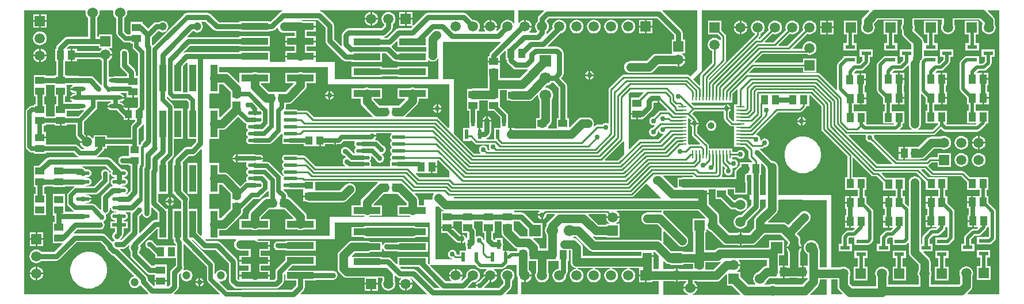
<source format=gtl>
G04*
G04 #@! TF.GenerationSoftware,Altium Limited,Altium Designer,18.1.9 (240)*
G04*
G04 Layer_Physical_Order=1*
G04 Layer_Color=255*
%FSLAX25Y25*%
%MOIN*%
G70*
G01*
G75*
%ADD12C,0.01000*%
%ADD15C,0.05000*%
%ADD40R,0.07874X0.02362*%
%ADD41O,0.07874X0.02362*%
%ADD42R,0.05000X0.00950*%
%ADD43R,0.00950X0.05000*%
%ADD44O,0.03937X0.03937*%
%ADD45O,0.07874X0.02284*%
%ADD46R,0.07874X0.02284*%
%ADD47R,0.04250X0.05200*%
%ADD48R,0.03937X0.05118*%
%ADD49R,0.03937X0.15748*%
%ADD50R,0.15748X0.03937*%
%ADD51R,0.05200X0.04250*%
%ADD52R,0.05118X0.03937*%
%ADD53R,0.05709X0.02362*%
%ADD54R,0.02362X0.05512*%
%ADD55C,0.02500*%
%ADD56C,0.03000*%
%ADD57C,0.02000*%
%ADD58C,0.00950*%
%ADD59C,0.04000*%
%ADD60C,0.01500*%
%ADD61C,0.06000*%
%ADD62C,0.06693*%
%ADD63R,0.06693X0.06693*%
%ADD64R,0.05906X0.05906*%
%ADD65C,0.05906*%
%ADD66R,0.05906X0.05906*%
%ADD67R,0.06693X0.06693*%
%ADD68C,0.04724*%
%ADD69C,0.03000*%
G36*
X153035Y170750D02*
X152375Y170619D01*
X151548Y170066D01*
X146104Y164622D01*
X145839Y164732D01*
Y164732D01*
X128091D01*
Y164313D01*
X116056D01*
X111302Y169066D01*
X110476Y169619D01*
X109500Y169813D01*
X97909D01*
X96934Y169619D01*
X96107Y169066D01*
X95555Y168239D01*
X95533Y168132D01*
X78187Y150785D01*
X77709Y150889D01*
X77653Y150959D01*
X77299Y151488D01*
Y155458D01*
X81056Y159215D01*
X81378D01*
X81883Y158827D01*
X82701Y158488D01*
X83579Y158373D01*
X84456Y158488D01*
X85274Y158827D01*
X85977Y159366D01*
X86516Y160068D01*
X86854Y160886D01*
X86970Y161764D01*
X86854Y162642D01*
X86516Y163459D01*
X85977Y164162D01*
X85274Y164701D01*
X84456Y165039D01*
X83579Y165155D01*
X82701Y165039D01*
X81883Y164701D01*
X81378Y164313D01*
X80000D01*
X79025Y164119D01*
X78198Y163566D01*
X75155Y160523D01*
X72611Y163066D01*
X72100Y163408D01*
Y164389D01*
X64900D01*
Y157308D01*
X62950D01*
X61294Y158964D01*
Y166718D01*
X61853Y167147D01*
X62494Y167983D01*
X62897Y168956D01*
X63034Y170000D01*
X62936Y170750D01*
X63312Y171250D01*
X152986D01*
X153035Y170750D01*
D02*
G37*
G36*
X287500Y163743D02*
X287000Y163643D01*
X286953Y163757D01*
X286319Y164583D01*
X285493Y165217D01*
X284532Y165615D01*
X283500Y165751D01*
X282468Y165615D01*
X281507Y165217D01*
X280681Y164583D01*
X280047Y163757D01*
X279649Y162796D01*
X279513Y161764D01*
X279558Y161426D01*
X277293Y159162D01*
X277136Y159188D01*
X276922Y159730D01*
X276953Y159770D01*
X277351Y160732D01*
X277421Y161264D01*
X273500D01*
X269579D01*
X269649Y160732D01*
X270047Y159770D01*
X270362Y159360D01*
X270116Y158860D01*
X266884D01*
X266638Y159360D01*
X266953Y159770D01*
X267351Y160732D01*
X267487Y161764D01*
X267351Y162796D01*
X266953Y163757D01*
X266319Y164583D01*
X265493Y165217D01*
X264532Y165615D01*
X263500Y165751D01*
X263162Y165706D01*
X259802Y169066D01*
X258976Y169619D01*
X258000Y169813D01*
X237375D01*
X236400Y169619D01*
X235573Y169066D01*
X228953Y162446D01*
X228453Y162653D01*
Y165764D01*
X225000D01*
Y162311D01*
X228110D01*
X228317Y161811D01*
X227319Y160813D01*
X220500D01*
X219525Y160619D01*
X218698Y160066D01*
X213969Y155337D01*
X212165D01*
X212116Y155837D01*
X212475Y155909D01*
X213302Y156461D01*
X216302Y159461D01*
X216855Y160288D01*
X217049Y161264D01*
Y163237D01*
X217319Y163445D01*
X217953Y164270D01*
X218351Y165232D01*
X218487Y166264D01*
X218351Y167296D01*
X217953Y168257D01*
X217319Y169083D01*
X216493Y169717D01*
X215532Y170115D01*
X214500Y170251D01*
X213468Y170115D01*
X212507Y169717D01*
X211681Y169083D01*
X211047Y168257D01*
X210649Y167296D01*
X210513Y166264D01*
X210649Y165232D01*
X211047Y164270D01*
X211681Y163445D01*
X211951Y163237D01*
Y162320D01*
X210444Y160813D01*
X191500D01*
X190525Y160619D01*
X189698Y160066D01*
X188001Y158370D01*
X187448Y157543D01*
X187254Y156567D01*
Y151461D01*
X187366Y150899D01*
X186905Y150652D01*
X183049Y154509D01*
Y162264D01*
X182855Y163239D01*
X182302Y164066D01*
X176302Y170066D01*
X175476Y170619D01*
X174815Y170750D01*
X174865Y171250D01*
X287500D01*
Y163743D01*
D02*
G37*
G36*
X304506Y170875D02*
X301698Y168066D01*
X301145Y167239D01*
X300951Y166264D01*
Y164790D01*
X300681Y164583D01*
X300047Y163757D01*
X299649Y162796D01*
X299513Y161764D01*
X299649Y160732D01*
X300047Y159770D01*
X300635Y159004D01*
X299869Y158238D01*
X296219D01*
X296050Y158738D01*
X296319Y158945D01*
X296953Y159770D01*
X297351Y160732D01*
X297421Y161264D01*
X293500D01*
Y161764D01*
X293000D01*
Y165685D01*
X292468Y165615D01*
X291507Y165217D01*
X290681Y164583D01*
X290250Y164021D01*
X289750Y164191D01*
Y171250D01*
X289802Y171375D01*
X304299D01*
X304506Y170875D01*
D02*
G37*
G36*
X568500Y6250D02*
X550132D01*
X549941Y6712D01*
X551810Y8581D01*
X552371Y9313D01*
X552724Y10164D01*
X552844Y11078D01*
Y16717D01*
X553165Y17492D01*
X553301Y18524D01*
X553165Y19556D01*
X552767Y20517D01*
X552133Y21343D01*
X551307Y21976D01*
X550346Y22375D01*
X549314Y22511D01*
X548282Y22375D01*
X547321Y21976D01*
X546495Y21343D01*
X545861Y20517D01*
X545463Y19556D01*
X545327Y18524D01*
X545463Y17492D01*
X545784Y16717D01*
Y12540D01*
X545038Y11794D01*
X528656D01*
Y16457D01*
X528977Y17232D01*
X529113Y18264D01*
X528977Y19296D01*
X528656Y20070D01*
Y25027D01*
X528656Y25027D01*
X528536Y25940D01*
X528183Y26792D01*
X527622Y27523D01*
X524524Y30621D01*
X524716Y31083D01*
X529728D01*
Y35445D01*
X527913D01*
Y38126D01*
X530138Y40351D01*
X532626D01*
X533406Y40506D01*
X534068Y40948D01*
X536506Y43386D01*
X536948Y44047D01*
X537103Y44828D01*
Y45184D01*
X538189D01*
X538461Y44796D01*
Y39919D01*
X537726Y39185D01*
X531272D01*
Y34823D01*
X538980D01*
Y35074D01*
X539210Y35120D01*
X539871Y35562D01*
X541942Y37633D01*
X542384Y38295D01*
X542539Y39075D01*
X542539Y39075D01*
Y54150D01*
X542384Y54930D01*
X541942Y55591D01*
X538251Y59282D01*
Y63124D01*
X537165D01*
Y66924D01*
X538251D01*
Y74124D01*
X527403D01*
X523229Y78298D01*
X523420Y78760D01*
X524940D01*
X528500Y75200D01*
X528500Y75200D01*
X528988Y74874D01*
X529563Y74760D01*
X546326D01*
X549564Y71522D01*
Y66924D01*
X556900D01*
Y63384D01*
X553189D01*
Y59784D01*
X552689D01*
Y59284D01*
X549564D01*
Y56183D01*
X550770D01*
Y52384D01*
X549939D01*
Y49283D01*
X553064D01*
Y48783D01*
X553564D01*
Y45184D01*
X555757D01*
X555948Y44721D01*
X555529Y44303D01*
X553355D01*
X552575Y44148D01*
X551913Y43706D01*
X548620Y40412D01*
X548178Y39751D01*
X548023Y38971D01*
Y35705D01*
X546208D01*
Y31343D01*
X553916D01*
Y35705D01*
X552101D01*
Y38126D01*
X554200Y40225D01*
X556374D01*
X557154Y40380D01*
X557816Y40822D01*
X560756Y43762D01*
X561198Y44423D01*
X561349Y45184D01*
X562439D01*
X562461Y44693D01*
Y39849D01*
X562057Y39445D01*
X555460D01*
Y35083D01*
X563168D01*
Y35306D01*
X563540Y35380D01*
X564202Y35822D01*
X565942Y37562D01*
X566384Y38224D01*
X566539Y39004D01*
Y54223D01*
X566384Y55003D01*
X565942Y55664D01*
X562064Y59542D01*
Y63384D01*
X560978D01*
Y66924D01*
X562064D01*
Y74124D01*
X551216D01*
X548012Y77327D01*
X547524Y77653D01*
X546949Y77768D01*
X530186D01*
X527357Y80597D01*
X527467Y81193D01*
X527735Y81372D01*
X529123Y82760D01*
X532547D01*
Y80311D01*
X540453D01*
Y88217D01*
X532547D01*
Y85768D01*
X528500D01*
X528500Y85768D01*
X527924Y85653D01*
X527437Y85327D01*
X526049Y83939D01*
X508951D01*
X495979Y96912D01*
X496049Y97264D01*
X495855Y98239D01*
X495802Y98319D01*
X496037Y98760D01*
X530189D01*
X530764Y98874D01*
X531252Y99200D01*
X534474Y102422D01*
X535599Y101297D01*
X536260Y100855D01*
X537041Y100700D01*
X537041Y100700D01*
X555664D01*
X556444Y100855D01*
X557106Y101297D01*
X560381Y104572D01*
X560823Y105233D01*
X560909Y105664D01*
X562064D01*
Y112864D01*
X554728D01*
Y116664D01*
X558612D01*
Y120264D01*
X559112D01*
Y120764D01*
X562237D01*
Y123864D01*
X561406D01*
Y127664D01*
X562064D01*
Y130764D01*
X558939D01*
Y131264D01*
X558439D01*
Y134864D01*
X555637D01*
X555446Y135326D01*
X556345Y136225D01*
X559500D01*
X560280Y136380D01*
X560942Y136822D01*
X563383Y139263D01*
X563825Y139924D01*
X563980Y140705D01*
Y144083D01*
X565795D01*
Y148445D01*
X558087D01*
Y144083D01*
X559902D01*
Y141549D01*
X558655Y140303D01*
X557027D01*
X556543Y140342D01*
Y144705D01*
X548835D01*
Y144430D01*
X548720Y144408D01*
X548058Y143966D01*
X546058Y141966D01*
X545616Y141304D01*
X545461Y140524D01*
Y125626D01*
X545616Y124846D01*
X546058Y124184D01*
X549737Y120505D01*
Y116664D01*
X550650D01*
Y112864D01*
X549564D01*
Y105664D01*
X555052D01*
X555243Y105202D01*
X554819Y104778D01*
X537885D01*
X537462Y105202D01*
X537653Y105664D01*
X538064D01*
Y112864D01*
X530728D01*
Y116664D01*
X534564D01*
Y120264D01*
X535064D01*
Y120764D01*
X538189D01*
Y123864D01*
X537358D01*
Y127664D01*
X538064D01*
Y130764D01*
X534939D01*
Y131264D01*
X534439D01*
Y134864D01*
X531637D01*
X531446Y135326D01*
X532345Y136225D01*
X534611D01*
X535391Y136380D01*
X536053Y136822D01*
X539383Y140152D01*
X539383Y140152D01*
X539825Y140814D01*
X539980Y141594D01*
X539980Y141594D01*
Y144083D01*
X541795D01*
Y148445D01*
X534087D01*
Y144083D01*
X535902D01*
Y142439D01*
X533766Y140303D01*
X533027D01*
X532543Y140342D01*
Y144705D01*
X524835D01*
X524586Y145102D01*
Y147426D01*
X524835Y147823D01*
X525086Y147823D01*
X532543D01*
Y152185D01*
X530728D01*
Y157311D01*
X532642D01*
Y165217D01*
X524736D01*
Y157311D01*
X526650D01*
Y152185D01*
X524835Y152185D01*
X524586Y152582D01*
Y152727D01*
X524586Y152727D01*
X524466Y153641D01*
X524113Y154492D01*
X523552Y155224D01*
X519079Y159697D01*
X519301Y160232D01*
X519437Y161264D01*
X519301Y162296D01*
X518980Y163070D01*
Y165734D01*
X535159D01*
Y163070D01*
X534838Y162296D01*
X534702Y161264D01*
X534838Y160232D01*
X535236Y159270D01*
X535870Y158445D01*
X536696Y157811D01*
X537657Y157413D01*
X538689Y157277D01*
X539721Y157413D01*
X540682Y157811D01*
X541508Y158445D01*
X542142Y159270D01*
X542540Y160232D01*
X542676Y161264D01*
X542540Y162296D01*
X542219Y163070D01*
Y165734D01*
X556788D01*
X558785Y163737D01*
Y163070D01*
X558464Y162296D01*
X558328Y161264D01*
X558464Y160232D01*
X558862Y159270D01*
X559496Y158445D01*
X560322Y157811D01*
X561283Y157413D01*
X562315Y157277D01*
X563347Y157413D01*
X564308Y157811D01*
X565134Y158445D01*
X565768Y159270D01*
X566166Y160232D01*
X566302Y161264D01*
X566166Y162296D01*
X565845Y163070D01*
Y165199D01*
X565725Y166112D01*
X565372Y166964D01*
X564811Y167695D01*
X561718Y170788D01*
X561909Y171250D01*
X568500D01*
Y6250D01*
D02*
G37*
G36*
X493032Y170788D02*
X489729Y167485D01*
X489168Y166754D01*
X488815Y165903D01*
X488695Y164989D01*
Y163070D01*
X488374Y162296D01*
X488238Y161264D01*
X488374Y160232D01*
X488773Y159270D01*
X489406Y158445D01*
X490232Y157811D01*
X491193Y157413D01*
X492225Y157277D01*
X493257Y157413D01*
X494219Y157811D01*
X495045Y158445D01*
X495678Y159270D01*
X496076Y160232D01*
X496212Y161264D01*
X496076Y162296D01*
X495756Y163070D01*
Y163527D01*
X497962Y165734D01*
X511920D01*
Y163070D01*
X511599Y162296D01*
X511463Y161264D01*
X511599Y160232D01*
X511920Y159457D01*
Y158334D01*
X512040Y157420D01*
X512393Y156569D01*
X512954Y155837D01*
X517526Y151265D01*
Y148445D01*
X510848D01*
Y144083D01*
X512663D01*
Y142108D01*
X510857Y140303D01*
X509788D01*
X509304Y140342D01*
Y144705D01*
X501595D01*
Y144325D01*
X501058Y143966D01*
X498058Y140966D01*
X497616Y140304D01*
X497461Y139524D01*
Y124840D01*
X497616Y124059D01*
X498058Y123398D01*
X500951Y120505D01*
Y116664D01*
X502037D01*
Y112604D01*
X500951D01*
Y105404D01*
X507135D01*
X507396Y104904D01*
X507308Y104778D01*
X491490D01*
X491402Y104904D01*
X491475Y105404D01*
X491475D01*
Y112604D01*
X484140D01*
Y116404D01*
X487637D01*
Y120004D01*
X488137D01*
Y120504D01*
X491262D01*
Y123604D01*
X490306D01*
Y127404D01*
X491137D01*
Y130504D01*
X488012D01*
Y131004D01*
X487512D01*
Y134604D01*
X484431D01*
X484224Y135104D01*
X485345Y136225D01*
X488336D01*
X489116Y136380D01*
X489778Y136822D01*
X492667Y139711D01*
X493109Y140373D01*
X493265Y141153D01*
Y144083D01*
X495080D01*
Y148445D01*
X487371D01*
Y144083D01*
X489186D01*
Y141998D01*
X487491Y140303D01*
X486311D01*
X485828Y140342D01*
Y144705D01*
X478119D01*
Y143767D01*
X475058Y140706D01*
X474616Y140044D01*
X474461Y139264D01*
Y125391D01*
X474524Y125074D01*
X474063Y124828D01*
X464563Y134327D01*
X464076Y134653D01*
X463500Y134768D01*
X423542D01*
X423350Y135230D01*
X425881Y137760D01*
X454547D01*
Y135311D01*
X462453D01*
Y143217D01*
X454547D01*
Y140768D01*
X426784D01*
X426593Y141230D01*
X431111Y145748D01*
X456489D01*
X456603Y145771D01*
X457468Y145413D01*
X458500Y145277D01*
X459532Y145413D01*
X460493Y145811D01*
X461319Y146445D01*
X461953Y147270D01*
X462351Y148232D01*
X462487Y149264D01*
X462351Y150296D01*
X461953Y151257D01*
X461319Y152083D01*
X460493Y152717D01*
X459532Y153115D01*
X458500Y153251D01*
X457468Y153115D01*
X456507Y152717D01*
X455681Y152083D01*
X455047Y151257D01*
X454649Y150296D01*
X454513Y149264D01*
X454530Y149132D01*
X454201Y148756D01*
X448773D01*
X448581Y149218D01*
X456979Y157615D01*
X457468Y157413D01*
X458500Y157277D01*
X459532Y157413D01*
X460493Y157811D01*
X461319Y158445D01*
X461953Y159270D01*
X462351Y160232D01*
X462487Y161264D01*
X462351Y162296D01*
X461953Y163257D01*
X461319Y164083D01*
X460493Y164716D01*
X459532Y165115D01*
X458500Y165251D01*
X457468Y165115D01*
X456507Y164716D01*
X455681Y164083D01*
X455047Y163257D01*
X454649Y162296D01*
X454513Y161264D01*
X454649Y160232D01*
X454852Y159742D01*
X445816Y150706D01*
X440723D01*
X440531Y151168D01*
X446979Y157615D01*
X447468Y157413D01*
X448500Y157277D01*
X449532Y157413D01*
X450493Y157811D01*
X451319Y158445D01*
X451953Y159270D01*
X452351Y160232D01*
X452487Y161264D01*
X452351Y162296D01*
X451953Y163257D01*
X451319Y164083D01*
X450493Y164716D01*
X449532Y165115D01*
X448500Y165251D01*
X447468Y165115D01*
X446507Y164716D01*
X445681Y164083D01*
X445047Y163257D01*
X444649Y162296D01*
X444513Y161264D01*
X444649Y160232D01*
X444852Y159742D01*
X437766Y152656D01*
X432673D01*
X432481Y153118D01*
X436979Y157615D01*
X437468Y157413D01*
X438500Y157277D01*
X439532Y157413D01*
X440493Y157811D01*
X441319Y158445D01*
X441953Y159270D01*
X442351Y160232D01*
X442487Y161264D01*
X442351Y162296D01*
X441953Y163257D01*
X441319Y164083D01*
X440493Y164716D01*
X439532Y165115D01*
X438500Y165251D01*
X437468Y165115D01*
X436507Y164716D01*
X435681Y164083D01*
X435047Y163257D01*
X434649Y162296D01*
X434513Y161264D01*
X434649Y160232D01*
X434852Y159742D01*
X429716Y154606D01*
X429044D01*
X428853Y155068D01*
X429563Y155779D01*
X429563Y155779D01*
X429889Y156267D01*
X430004Y156843D01*
X430004Y156843D01*
Y157608D01*
X430493Y157811D01*
X431319Y158445D01*
X431953Y159270D01*
X432351Y160232D01*
X432487Y161264D01*
X432351Y162296D01*
X431953Y163257D01*
X431319Y164083D01*
X430493Y164716D01*
X429532Y165115D01*
X428500Y165251D01*
X427468Y165115D01*
X426507Y164716D01*
X425681Y164083D01*
X425047Y163257D01*
X424649Y162296D01*
X424513Y161264D01*
X424649Y160232D01*
X425047Y159270D01*
X425681Y158445D01*
X426507Y157811D01*
X426597Y157774D01*
X426714Y157184D01*
X400513Y130982D01*
X400051Y131174D01*
Y131688D01*
X409563Y141200D01*
X409889Y141688D01*
X410004Y142264D01*
Y156264D01*
X409889Y156839D01*
X409563Y157327D01*
X407453Y159438D01*
Y165217D01*
X399547D01*
Y157311D01*
X405326D01*
X406996Y155641D01*
Y154022D01*
X406496Y153852D01*
X406319Y154083D01*
X405493Y154717D01*
X404532Y155115D01*
X403500Y155251D01*
X402468Y155115D01*
X401507Y154717D01*
X400681Y154083D01*
X400047Y153257D01*
X399649Y152296D01*
X399513Y151264D01*
X399649Y150232D01*
X400047Y149270D01*
X400681Y148445D01*
X401507Y147811D01*
X401996Y147608D01*
Y140644D01*
X395534Y134182D01*
X395208Y133694D01*
X395093Y133119D01*
Y127827D01*
X394631Y127636D01*
X391025Y131243D01*
X396000Y136218D01*
Y171250D01*
X492840D01*
X493032Y170788D01*
D02*
G37*
G36*
X177951Y161208D02*
Y153453D01*
X178145Y152477D01*
X178698Y151650D01*
X188023Y142325D01*
X188850Y141772D01*
X189826Y141578D01*
X193012D01*
Y141158D01*
X210760D01*
Y146164D01*
X212995D01*
X216834Y142325D01*
X217661Y141772D01*
X218637Y141578D01*
X219547D01*
Y141158D01*
X237295D01*
Y142047D01*
X237795Y142294D01*
X238235Y141956D01*
X239086Y141604D01*
X240000Y141484D01*
X240914Y141604D01*
X241765Y141956D01*
X242496Y142518D01*
X243000Y143174D01*
X243283Y143141D01*
X243500Y143038D01*
Y131250D01*
X183500D01*
Y141250D01*
X172782D01*
X172374Y141472D01*
Y143941D01*
X163500D01*
X154626D01*
Y141472D01*
X154218Y141250D01*
X146247D01*
X145839Y141472D01*
Y147409D01*
X128091D01*
Y146990D01*
X97417D01*
X96442Y146796D01*
X96147Y146599D01*
X95828Y146987D01*
X99394Y150553D01*
X128091D01*
Y150134D01*
X145839D01*
Y156071D01*
X128091D01*
Y155651D01*
X98339D01*
X98165Y155617D01*
X97919Y156078D01*
X101056Y159215D01*
X101378D01*
X101883Y158827D01*
X102701Y158488D01*
X103579Y158373D01*
X104456Y158488D01*
X105274Y158827D01*
X105977Y159366D01*
X106516Y160068D01*
X106854Y160886D01*
X106970Y161764D01*
X106854Y162642D01*
X106516Y163459D01*
X105977Y164162D01*
X105907Y164215D01*
X106077Y164715D01*
X108444D01*
X113198Y159961D01*
X114024Y159409D01*
X115000Y159215D01*
X128091D01*
Y158795D01*
X145839D01*
Y159215D01*
X146850D01*
X147826Y159409D01*
X148653Y159961D01*
X149999Y161308D01*
X150472Y161147D01*
X150512Y160850D01*
X150864Y159999D01*
X151425Y159268D01*
X152156Y158706D01*
X153008Y158354D01*
X153921Y158234D01*
X159970D01*
Y156071D01*
X154626D01*
Y153602D01*
X163500D01*
X172374D01*
Y156071D01*
X167030D01*
Y158795D01*
X172374D01*
Y161264D01*
X163500D01*
Y162264D01*
X172374D01*
Y164732D01*
X165381D01*
X165265Y164821D01*
X164414Y165174D01*
X164101Y165215D01*
X164134Y165715D01*
X173444D01*
X177951Y161208D01*
D02*
G37*
G36*
X46547Y149311D02*
X48131D01*
X48466Y148867D01*
X48466Y148811D01*
X47681Y148209D01*
X47181Y147558D01*
X33875D01*
Y148864D01*
X31250D01*
Y145264D01*
Y141664D01*
X33875D01*
Y142970D01*
X47375D01*
X47681Y142571D01*
X48461Y141972D01*
Y128052D01*
X47961Y127845D01*
X43590Y132216D01*
X42763Y132768D01*
X41788Y132962D01*
X35429D01*
X34800Y133087D01*
X28100D01*
Y133663D01*
X27049D01*
Y141664D01*
X30250D01*
Y145264D01*
Y148864D01*
X28358D01*
X28167Y149326D01*
X29556Y150715D01*
X46547D01*
Y149311D01*
D02*
G37*
G36*
X219547Y153053D02*
Y149820D01*
X236470D01*
Y147096D01*
X219547D01*
X219547Y147096D01*
Y147096D01*
X219107Y147262D01*
X216322Y150047D01*
X216342Y150632D01*
X216375Y150684D01*
X216827Y150986D01*
X219085Y153244D01*
X219547Y153053D01*
D02*
G37*
G36*
X393500Y171250D02*
Y136801D01*
X389483Y132784D01*
X388893Y133374D01*
X388405Y133700D01*
X387830Y133815D01*
X350716D01*
X350140Y133700D01*
X349653Y133374D01*
X342437Y126158D01*
X342111Y125671D01*
X341996Y125095D01*
Y105817D01*
X341555Y105581D01*
X341476Y105634D01*
X340500Y105828D01*
X339525Y105634D01*
X338698Y105082D01*
X338498Y104783D01*
X335345D01*
X334770Y104669D01*
X334282Y104343D01*
X333678Y103739D01*
X333254Y104022D01*
X333457Y104513D01*
X333577Y105427D01*
X333457Y106341D01*
X333104Y107192D01*
X332543Y107923D01*
X331812Y108484D01*
X330961Y108837D01*
X330047Y108957D01*
X326663D01*
X325749Y108837D01*
X324898Y108484D01*
X324167Y107923D01*
X319562Y103318D01*
X319100Y103509D01*
Y108514D01*
X318049D01*
Y127219D01*
X317855Y128195D01*
X317302Y129022D01*
X314482Y131843D01*
X315302Y132663D01*
X315855Y133490D01*
X316049Y134466D01*
Y146264D01*
X315855Y147239D01*
X315302Y148066D01*
X313877Y149491D01*
X313050Y150044D01*
X312075Y150238D01*
X306992D01*
X306801Y150700D01*
X313935Y157834D01*
X314532Y157913D01*
X315493Y158311D01*
X316319Y158945D01*
X316953Y159770D01*
X317351Y160732D01*
X317487Y161764D01*
X317351Y162796D01*
X316953Y163757D01*
X316319Y164583D01*
X315493Y165217D01*
X314532Y165615D01*
X313500Y165751D01*
X312468Y165615D01*
X311507Y165217D01*
X310681Y164583D01*
X310047Y163757D01*
X309649Y162796D01*
X309513Y161764D01*
X309646Y160755D01*
X306411Y157519D01*
X305950Y157766D01*
X306049Y158264D01*
Y158737D01*
X306319Y158945D01*
X306953Y159770D01*
X307351Y160732D01*
X307487Y161764D01*
X307351Y162796D01*
X306953Y163757D01*
X306319Y164583D01*
X306119Y164737D01*
X306097Y165256D01*
X307556Y166715D01*
X370103D01*
X379951Y156867D01*
Y154217D01*
X378547D01*
Y146311D01*
X378284Y145920D01*
X369647D01*
X368733Y145800D01*
X367882Y145447D01*
X367151Y144886D01*
X364059Y141794D01*
X354587D01*
X353673Y141674D01*
X352822Y141321D01*
X352091Y140760D01*
X351530Y140029D01*
X351177Y139178D01*
X351057Y138264D01*
X351177Y137350D01*
X351530Y136499D01*
X352091Y135768D01*
X352822Y135206D01*
X353673Y134854D01*
X354587Y134734D01*
X365521D01*
X366435Y134854D01*
X367286Y135206D01*
X368017Y135768D01*
X371109Y138860D01*
X380694D01*
X381468Y138539D01*
X382000Y138469D01*
Y142390D01*
X382500D01*
Y142890D01*
X386421D01*
X386351Y143422D01*
X385953Y144383D01*
X385319Y145209D01*
X384534Y145811D01*
X384534Y145867D01*
X384869Y146311D01*
X386453D01*
Y154217D01*
X385049D01*
Y157922D01*
X384855Y158898D01*
X384302Y159725D01*
X373152Y170875D01*
X373359Y171375D01*
X393375D01*
X393500Y171250D01*
D02*
G37*
G36*
X55064Y170750D02*
X54966Y170000D01*
X55103Y168956D01*
X55506Y167983D01*
X56147Y167147D01*
X56706Y166718D01*
Y158014D01*
X56881Y157136D01*
X57378Y156392D01*
X60378Y153392D01*
X61122Y152894D01*
X62000Y152720D01*
X64900D01*
Y151889D01*
X66206D01*
Y150063D01*
X66381Y149185D01*
X66878Y148441D01*
X69265Y146054D01*
Y133150D01*
X68049D01*
Y135264D01*
X67855Y136239D01*
X67302Y137066D01*
X64049Y140320D01*
Y146264D01*
X63855Y147239D01*
X63302Y148066D01*
X62476Y148619D01*
X61500Y148813D01*
X60525Y148619D01*
X59698Y148066D01*
X59145Y147239D01*
X58951Y146264D01*
Y139264D01*
X59145Y138288D01*
X59698Y137461D01*
X62951Y134208D01*
Y133150D01*
X62800D01*
Y132962D01*
X56500D01*
X55525Y132768D01*
X55328Y132637D01*
X53744D01*
X53039Y132497D01*
X52539Y132787D01*
Y141972D01*
X53319Y142571D01*
X53953Y143396D01*
X54351Y144358D01*
X54421Y144890D01*
X50500D01*
Y145890D01*
X54421D01*
X54351Y146422D01*
X53953Y147383D01*
X53319Y148209D01*
X52534Y148811D01*
X52534Y148867D01*
X52869Y149311D01*
X54453D01*
Y157217D01*
X46547D01*
Y155813D01*
X45549D01*
Y166914D01*
X45853Y167147D01*
X46494Y167983D01*
X46897Y168956D01*
X47034Y170000D01*
X46936Y170750D01*
X47312Y171250D01*
X54688D01*
X55064Y170750D01*
D02*
G37*
G36*
X39064D02*
X38965Y170000D01*
X39103Y168956D01*
X39506Y167983D01*
X40147Y167147D01*
X40451Y166914D01*
Y155813D01*
X28500D01*
X27525Y155619D01*
X26698Y155066D01*
X22698Y151066D01*
X22145Y150239D01*
X21951Y149264D01*
Y148864D01*
X21375D01*
Y141664D01*
X21951D01*
Y133663D01*
X20900D01*
Y133087D01*
X16100D01*
Y133663D01*
X8900D01*
Y127413D01*
Y121163D01*
X9951D01*
Y116663D01*
X8900D01*
Y115832D01*
X7916D01*
X7039Y115658D01*
X6294Y115161D01*
X4878Y113744D01*
X4381Y113000D01*
X4206Y112122D01*
Y92264D01*
X4381Y91386D01*
X4878Y90642D01*
X6128Y89392D01*
X6872Y88894D01*
X7750Y88720D01*
X8900D01*
Y87889D01*
X16100D01*
Y88720D01*
X31966D01*
X33997Y86689D01*
X34560Y86313D01*
X34408Y85813D01*
X17992D01*
X17017Y85619D01*
X16190Y85066D01*
X12058Y80934D01*
X8900D01*
Y74684D01*
Y68434D01*
X9951D01*
Y64684D01*
X8900D01*
Y58434D01*
Y52184D01*
X16100D01*
Y58434D01*
Y64684D01*
X15049D01*
Y68434D01*
X16100D01*
Y69010D01*
X19900D01*
Y68434D01*
X27100D01*
Y69010D01*
X32218D01*
X32370Y68510D01*
X31878Y68181D01*
X28878Y65181D01*
X28381Y64437D01*
X28206Y63559D01*
Y59264D01*
X28381Y58386D01*
X28878Y57642D01*
X31583Y54937D01*
X32075Y54608D01*
X31923Y54108D01*
X27100D01*
Y58185D01*
Y64435D01*
X19900D01*
Y58185D01*
Y51935D01*
X20951D01*
Y48373D01*
X19900D01*
Y42123D01*
Y35873D01*
X25229D01*
X25420Y35411D01*
X20821Y30813D01*
X13526D01*
X13319Y31083D01*
X12493Y31716D01*
X11532Y32115D01*
X10500Y32251D01*
X9468Y32115D01*
X8507Y31716D01*
X7681Y31083D01*
X7047Y30257D01*
X6649Y29296D01*
X6513Y28264D01*
X6649Y27232D01*
X7047Y26270D01*
X7681Y25445D01*
X8507Y24811D01*
X9468Y24413D01*
X10500Y24277D01*
X11532Y24413D01*
X12493Y24811D01*
X13319Y25445D01*
X13526Y25715D01*
X21877D01*
X22853Y25909D01*
X23680Y26461D01*
X33669Y36451D01*
X47584D01*
X50457Y33579D01*
X50645Y32631D01*
X51198Y31804D01*
X53541Y29461D01*
X54368Y28909D01*
X55315Y28720D01*
X66994Y17041D01*
X66834Y16567D01*
X66622Y16539D01*
X65804Y16201D01*
X65102Y15662D01*
X64563Y14959D01*
X64224Y14141D01*
X64109Y13264D01*
X64224Y12386D01*
X64563Y11568D01*
X65102Y10866D01*
X65804Y10327D01*
X66622Y9988D01*
X67500Y9873D01*
X68378Y9988D01*
X69196Y10327D01*
X69898Y10866D01*
X70200Y11260D01*
X70847Y11312D01*
X75409Y6750D01*
X75202Y6250D01*
X3500D01*
Y171250D01*
X38688D01*
X39064Y170750D01*
D02*
G37*
G36*
X279566Y152591D02*
X273698Y146723D01*
X273145Y145896D01*
X272951Y144921D01*
Y144639D01*
X271900D01*
Y142014D01*
X275500D01*
X279100D01*
Y144639D01*
X279100Y144639D01*
X279100D01*
X279264Y145080D01*
X281913Y147729D01*
X282375Y147538D01*
Y142664D01*
X282951D01*
Y142264D01*
X283145Y141288D01*
X283698Y140461D01*
X286572Y137587D01*
X287399Y137035D01*
X288374Y136841D01*
X294500D01*
X294873Y136915D01*
X295119Y136454D01*
X290459Y131794D01*
X279457D01*
X279100Y132139D01*
Y138389D01*
Y141014D01*
X275500D01*
X271900D01*
Y138389D01*
Y132139D01*
X271970D01*
Y128264D01*
Y125794D01*
X263500D01*
X262586Y125674D01*
X261898Y125389D01*
X259900D01*
Y119139D01*
Y112889D01*
X261206D01*
Y106565D01*
X261319Y105997D01*
Y102840D01*
X257579D01*
Y95329D01*
X261941D01*
Y95581D01*
X262403Y95772D01*
X264385Y93790D01*
X264385Y93790D01*
X264873Y93464D01*
X265448Y93350D01*
X265448Y93350D01*
X272656D01*
X272892Y92909D01*
X272845Y92839D01*
X272651Y91864D01*
X272845Y90888D01*
X273146Y90438D01*
X272879Y89938D01*
X272317D01*
X272049Y90264D01*
X271855Y91239D01*
X271302Y92066D01*
X270476Y92619D01*
X269500Y92813D01*
X268525Y92619D01*
X267698Y92066D01*
X267145Y91239D01*
X266951Y90264D01*
X267145Y89288D01*
X267680Y88488D01*
X267621Y88209D01*
X267554Y87988D01*
X264081D01*
X252500Y99569D01*
Y131250D01*
X246000Y131264D01*
Y152974D01*
X246191Y153053D01*
X279374D01*
X279566Y152591D01*
D02*
G37*
G36*
X97933Y140645D02*
Y123389D01*
X95209D01*
Y138628D01*
X97529Y140948D01*
X97933Y140645D01*
D02*
G37*
G36*
X66900Y120650D02*
X69265D01*
Y115163D01*
X68661Y114559D01*
X67181D01*
Y114559D01*
X66819D01*
Y114559D01*
X64350D01*
Y111000D01*
Y107441D01*
X66819D01*
Y107441D01*
X67181D01*
Y107441D01*
X67856D01*
Y106864D01*
X65878Y104886D01*
X65381Y104142D01*
X65206Y103264D01*
Y97058D01*
X51453D01*
Y98716D01*
X43547D01*
Y97133D01*
X43103Y96798D01*
X43047Y96798D01*
X42445Y97583D01*
X41619Y98216D01*
X40658Y98615D01*
X40126Y98685D01*
Y94764D01*
X39626D01*
Y94264D01*
X35705D01*
X35775Y93732D01*
X36173Y92770D01*
X36807Y91945D01*
X37633Y91311D01*
X38130Y91105D01*
X38030Y90605D01*
X36569D01*
X34538Y92636D01*
X33794Y93133D01*
X32916Y93308D01*
X16100D01*
Y96764D01*
X12500D01*
Y97764D01*
X16100D01*
Y100389D01*
X14794D01*
Y104163D01*
X16100D01*
Y104994D01*
X20900D01*
Y104163D01*
X24000D01*
Y107288D01*
X25000D01*
Y104163D01*
X28100D01*
Y104994D01*
X33372D01*
Y98723D01*
X33547Y97846D01*
X34044Y97101D01*
X35726Y95420D01*
X35705Y95264D01*
X39126D01*
Y98685D01*
X38970Y98664D01*
X37960Y99674D01*
Y106338D01*
X45122Y113500D01*
X45619Y114244D01*
X45794Y115122D01*
Y118119D01*
X53605D01*
X53654Y117619D01*
X52893Y117468D01*
X52172Y116986D01*
X51689Y116264D01*
X51620Y115913D01*
X61380D01*
X61310Y116264D01*
X60828Y116986D01*
X60107Y117468D01*
X59256Y117637D01*
X58794D01*
Y118190D01*
X59256D01*
X60107Y118359D01*
X60828Y118841D01*
X61310Y119562D01*
X61380Y119913D01*
X56500D01*
Y120913D01*
X61380D01*
X61310Y121264D01*
X60828Y121986D01*
X60107Y122468D01*
X59346Y122619D01*
X59395Y123119D01*
X62800D01*
Y120650D01*
X65900D01*
Y123775D01*
X66900D01*
Y120650D01*
D02*
G37*
G36*
X31426Y127489D02*
X31318Y127468D01*
X30597Y126986D01*
X30115Y126264D01*
X30045Y125913D01*
X34925D01*
Y124913D01*
X30045D01*
X30115Y124562D01*
X30597Y123841D01*
X31318Y123359D01*
X32169Y123190D01*
X32631D01*
Y122637D01*
X32169D01*
X31318Y122468D01*
X30597Y121986D01*
X30115Y121264D01*
X30045Y120913D01*
X34925D01*
Y119913D01*
X30045D01*
X30115Y119562D01*
X30597Y118841D01*
X31163Y118462D01*
X31012Y117962D01*
X27049D01*
Y121163D01*
X28100D01*
Y127989D01*
X31377D01*
X31426Y127489D01*
D02*
G37*
G36*
X37829Y112913D02*
X37905Y112771D01*
X34716Y109582D01*
X28100D01*
Y112864D01*
X34925D01*
X35901Y113058D01*
X36097Y113190D01*
X37616D01*
X37829Y112913D01*
D02*
G37*
G36*
X20900Y127413D02*
Y121163D01*
X21951D01*
Y116663D01*
X20900D01*
Y110413D01*
Y109582D01*
X16100D01*
Y110413D01*
Y116663D01*
X15049D01*
Y121163D01*
X16100D01*
Y127413D01*
Y127989D01*
X20900D01*
Y127413D01*
D02*
G37*
G36*
X362223Y123113D02*
X359498Y120389D01*
X354900D01*
Y114139D01*
Y111514D01*
X358500D01*
Y111014D01*
X359000D01*
Y107889D01*
X362100D01*
Y108606D01*
X362367Y108659D01*
X363194Y109211D01*
X367174Y113191D01*
X367726Y114018D01*
X367920Y114994D01*
Y117379D01*
X368156Y117615D01*
X370300D01*
Y120164D01*
X371300D01*
Y117714D01*
X371675Y117789D01*
X376049Y113415D01*
X375858Y112953D01*
X372177D01*
X371601Y112838D01*
X371113Y112512D01*
X368140Y109539D01*
X368089Y109549D01*
X367113Y109355D01*
X366286Y108802D01*
X365734Y107975D01*
X365540Y107000D01*
X365734Y106025D01*
X366286Y105198D01*
X367113Y104645D01*
X368089Y104451D01*
X368368Y104507D01*
X368615Y104046D01*
X367498Y102929D01*
X367024Y102835D01*
X366198Y102283D01*
X365645Y101456D01*
X365451Y100480D01*
X365645Y99505D01*
X366198Y98678D01*
X367024Y98125D01*
X368000Y97931D01*
X368975Y98125D01*
X369802Y98678D01*
X370355Y99505D01*
X370549Y100480D01*
X370407Y101193D01*
X370573Y101352D01*
X371117Y101181D01*
X371145Y101042D01*
X371698Y100215D01*
X372525Y99662D01*
X373331Y99502D01*
X373541Y99005D01*
X370725Y96189D01*
X360504D01*
X360376Y96215D01*
X359791Y96098D01*
X359295Y95767D01*
X354135Y90608D01*
X353673Y90799D01*
Y122777D01*
X354471Y123575D01*
X362031D01*
X362223Y123113D01*
D02*
G37*
G36*
X122941Y123980D02*
Y119583D01*
X122941Y119445D01*
X122941D01*
Y119083D01*
X122941D01*
Y115056D01*
X116969Y109083D01*
X116469Y109290D01*
Y114181D01*
X110561D01*
X110540Y122615D01*
X110893Y122968D01*
X116469D01*
Y128312D01*
X118609D01*
X122941Y123980D01*
D02*
G37*
G36*
X416863Y125278D02*
X416827Y125094D01*
Y116566D01*
X414831D01*
Y111647D01*
Y106752D01*
X414139D01*
X411862Y109028D01*
Y112237D01*
X412161Y112436D01*
X412713Y113263D01*
X412808Y113739D01*
X410358D01*
Y114239D01*
X409858D01*
Y116688D01*
X409383Y116594D01*
X408556Y116041D01*
X408373Y115768D01*
X391251D01*
X389886Y117132D01*
X390078Y117595D01*
X413802D01*
Y120949D01*
X413831Y121095D01*
Y122952D01*
X416402Y125524D01*
X416863Y125278D01*
D02*
G37*
G36*
X408556Y112436D02*
X408854Y112237D01*
Y108405D01*
X408969Y107830D01*
X409295Y107342D01*
X412452Y104185D01*
X412940Y103859D01*
X413516Y103744D01*
X414831D01*
Y99836D01*
Y95899D01*
Y91962D01*
X418185D01*
X418331Y91933D01*
X420785D01*
X423077Y89641D01*
Y86240D01*
X423191Y85665D01*
X423517Y85177D01*
X425313Y83382D01*
X425105Y82882D01*
X417932D01*
Y81149D01*
X416004Y79221D01*
X415443Y78490D01*
X415090Y77639D01*
X414970Y76725D01*
Y74339D01*
X407826D01*
X407600Y74839D01*
X407811Y75155D01*
X407925Y75730D01*
Y80559D01*
X408387Y80750D01*
X409615Y79523D01*
X409145Y78820D01*
X408951Y77845D01*
X409145Y76869D01*
X409698Y76042D01*
X410525Y75489D01*
X411500Y75296D01*
X412475Y75489D01*
X413302Y76042D01*
X413855Y76869D01*
X414049Y77845D01*
X413855Y78820D01*
X413584Y79225D01*
X413885Y79675D01*
X414500Y79553D01*
X415476Y79747D01*
X416302Y80300D01*
X416855Y81126D01*
X417049Y82102D01*
X416855Y83077D01*
X416302Y83904D01*
X415476Y84457D01*
X414500Y84651D01*
X414188Y84589D01*
X413802Y84906D01*
Y85929D01*
X416498D01*
X416698Y85631D01*
X417525Y85078D01*
X418500Y84884D01*
X419476Y85078D01*
X420302Y85631D01*
X420855Y86458D01*
X421049Y87433D01*
X420855Y88408D01*
X420302Y89236D01*
X419476Y89788D01*
X418500Y89982D01*
X417525Y89788D01*
X416698Y89236D01*
X416498Y88937D01*
X413802D01*
Y90933D01*
X400051D01*
Y92505D01*
X399937Y93081D01*
X399611Y93569D01*
X393273Y99906D01*
Y103425D01*
X393572Y103624D01*
X394124Y104451D01*
X394219Y104927D01*
X389320D01*
X389414Y104451D01*
X389967Y103624D01*
X390265Y103425D01*
Y99283D01*
X390380Y98708D01*
X390706Y98220D01*
X395058Y93868D01*
X394851Y93368D01*
X389350D01*
X389350Y93368D01*
X388774Y93253D01*
X388669Y93183D01*
X388169Y93450D01*
Y95899D01*
Y99836D01*
Y103773D01*
Y108332D01*
X388631Y108523D01*
X389950Y107204D01*
X389414Y106402D01*
X389320Y105927D01*
X394219D01*
X394124Y106402D01*
X393572Y107229D01*
X393273Y107429D01*
Y107512D01*
X393159Y108087D01*
X392833Y108575D01*
X390254Y111153D01*
X391681Y112580D01*
X391681Y112580D01*
X391767Y112709D01*
X408373D01*
X408556Y112436D01*
D02*
G37*
G36*
X179486Y138250D02*
X179500Y138244D01*
Y128264D01*
X249495D01*
X249579Y128180D01*
Y103143D01*
X249117Y102952D01*
X243412Y108656D01*
X242916Y108988D01*
X242331Y109104D01*
X224429D01*
X224259Y109604D01*
X224472Y109768D01*
X230918Y116213D01*
X231479Y116945D01*
X231831Y117796D01*
X231951Y118710D01*
Y119899D01*
X237295D01*
Y125836D01*
X230302D01*
X230186Y125924D01*
X229335Y126277D01*
X228421Y126397D01*
X227508Y126277D01*
X226656Y125924D01*
X226540Y125836D01*
X219547D01*
Y119899D01*
X223965D01*
X224156Y119437D01*
X220542Y115823D01*
X215681D01*
Y115823D01*
X215319D01*
Y115823D01*
X209382D01*
X209382Y115823D01*
Y115823D01*
X209382Y115823D01*
X208951Y115990D01*
X205543Y119399D01*
X205722Y119899D01*
X210760D01*
Y125836D01*
X203767D01*
X203651Y125924D01*
X202800Y126277D01*
X201886Y126397D01*
X200972Y126277D01*
X200121Y125924D01*
X200005Y125836D01*
X193012D01*
Y119899D01*
X198356D01*
Y118063D01*
X198476Y117149D01*
X198829Y116298D01*
X199390Y115567D01*
X204189Y110768D01*
X205189Y109768D01*
X205402Y109604D01*
X205232Y109104D01*
X171241D01*
X167815Y112530D01*
X167319Y112862D01*
X166734Y112978D01*
X162180D01*
X162170Y112993D01*
X161462Y113466D01*
X160626Y113633D01*
X155150D01*
X154994Y113768D01*
X154915Y113865D01*
X154795Y114095D01*
X154944Y114841D01*
Y116705D01*
X155618D01*
Y116734D01*
X156260D01*
X157174Y116854D01*
X158025Y117207D01*
X158756Y117768D01*
X165996Y125008D01*
X166557Y125739D01*
X166910Y126590D01*
X167030Y127504D01*
Y128874D01*
X172374D01*
Y134811D01*
X165381D01*
X165265Y134900D01*
X164414Y135252D01*
X163500Y135373D01*
X162586Y135252D01*
X161735Y134900D01*
X161619Y134811D01*
X154626D01*
Y128874D01*
X159224D01*
X159416Y128412D01*
X154826Y123823D01*
X149681D01*
Y123823D01*
X149319D01*
Y123823D01*
X145083D01*
X140532Y128374D01*
X140584Y128874D01*
X145839D01*
Y134811D01*
X138845D01*
X138730Y134900D01*
X137878Y135252D01*
X136965Y135373D01*
X136051Y135252D01*
X135199Y134900D01*
X135084Y134811D01*
X128091D01*
Y129522D01*
X127591Y129315D01*
X122567Y134339D01*
X121836Y134900D01*
X120985Y135252D01*
X120071Y135373D01*
X116469D01*
Y138250D01*
X179486D01*
D02*
G37*
G36*
X312951Y126164D02*
Y108514D01*
X311900D01*
Y102669D01*
X307100D01*
Y103996D01*
X307996Y104893D01*
X308557Y105624D01*
X308910Y106475D01*
X309030Y107389D01*
Y119303D01*
X309297Y119650D01*
X309735Y120708D01*
X309884Y121843D01*
X309735Y122977D01*
X309297Y124035D01*
X308600Y124943D01*
X307692Y125639D01*
X306635Y126077D01*
X305574Y126217D01*
X305301Y126652D01*
X306201Y127551D01*
X306635Y127608D01*
X307692Y128046D01*
X308600Y128743D01*
X309023Y129294D01*
X309821D01*
X312951Y126164D01*
D02*
G37*
G36*
X282900Y118889D02*
X284898D01*
X285586Y118604D01*
X286500Y118484D01*
X295671D01*
X296585Y118604D01*
X297436Y118956D01*
X298167Y119518D01*
X300691Y122041D01*
X301126Y121769D01*
X301265Y120708D01*
X301703Y119650D01*
X301970Y119303D01*
Y108851D01*
X301632Y108514D01*
X299900D01*
Y102615D01*
X287421D01*
Y102840D01*
X285740D01*
Y99085D01*
X284740D01*
Y102840D01*
X283681D01*
Y105997D01*
X283794Y106565D01*
Y110014D01*
X283619Y110892D01*
X283122Y111636D01*
X279100Y115658D01*
Y119139D01*
Y124734D01*
X282900D01*
Y118889D01*
D02*
G37*
G36*
X525689Y120505D02*
Y116664D01*
X526650D01*
Y112864D01*
X525564D01*
Y105664D01*
X532900D01*
Y105101D01*
X529566Y101768D01*
X521380D01*
X521280Y102268D01*
X521285Y102269D01*
X522016Y102831D01*
X522577Y103562D01*
X522930Y104413D01*
X523050Y105327D01*
Y122437D01*
X523550Y122644D01*
X525689Y120505D01*
D02*
G37*
G36*
X515989Y139014D02*
Y105327D01*
X516110Y104413D01*
X516462Y103562D01*
X517024Y102831D01*
X517755Y102269D01*
X517759Y102268D01*
X517660Y101768D01*
X511028D01*
X510837Y102230D01*
X511768Y103160D01*
X512210Y103822D01*
X512365Y104602D01*
Y105404D01*
X513451D01*
Y112604D01*
X506115D01*
Y116664D01*
X509826D01*
Y120264D01*
X510326D01*
Y120764D01*
X513451D01*
Y123864D01*
X512875D01*
Y127664D01*
X513451D01*
Y130764D01*
X510326D01*
Y131264D01*
X509826D01*
Y134864D01*
X506691D01*
X506484Y135364D01*
X507345Y136225D01*
X511702D01*
X512482Y136380D01*
X513144Y136822D01*
X515527Y139206D01*
X515989Y139014D01*
D02*
G37*
G36*
X271900Y112889D02*
X275381D01*
X279206Y109063D01*
Y106565D01*
X279319Y105997D01*
Y102840D01*
X275579D01*
Y96358D01*
X271403D01*
X271252Y96858D01*
X271887Y97282D01*
X273283Y98678D01*
X273835Y99505D01*
X274029Y100480D01*
Y106717D01*
X268931D01*
Y102840D01*
X267740D01*
Y99085D01*
X266740D01*
Y102840D01*
X265681D01*
Y105997D01*
X265794Y106565D01*
Y112889D01*
X267100D01*
Y118734D01*
X271900D01*
Y112889D01*
D02*
G37*
G36*
X72760Y104941D02*
Y96129D01*
X71698Y95066D01*
X71145Y94239D01*
X70951Y93264D01*
X70474Y93232D01*
X69794D01*
Y94764D01*
Y102313D01*
X71772Y104291D01*
X72269Y105035D01*
X72760Y104941D01*
D02*
G37*
G36*
X465246Y115602D02*
Y102225D01*
X465361Y101650D01*
X465687Y101162D01*
X480496Y86352D01*
Y74124D01*
X478875D01*
Y66924D01*
X486211D01*
Y63124D01*
X482500D01*
Y59524D01*
X482000D01*
Y59024D01*
X478875D01*
Y55924D01*
X479706D01*
Y52124D01*
X478875D01*
Y49024D01*
X482000D01*
Y48524D01*
X482500D01*
Y44924D01*
X484497D01*
X484688Y44462D01*
X483529Y43303D01*
X480766D01*
X479985Y43148D01*
X479324Y42706D01*
X477657Y41038D01*
X477214Y40377D01*
X477059Y39596D01*
Y35445D01*
X475244D01*
Y31083D01*
X482953D01*
Y35445D01*
X481138D01*
Y38752D01*
X481610Y39225D01*
X484013D01*
X484382Y39194D01*
X484496Y38739D01*
Y34823D01*
X492205D01*
Y34965D01*
X492225D01*
X493006Y35120D01*
X493667Y35562D01*
X494942Y36837D01*
X495384Y37498D01*
X495539Y38278D01*
Y54274D01*
X495384Y55054D01*
X494942Y55716D01*
X491375Y59282D01*
Y63124D01*
X490289D01*
Y66924D01*
X491375D01*
Y74124D01*
X483504D01*
Y85449D01*
X483966Y85640D01*
X494306Y75300D01*
X494794Y74974D01*
X495369Y74860D01*
X497527D01*
X501125Y71262D01*
Y66664D01*
X508461D01*
Y63124D01*
X504750D01*
Y59524D01*
X504250D01*
Y59024D01*
X501125D01*
Y55924D01*
X501956D01*
Y52124D01*
X501125D01*
Y49024D01*
X504250D01*
Y48524D01*
X504750D01*
Y44924D01*
X506585D01*
X506776Y44462D01*
X505618Y43303D01*
X503500D01*
X503500Y43303D01*
X502720Y43148D01*
X502058Y42706D01*
X499806Y40454D01*
X499364Y39792D01*
X499209Y39012D01*
Y35445D01*
X497394D01*
Y31083D01*
X505102D01*
Y35445D01*
X503287D01*
Y38167D01*
X504345Y39225D01*
X506162D01*
X506472Y39199D01*
X506646Y38751D01*
Y34823D01*
X514354D01*
Y35169D01*
X514942Y35562D01*
X515527Y36148D01*
X515989Y35956D01*
Y30633D01*
X516110Y29719D01*
X516462Y28868D01*
X517024Y28137D01*
X521596Y23564D01*
Y20070D01*
X521275Y19296D01*
X521139Y18264D01*
X521275Y17232D01*
X521596Y16457D01*
Y11794D01*
X504030D01*
Y16457D01*
X504351Y17232D01*
X504487Y18264D01*
X504351Y19296D01*
X503953Y20257D01*
X503319Y21083D01*
X502493Y21716D01*
X501532Y22115D01*
X500500Y22251D01*
X499468Y22115D01*
X498507Y21716D01*
X497681Y21083D01*
X497047Y20257D01*
X496649Y19296D01*
X496513Y18264D01*
X496649Y17232D01*
X496970Y16457D01*
Y10794D01*
X483228D01*
X481667Y12355D01*
Y16457D01*
X481988Y17232D01*
X482124Y18264D01*
X481988Y19296D01*
X481590Y20257D01*
X480956Y21083D01*
X480130Y21716D01*
X479169Y22115D01*
X478137Y22251D01*
X477105Y22115D01*
X476330Y21794D01*
X471000D01*
Y63750D01*
X440225D01*
Y70000D01*
Y75264D01*
Y80264D01*
X440105Y81178D01*
X439752Y82029D01*
X439191Y82760D01*
X438460Y83321D01*
X437609Y83674D01*
X436695Y83794D01*
X436448D01*
X429805Y90437D01*
X429912Y90937D01*
X430715D01*
X431291Y91052D01*
X431779Y91378D01*
X432148Y91747D01*
X432500Y91677D01*
X433475Y91871D01*
X434302Y92423D01*
X434855Y93250D01*
X435049Y94226D01*
X434855Y95201D01*
X434302Y96028D01*
X433475Y96581D01*
X432500Y96775D01*
X431525Y96581D01*
X430698Y96028D01*
X430433Y95632D01*
X429962Y95828D01*
X430049Y96264D01*
X429855Y97239D01*
X429302Y98066D01*
X428476Y98619D01*
X427619Y98789D01*
X427450Y99129D01*
X427422Y99299D01*
X440158Y112034D01*
X453051D01*
X453626Y112149D01*
X454114Y112475D01*
X456176Y114537D01*
X456502Y115025D01*
X456617Y115600D01*
Y115664D01*
X458238D01*
Y121960D01*
X458888D01*
X465246Y115602D01*
D02*
G37*
G36*
X130988Y105890D02*
X131732Y105392D01*
X132151Y105309D01*
X132381Y104753D01*
X132152Y104411D01*
X131986Y103575D01*
X132152Y102739D01*
X132625Y102031D01*
X132886Y101856D01*
Y101356D01*
X132625Y101182D01*
X132152Y100473D01*
X131986Y99638D01*
X132152Y98802D01*
X132625Y98094D01*
X132886Y97919D01*
Y97419D01*
X132625Y97245D01*
X132152Y96536D01*
X131986Y95701D01*
X132152Y94865D01*
X132625Y94157D01*
X133334Y93683D01*
X134169Y93517D01*
X136410D01*
X136965Y93407D01*
X145287D01*
X146165Y93581D01*
X146910Y94079D01*
X152363Y99532D01*
X152770Y99464D01*
X152902Y99384D01*
X153018Y98802D01*
X153325Y98343D01*
X153058Y97843D01*
X152894D01*
Y93559D01*
X157065D01*
X157831Y93407D01*
X165532D01*
Y92142D01*
X171468D01*
Y92142D01*
X171831D01*
Y92142D01*
X174299D01*
Y95701D01*
X175299D01*
Y92142D01*
X177768D01*
Y93407D01*
X182433D01*
X182525Y93346D01*
X183000Y93251D01*
Y95701D01*
X184000D01*
Y93251D01*
X184476Y93346D01*
X184567Y93407D01*
X185689D01*
X186567Y93581D01*
X187311Y94079D01*
X188450Y95218D01*
X194680D01*
X194948Y94718D01*
X194742Y94411D01*
X194576Y93575D01*
X194742Y92739D01*
X195216Y92031D01*
X195477Y91856D01*
Y91356D01*
X195216Y91182D01*
X194742Y90474D01*
X194576Y89638D01*
X194742Y88802D01*
X194890Y88581D01*
X194664Y88129D01*
X194225Y88086D01*
X191426Y90886D01*
X191421Y90889D01*
X191302Y91066D01*
X190475Y91619D01*
X189500Y91813D01*
X188525Y91619D01*
X187698Y91066D01*
X187145Y90239D01*
X186951Y89264D01*
X187145Y88288D01*
X187698Y87461D01*
X188525Y86909D01*
X189011Y86812D01*
X189681Y86142D01*
X189577Y85664D01*
X189508Y85608D01*
X188698Y85066D01*
X188145Y84239D01*
X187951Y83264D01*
X188145Y82288D01*
X188698Y81461D01*
X189462Y80951D01*
X189461Y80709D01*
X189379Y80451D01*
X172428D01*
X166597Y86282D01*
X166100Y86614D01*
X165515Y86730D01*
X162180D01*
X162170Y86745D01*
X161462Y87218D01*
X160626Y87384D01*
X155035D01*
X154200Y87218D01*
X153491Y86745D01*
X153018Y86036D01*
X152852Y85201D01*
X153018Y84365D01*
X153491Y83657D01*
X153752Y83482D01*
Y82982D01*
X153491Y82808D01*
X153018Y82099D01*
X152852Y81264D01*
X153018Y80428D01*
X153491Y79720D01*
X153752Y79545D01*
Y79045D01*
X153491Y78871D01*
X153018Y78162D01*
X152852Y77327D01*
X153018Y76491D01*
X153491Y75783D01*
X153609Y75704D01*
X153624Y75163D01*
X153455Y75029D01*
X153396Y75030D01*
X152910Y75126D01*
X152473Y75781D01*
X145804Y82449D01*
X145060Y82946D01*
X144182Y83121D01*
X141402D01*
X141250Y83621D01*
X141304Y83657D01*
X141777Y84365D01*
X141844Y84701D01*
X136965D01*
Y85701D01*
X141844D01*
X141777Y86036D01*
X141304Y86745D01*
X140595Y87218D01*
X139760Y87384D01*
X137520D01*
X136965Y87495D01*
X127629D01*
X127538Y87556D01*
X127063Y87650D01*
Y85201D01*
Y82751D01*
X127538Y82846D01*
X127629Y82907D01*
X132090D01*
X132357Y82407D01*
X132152Y82099D01*
X131986Y81264D01*
X132152Y80428D01*
X132625Y79720D01*
X132886Y79545D01*
Y79045D01*
X132625Y78871D01*
X132152Y78162D01*
X131986Y77327D01*
X132152Y76491D01*
X132625Y75783D01*
X132886Y75608D01*
Y75108D01*
X132625Y74934D01*
X132152Y74225D01*
X131986Y73390D01*
X132152Y72554D01*
X132373Y72224D01*
X132143Y71668D01*
X131661Y71572D01*
X130917Y71075D01*
X128799Y68957D01*
X121736Y76020D01*
X121005Y76581D01*
X120154Y76933D01*
X119240Y77054D01*
X116469D01*
Y82398D01*
X110643D01*
X110608Y96079D01*
X110961Y96433D01*
X116469D01*
Y101777D01*
X118185D01*
X119099Y101897D01*
X119950Y102250D01*
X120681Y102811D01*
X127374Y109504D01*
X130988Y105890D01*
D02*
G37*
G36*
X350818Y95028D02*
X351000Y94909D01*
Y87472D01*
X347516Y83988D01*
X340040D01*
X339849Y84450D01*
X350500Y95101D01*
X350818Y95028D01*
D02*
G37*
G36*
X216349Y99234D02*
X216082Y99056D01*
X215609Y98348D01*
X215442Y97512D01*
X215609Y96676D01*
X216082Y95968D01*
X216343Y95793D01*
Y95293D01*
X216082Y95119D01*
X215609Y94411D01*
X215442Y93575D01*
X215609Y92739D01*
X216082Y92031D01*
X216343Y91856D01*
Y91356D01*
X216082Y91182D01*
X215609Y90474D01*
X215442Y89638D01*
X215609Y88802D01*
X216082Y88094D01*
X216343Y87919D01*
Y87419D01*
X216082Y87245D01*
X215609Y86537D01*
X215442Y85701D01*
X215609Y84865D01*
X215916Y84405D01*
X215648Y83906D01*
X215484D01*
Y80451D01*
X204625D01*
X204366Y80862D01*
X204372Y80951D01*
X204534Y81764D01*
X204368Y82599D01*
X203894Y83308D01*
X203633Y83482D01*
Y83982D01*
X203894Y84157D01*
X204368Y84865D01*
X204534Y85701D01*
X204428Y86235D01*
X204889Y86481D01*
X207124Y84246D01*
X207145Y84139D01*
X207698Y83312D01*
X208525Y82759D01*
X209500Y82565D01*
X210475Y82759D01*
X211302Y83312D01*
X211855Y84139D01*
X212049Y85114D01*
X211855Y86090D01*
X211302Y86917D01*
X210786Y87262D01*
X210891Y87793D01*
X211475Y87909D01*
X212302Y88461D01*
X212855Y89288D01*
X213049Y90264D01*
X212855Y91239D01*
X212302Y92066D01*
X211475Y92619D01*
X211368Y92640D01*
X208811Y95197D01*
X208067Y95694D01*
X207189Y95869D01*
X206792D01*
X206640Y96369D01*
X206779Y96461D01*
X207331Y97288D01*
X207426Y97764D01*
X204976D01*
Y98764D01*
X207426D01*
X207331Y99239D01*
X207295Y99293D01*
X207531Y99734D01*
X216197D01*
X216349Y99234D01*
D02*
G37*
G36*
X491198Y98319D02*
X491145Y98239D01*
X490951Y97264D01*
X491145Y96288D01*
X491698Y95461D01*
X492525Y94909D01*
X493500Y94715D01*
X493852Y94785D01*
X506407Y82230D01*
X506216Y81768D01*
X497608D01*
X481077Y98298D01*
X481269Y98760D01*
X490963D01*
X491198Y98319D01*
D02*
G37*
G36*
X53781Y77618D02*
X53632Y77395D01*
X53466Y76559D01*
X52993Y76547D01*
X52855Y77239D01*
X52302Y78066D01*
X51476Y78619D01*
X50500Y78813D01*
X49525Y78619D01*
X48698Y78066D01*
X48145Y77239D01*
X47951Y76264D01*
X48145Y75288D01*
X48206Y75197D01*
Y73214D01*
X43845Y68853D01*
X39450D01*
X39198Y69353D01*
X39214Y69375D01*
X40295D01*
X41131Y69542D01*
X41839Y70015D01*
X42313Y70723D01*
X42479Y71559D01*
X42313Y72395D01*
X41839Y73103D01*
X41131Y73576D01*
X40295Y73743D01*
X39171D01*
X39037Y73875D01*
X39242Y74375D01*
X40295D01*
X41131Y74542D01*
X41839Y75015D01*
X42313Y75723D01*
X42479Y76559D01*
X42313Y77395D01*
X41839Y78103D01*
X41131Y78576D01*
X40295Y78743D01*
X38921D01*
X38052Y79611D01*
X37225Y80164D01*
X36970Y80215D01*
X37019Y80715D01*
X50684D01*
X53781Y77618D01*
D02*
G37*
G36*
X249579Y78022D02*
Y74089D01*
X232383D01*
X230308Y76164D01*
X230515Y76664D01*
X239125D01*
Y80264D01*
X239625D01*
Y80764D01*
X242750D01*
Y83864D01*
X243123Y84171D01*
X243429D01*
X249579Y78022D01*
D02*
G37*
G36*
X390941Y74801D02*
X390750Y74339D01*
X385500D01*
X384586Y74219D01*
X383898Y73934D01*
X381900D01*
Y68089D01*
X380309D01*
X373679Y74719D01*
X373871Y75181D01*
X390562D01*
X390941Y74801D01*
D02*
G37*
G36*
X224891Y59380D02*
Y57957D01*
X219547D01*
Y52020D01*
X226540D01*
X226656Y51931D01*
X227093Y51750D01*
X226994Y51250D01*
X203314D01*
X203214Y51750D01*
X203651Y51931D01*
X203767Y52020D01*
X210760D01*
Y57957D01*
X205892D01*
X205685Y58457D01*
X211933Y64705D01*
X215469D01*
Y64705D01*
X215831D01*
Y64705D01*
X219567D01*
X224891Y59380D01*
D02*
G37*
G36*
X424758Y63750D02*
X423250D01*
X423566Y63434D01*
Y61137D01*
X424758Y61133D01*
Y58126D01*
X423566Y56935D01*
X418838Y52206D01*
X418500Y52251D01*
X417468Y52115D01*
X416507Y51717D01*
X415681Y51083D01*
X415047Y50257D01*
X414649Y49296D01*
X414513Y48264D01*
X414649Y47232D01*
X415047Y46270D01*
X415681Y45445D01*
X416507Y44811D01*
X417468Y44413D01*
X418500Y44277D01*
X419532Y44413D01*
X420493Y44811D01*
X421319Y45445D01*
X421953Y46270D01*
X422351Y47232D01*
X422487Y48264D01*
X422442Y48601D01*
X423104Y49264D01*
X429109Y55268D01*
X429662Y56095D01*
X429856Y57070D01*
Y60764D01*
X430210Y61117D01*
X433165Y61108D01*
Y57157D01*
X427287Y51279D01*
X426726Y50548D01*
X426373Y49697D01*
X426253Y48783D01*
Y44600D01*
X423447Y41794D01*
X420306D01*
X419532Y42115D01*
X419000Y42185D01*
Y38264D01*
Y34343D01*
X419532Y34413D01*
X420306Y34734D01*
X424909D01*
X425823Y34854D01*
X426674Y35206D01*
X427405Y35767D01*
X432279Y40642D01*
X432519Y40954D01*
X441524D01*
X443711Y38767D01*
X445970Y36508D01*
Y35803D01*
X445703Y35456D01*
X445265Y34398D01*
X445182Y33764D01*
X453818D01*
X453735Y34398D01*
X453297Y35456D01*
X453030Y35803D01*
Y37971D01*
X452910Y38884D01*
X452557Y39736D01*
X451996Y40467D01*
X450972Y41491D01*
X457996Y48516D01*
X458557Y49247D01*
X458910Y50098D01*
X459030Y51012D01*
X458910Y51925D01*
X458557Y52777D01*
X457996Y53508D01*
X457265Y54069D01*
X456414Y54422D01*
X455500Y54542D01*
X454586Y54422D01*
X453735Y54069D01*
X453004Y53508D01*
X445979Y46484D01*
X445482Y46981D01*
X444751Y47541D01*
X443900Y47894D01*
X442986Y48014D01*
X434660D01*
X434469Y48476D01*
X439191Y53199D01*
X439752Y53930D01*
X440105Y54781D01*
X440225Y55695D01*
Y60732D01*
X440579Y61085D01*
X468500Y61000D01*
Y21794D01*
X464280D01*
Y32014D01*
X464160Y32928D01*
X463820Y33747D01*
X463735Y34398D01*
X463297Y35456D01*
X462600Y36364D01*
X461692Y37060D01*
X460635Y37498D01*
X459500Y37648D01*
X458365Y37498D01*
X457308Y37060D01*
X456400Y36364D01*
X455703Y35456D01*
X455265Y34398D01*
X455116Y33264D01*
X455265Y32129D01*
X455703Y31072D01*
X456400Y30164D01*
X457220Y29535D01*
Y22864D01*
X455000D01*
Y19264D01*
Y15664D01*
X457220D01*
Y14856D01*
X454157Y11794D01*
X438930D01*
X438044Y12161D01*
X437000Y12298D01*
X435956Y12161D01*
X435070Y11794D01*
X432610D01*
X432449Y12267D01*
X432636Y12411D01*
X433277Y13247D01*
X433644Y14132D01*
X435176Y15664D01*
X443000D01*
Y19264D01*
Y22864D01*
X440780D01*
Y28917D01*
X443847D01*
Y37610D01*
X435154D01*
Y33910D01*
X434557Y33314D01*
X406520D01*
X406520Y33314D01*
X405606Y33193D01*
X404755Y32841D01*
X404024Y32280D01*
X403538Y31794D01*
X398140D01*
Y42311D01*
X398563D01*
Y43895D01*
X399007Y44230D01*
X399063Y44229D01*
X399665Y43445D01*
X400491Y42811D01*
X401265Y42490D01*
X407988Y35767D01*
X408719Y35206D01*
X409571Y34854D01*
X410484Y34734D01*
X416694D01*
X417468Y34413D01*
X418000Y34343D01*
Y38264D01*
Y42185D01*
X417468Y42115D01*
X416694Y41794D01*
X411946D01*
X406258Y47483D01*
X406014Y48070D01*
Y51325D01*
X405894Y52239D01*
X405542Y53090D01*
X404981Y53821D01*
X402802Y56000D01*
X400030Y58771D01*
Y60854D01*
Y61434D01*
X400100D01*
Y64059D01*
X396500D01*
Y65059D01*
X400100D01*
Y67279D01*
X403900D01*
Y61434D01*
X407020D01*
X407268Y61186D01*
X411993Y56461D01*
X412820Y55909D01*
X413795Y55715D01*
X415474D01*
X415681Y55445D01*
X416507Y54811D01*
X417468Y54413D01*
X418500Y54277D01*
X419532Y54413D01*
X420493Y54811D01*
X421319Y55445D01*
X421953Y56270D01*
X422351Y57232D01*
X422487Y58264D01*
X422351Y59296D01*
X421953Y60257D01*
X421319Y61083D01*
X420493Y61717D01*
X419532Y62115D01*
X418500Y62251D01*
X417468Y62115D01*
X416507Y61717D01*
X415681Y61083D01*
X415474Y60813D01*
X414851D01*
X411100Y64564D01*
Y67279D01*
X414547D01*
Y64311D01*
X422453D01*
Y72216D01*
X422030D01*
Y75263D01*
X422449Y75682D01*
X424758D01*
Y63750D01*
D02*
G37*
G36*
X63941Y87295D02*
X63941D01*
Y87014D01*
X63747Y86514D01*
X60500D01*
X59525Y86320D01*
X58698Y85767D01*
X58145Y84940D01*
X57951Y83965D01*
X58145Y82989D01*
X58698Y82162D01*
X59525Y81610D01*
X60500Y81416D01*
X63941D01*
Y80996D01*
X64951D01*
Y66469D01*
X62744Y64263D01*
X62611Y64298D01*
X62520Y64838D01*
X62784Y65015D01*
X63258Y65723D01*
X63424Y66559D01*
X63258Y67395D01*
X62784Y68103D01*
X62076Y68577D01*
X61240Y68743D01*
X60186D01*
X59981Y69243D01*
X60116Y69375D01*
X61240D01*
X62076Y69542D01*
X62784Y70015D01*
X63258Y70723D01*
X63424Y71559D01*
X63258Y72395D01*
X62784Y73103D01*
X62076Y73576D01*
X61240Y73743D01*
X60994D01*
Y74375D01*
X61240D01*
X62076Y74542D01*
X62784Y75015D01*
X63258Y75723D01*
X63424Y76559D01*
X63258Y77395D01*
X62784Y78103D01*
X62076Y78576D01*
X61240Y78743D01*
X59866D01*
X53543Y85066D01*
X52716Y85619D01*
X51740Y85813D01*
X46008D01*
X45856Y86313D01*
X46419Y86689D01*
X49122Y89392D01*
X49619Y90136D01*
X49754Y90811D01*
X51453D01*
Y92470D01*
X63941D01*
Y87295D01*
D02*
G37*
G36*
X432855Y80178D02*
X432964Y79350D01*
X433165Y78865D01*
Y75264D01*
Y70000D01*
Y63750D01*
X429856D01*
Y75682D01*
X430432D01*
Y81948D01*
X430894Y82139D01*
X432855Y80178D01*
D02*
G37*
G36*
X372456Y62294D02*
X372249Y61794D01*
X252500Y61794D01*
Y62740D01*
X355415D01*
X356001Y62856D01*
X356497Y63188D01*
X364030Y70720D01*
X372456Y62294D01*
D02*
G37*
G36*
X240827Y64530D02*
X240443Y64029D01*
X240090Y63178D01*
X239970Y62264D01*
X240037Y61750D01*
X239615Y61250D01*
X235060D01*
X235000Y61310D01*
Y57957D01*
X231951D01*
Y60843D01*
X231831Y61756D01*
X231479Y62608D01*
X230918Y63339D01*
X229689Y64568D01*
X229880Y65030D01*
X240581D01*
X240827Y64530D01*
D02*
G37*
G36*
X208176Y70892D02*
X208004Y70760D01*
X199390Y62146D01*
X198829Y61415D01*
X198476Y60563D01*
X198356Y59650D01*
Y57957D01*
X193012D01*
Y52020D01*
X200005D01*
X200121Y51931D01*
X200558Y51750D01*
X200458Y51250D01*
X180500D01*
Y40250D01*
X116469D01*
Y43458D01*
X118929D01*
X119843Y43578D01*
X120694Y43931D01*
X121425Y44492D01*
X128996Y52063D01*
X129557Y52794D01*
X129910Y53645D01*
X129976Y54146D01*
X130059D01*
Y55389D01*
X130213Y55492D01*
X136190Y61470D01*
X138867D01*
X139745Y61644D01*
X140490Y62142D01*
X144556Y66208D01*
X145056Y66001D01*
Y62823D01*
X144382D01*
Y62794D01*
X144000D01*
X143086Y62674D01*
X142235Y62321D01*
X141504Y61760D01*
X134468Y54725D01*
X133907Y53993D01*
X133555Y53142D01*
X133434Y52228D01*
Y49957D01*
X128091D01*
Y44020D01*
X135084D01*
X135199Y43931D01*
X136051Y43578D01*
X136965Y43458D01*
X137878Y43578D01*
X138730Y43931D01*
X138845Y44020D01*
X145839D01*
Y49957D01*
X140495D01*
Y50766D01*
X145433Y55705D01*
X150319D01*
Y55705D01*
X150681D01*
Y55705D01*
X154067D01*
X159353Y50419D01*
X159161Y49957D01*
X154626D01*
Y44020D01*
X161619D01*
X161735Y43931D01*
X162586Y43578D01*
X163500Y43458D01*
X164414Y43578D01*
X165265Y43931D01*
X165381Y44020D01*
X172374D01*
Y49957D01*
X167030D01*
Y51264D01*
X166910Y52178D01*
X166557Y53029D01*
X165996Y53760D01*
X157996Y61760D01*
X157265Y62321D01*
X156618Y62589D01*
Y62823D01*
X155944D01*
Y63559D01*
X155769Y64437D01*
X155272Y65181D01*
X153642Y66811D01*
X153849Y67311D01*
X157065D01*
X157831Y67159D01*
X164941D01*
Y66484D01*
X164941Y66484D01*
Y66122D01*
X164941D01*
X164941Y65984D01*
Y63653D01*
X168500D01*
Y62653D01*
X164941D01*
Y60185D01*
X166619D01*
X166735Y60096D01*
X167586Y59744D01*
X168500Y59623D01*
X187890D01*
X188803Y59744D01*
X189655Y60096D01*
X190386Y60657D01*
X194496Y64768D01*
X195057Y65499D01*
X195410Y66350D01*
X195530Y67264D01*
X195410Y68177D01*
X195057Y69029D01*
X194496Y69760D01*
X193765Y70321D01*
X192914Y70674D01*
X192000Y70794D01*
X191086Y70674D01*
X190235Y70321D01*
X189504Y69760D01*
X186427Y66684D01*
X172059D01*
Y71392D01*
X208006D01*
X208176Y70892D01*
D02*
G37*
G36*
X53632Y75723D02*
X54106Y75015D01*
X54814Y74542D01*
X55650Y74375D01*
X55896D01*
Y73743D01*
X55650D01*
X54814Y73576D01*
X54106Y73103D01*
X53632Y72395D01*
X53466Y71559D01*
X53632Y70723D01*
X54106Y70015D01*
X54715Y69608D01*
X54651Y69145D01*
X54650Y69143D01*
X54635Y69106D01*
X53670Y68914D01*
X52843Y68362D01*
X48698Y64216D01*
X48145Y63389D01*
X47951Y62413D01*
Y55512D01*
X47454Y55302D01*
X44575Y58181D01*
X43831Y58679D01*
X42953Y58853D01*
X39450D01*
X39198Y59353D01*
X39214Y59375D01*
X40295D01*
X41131Y59542D01*
X41839Y60015D01*
X42313Y60723D01*
X42380Y61059D01*
X37500D01*
Y62059D01*
X42380D01*
X42313Y62395D01*
X41839Y63103D01*
X41131Y63577D01*
X40295Y63743D01*
X39214D01*
X39198Y63765D01*
X39450Y64265D01*
X44795D01*
X45673Y64440D01*
X46417Y64937D01*
X52122Y70642D01*
X52619Y71386D01*
X52794Y72264D01*
Y75197D01*
X52855Y75288D01*
X53049Y76264D01*
X53522Y76275D01*
X53632Y75723D01*
D02*
G37*
G36*
X372750Y54111D02*
X372250Y53717D01*
X371669Y53794D01*
X364500D01*
X363586Y53674D01*
X362735Y53321D01*
X362004Y52760D01*
X361443Y52029D01*
X361090Y51178D01*
X360970Y50264D01*
X361090Y49350D01*
X361443Y48499D01*
X362004Y47767D01*
X362735Y47207D01*
X363586Y46854D01*
X364500Y46734D01*
X370207D01*
X372750Y44191D01*
Y37453D01*
X372250Y37207D01*
X371775Y37571D01*
X370923Y37924D01*
X370010Y38044D01*
X334447D01*
X333015Y39476D01*
X333298Y39899D01*
X333712Y39728D01*
X334626Y39608D01*
X340547D01*
Y39185D01*
X348453D01*
Y47091D01*
X346869D01*
X346534Y47535D01*
X346534Y47591D01*
X347319Y48193D01*
X347953Y49018D01*
X348351Y49980D01*
X348421Y50512D01*
X344500D01*
X340579D01*
X340649Y49980D01*
X341047Y49018D01*
X341681Y48193D01*
X342466Y47591D01*
X342466Y47535D01*
X342131Y47091D01*
X340547D01*
Y46668D01*
X336088D01*
X330484Y52272D01*
X330675Y52734D01*
X340415D01*
X340752Y52291D01*
X340649Y52044D01*
X340579Y51512D01*
X344500D01*
X348421D01*
X348351Y52044D01*
X347953Y53005D01*
X347319Y53831D01*
X346795Y54234D01*
X346964Y54734D01*
X372750D01*
Y54111D01*
D02*
G37*
G36*
X80610Y53549D02*
Y49537D01*
X79224D01*
X78249Y49343D01*
X77422Y48791D01*
X70491Y41859D01*
X70049Y42125D01*
Y51504D01*
X71502Y52957D01*
X72045Y52793D01*
X72145Y52288D01*
X72698Y51461D01*
X73525Y50909D01*
X74500Y50715D01*
X75476Y50909D01*
X76302Y51461D01*
X76855Y52288D01*
X77049Y53264D01*
Y56457D01*
X77511Y56648D01*
X80610Y53549D01*
D02*
G37*
G36*
X122941Y64830D02*
Y60445D01*
X122941D01*
Y60083D01*
X122941D01*
Y55993D01*
X117467Y50518D01*
X116469D01*
Y55862D01*
X110710D01*
X110689Y64296D01*
X111042Y64650D01*
X116469D01*
Y69993D01*
X117778D01*
X122941Y64830D01*
D02*
G37*
G36*
X53632Y55723D02*
X54106Y55015D01*
X54814Y54542D01*
X55650Y54375D01*
X56703D01*
X56908Y53875D01*
X56774Y53743D01*
X55650D01*
X54814Y53576D01*
X54106Y53103D01*
X53632Y52395D01*
X53466Y51559D01*
X53632Y50723D01*
X54106Y50015D01*
X54814Y49542D01*
X55650Y49375D01*
X55896D01*
Y48701D01*
X53508D01*
Y44417D01*
X55896D01*
Y42501D01*
X55198Y41802D01*
X54645Y40975D01*
X54451Y40000D01*
X54645Y39024D01*
X55198Y38198D01*
X55594Y37933D01*
Y37331D01*
X55198Y37066D01*
X55008Y36783D01*
X54511Y36734D01*
X50442Y40802D01*
X49615Y41355D01*
X48640Y41549D01*
X32614D01*
X32367Y41500D01*
X32121Y41961D01*
X34170Y44010D01*
X36818D01*
X37669Y43841D01*
X47500D01*
X48476Y44035D01*
X49302Y44587D01*
X49855Y45414D01*
X50049Y46390D01*
X49855Y47365D01*
X49349Y48122D01*
X49447Y48651D01*
X49475Y48657D01*
X50302Y49209D01*
X50855Y50036D01*
X51049Y51012D01*
X50855Y51987D01*
X50658Y52282D01*
X50888Y52837D01*
X51476Y52954D01*
X52302Y53507D01*
X52855Y54334D01*
X53049Y55309D01*
Y56092D01*
X53549Y56141D01*
X53632Y55723D01*
D02*
G37*
G36*
X106250Y90256D02*
Y40575D01*
X105788Y40384D01*
X103870Y42302D01*
Y55862D01*
X98865D01*
Y60422D01*
X98926Y60513D01*
X99120Y61488D01*
X98926Y62464D01*
X98373Y63291D01*
X95209Y66455D01*
Y82398D01*
X95178D01*
X94971Y82898D01*
X98782Y86708D01*
X100994D01*
X101969Y86902D01*
X102796Y87455D01*
X105788Y90447D01*
X106250Y90256D01*
D02*
G37*
G36*
X295154Y44005D02*
Y39794D01*
X290962D01*
X287100Y43656D01*
Y48139D01*
Y48715D01*
X290444D01*
X295154Y44005D01*
D02*
G37*
G36*
X245004Y55768D02*
X245735Y55207D01*
X246586Y54854D01*
X246468Y54389D01*
X244900D01*
Y48139D01*
Y45514D01*
X248500D01*
X252100D01*
Y48139D01*
Y48715D01*
X256900D01*
Y48139D01*
Y41889D01*
X260020D01*
X260070Y41839D01*
Y39020D01*
X259380D01*
X259308Y39382D01*
X258755Y40209D01*
X257928Y40761D01*
X257453Y40856D01*
Y38406D01*
Y35957D01*
X257928Y36051D01*
X258442Y36395D01*
X259100Y36299D01*
X259113Y36288D01*
X259145Y36239D01*
X258951Y35264D01*
X259145Y34288D01*
X259319Y34028D01*
Y31539D01*
X255579D01*
Y29287D01*
X254243D01*
X254049Y29524D01*
X253855Y30499D01*
X253302Y31326D01*
X252476Y31879D01*
X251500Y32073D01*
X250525Y31879D01*
X249698Y31326D01*
X249145Y30499D01*
X248951Y29524D01*
X249145Y28548D01*
X249698Y27721D01*
X250525Y27169D01*
X251373Y27000D01*
X251323Y26500D01*
X241750D01*
Y56864D01*
X242136Y57250D01*
X243521D01*
X245004Y55768D01*
D02*
G37*
G36*
X88047Y119472D02*
X88791Y118975D01*
X89669Y118800D01*
X97719D01*
X98607Y117912D01*
Y114181D01*
X97933D01*
Y96433D01*
X102951D01*
Y94820D01*
X99938Y91806D01*
X97726D01*
X96750Y91612D01*
X95923Y91060D01*
X90438Y85574D01*
X89885Y84747D01*
X89691Y83772D01*
Y82398D01*
X89272D01*
Y64650D01*
X90015D01*
X90438Y64016D01*
X94277Y60177D01*
Y55862D01*
X89272D01*
Y38114D01*
X89946D01*
Y37524D01*
X90121Y36646D01*
X90618Y35901D01*
X91206Y35313D01*
Y34559D01*
X80378D01*
X78188Y36749D01*
X77976Y37066D01*
X77149Y37619D01*
X76174Y37813D01*
X75198Y37619D01*
X74371Y37066D01*
X73819Y36239D01*
X73625Y35264D01*
X73819Y34288D01*
X74371Y33461D01*
X75198Y32909D01*
X75625Y32824D01*
X79111Y29337D01*
X79250Y29245D01*
Y27359D01*
X91206D01*
Y23039D01*
X88698Y20531D01*
X88145Y19704D01*
X87951Y18728D01*
Y11720D01*
X87044Y10813D01*
X86568D01*
X86100Y10889D01*
Y13514D01*
X82500D01*
X78900D01*
Y11176D01*
X78400Y10969D01*
X74911Y14457D01*
Y15278D01*
X74717Y16253D01*
X74165Y17080D01*
X58992Y32253D01*
X59183Y32715D01*
X60764D01*
X61739Y32909D01*
X62566Y33461D01*
X63992Y34887D01*
X64416Y34604D01*
X64224Y34141D01*
X64109Y33264D01*
X64224Y32386D01*
X64563Y31568D01*
X64951Y31063D01*
Y28938D01*
X65145Y27962D01*
X65698Y27135D01*
X74371Y18461D01*
X75198Y17909D01*
X76174Y17715D01*
X78900D01*
Y14514D01*
X82500D01*
X86100D01*
Y17139D01*
Y23389D01*
X78900D01*
Y22813D01*
X77230D01*
X70049Y29993D01*
Y31063D01*
X70437Y31568D01*
X70776Y32386D01*
X70891Y33264D01*
X70776Y34141D01*
X70543Y34702D01*
X80110Y44269D01*
X80610Y44062D01*
Y38114D01*
X86547D01*
Y55862D01*
X85465D01*
X85381Y55987D01*
X81049Y60320D01*
Y64650D01*
X86547D01*
Y82398D01*
X86547D01*
X86378Y82898D01*
X89532Y86051D01*
X90029Y86795D01*
X90203Y87673D01*
Y96433D01*
X95209D01*
Y114181D01*
X90203D01*
Y114854D01*
X90029Y115732D01*
X89532Y116477D01*
X85873Y120135D01*
Y121026D01*
X86373Y121147D01*
X88047Y119472D01*
D02*
G37*
G36*
X268900Y41889D02*
X269951D01*
Y37923D01*
X269451Y37874D01*
X269308Y38594D01*
X268755Y39421D01*
X267928Y39974D01*
X266953Y40168D01*
X265977Y39974D01*
X265609Y39727D01*
X265168Y39963D01*
Y42895D01*
X264974Y43870D01*
X264421Y44697D01*
X264100Y45019D01*
Y48715D01*
X268900D01*
Y41889D01*
D02*
G37*
G36*
X65144Y53598D02*
X65140Y53510D01*
X64951Y52560D01*
Y43056D01*
X59708Y37813D01*
X59080D01*
X58918Y38313D01*
X60247Y39643D01*
X60800Y40469D01*
X60994Y41445D01*
Y44417D01*
X63382D01*
Y48701D01*
X60994D01*
Y49375D01*
X61240D01*
X62076Y49542D01*
X62784Y50015D01*
X63258Y50723D01*
X63424Y51559D01*
X63258Y52395D01*
X62784Y53103D01*
X62175Y53510D01*
X62264Y54010D01*
X64887D01*
X65144Y53598D01*
D02*
G37*
G36*
X525751Y71522D02*
Y66924D01*
X533087D01*
Y63124D01*
X529376D01*
Y59524D01*
X528876D01*
Y59024D01*
X525751D01*
Y55924D01*
X526582D01*
Y52384D01*
X525689D01*
Y49283D01*
X528814D01*
Y48783D01*
X529314D01*
Y45184D01*
X531723D01*
X531934Y44705D01*
X531713Y44429D01*
X529293D01*
X528513Y44274D01*
X527851Y43832D01*
X524432Y40412D01*
X523990Y39751D01*
X523835Y38971D01*
Y35445D01*
X523050D01*
Y71284D01*
X522930Y72197D01*
X522577Y73049D01*
X522016Y73780D01*
X521285Y74341D01*
X520433Y74693D01*
X519520Y74814D01*
X518606Y74693D01*
X517755Y74341D01*
X517024Y73780D01*
X516462Y73049D01*
X516110Y72197D01*
X515989Y71284D01*
Y57571D01*
X515527Y57380D01*
X513625Y59282D01*
Y63124D01*
X512539D01*
Y66664D01*
X513625D01*
Y73864D01*
X502777D01*
X500293Y76348D01*
X500484Y76810D01*
X520463D01*
X525751Y71522D01*
D02*
G37*
G36*
X398100Y50717D02*
X397893Y50217D01*
X390657D01*
Y42311D01*
X391080D01*
Y30794D01*
X385453D01*
Y31216D01*
X378300D01*
X373750Y35766D01*
Y42537D01*
X374212Y42729D01*
X382173Y34767D01*
X382904Y34207D01*
X383756Y33854D01*
X384669Y33734D01*
X385583Y33854D01*
X386434Y34207D01*
X387165Y34767D01*
X387726Y35499D01*
X388079Y36350D01*
X388199Y37264D01*
X388079Y38177D01*
X387726Y39029D01*
X387165Y39760D01*
X374166Y52760D01*
X373750Y53079D01*
Y54734D01*
X394083D01*
X398100Y50717D01*
D02*
G37*
G36*
X301948Y54234D02*
X301698Y54066D01*
X301145Y53239D01*
X301050Y52764D01*
X303500D01*
Y52264D01*
X304000D01*
Y49814D01*
X304475Y49909D01*
X305302Y50461D01*
X305855Y51288D01*
X306049Y52264D01*
X306048Y52270D01*
X306441Y52734D01*
X310577D01*
X310768Y52272D01*
X307004Y48508D01*
X306443Y47777D01*
X306090Y46926D01*
X305970Y46012D01*
Y45803D01*
X305703Y45456D01*
X305265Y44398D01*
X305116Y43264D01*
X305265Y42129D01*
X305703Y41072D01*
X305970Y40725D01*
Y32794D01*
X302030D01*
Y33264D01*
X301910Y34178D01*
X301557Y35029D01*
X300996Y35760D01*
X298339Y38417D01*
X298546Y38917D01*
X303847D01*
Y47610D01*
X298758D01*
X293302Y53066D01*
X292476Y53619D01*
X291500Y53813D01*
X287454D01*
X287297Y53970D01*
X287301Y54583D01*
X287457Y54734D01*
X301797D01*
X301948Y54234D01*
D02*
G37*
G36*
X279900Y41889D02*
X280019D01*
X280090Y41350D01*
X280443Y40499D01*
X281004Y39768D01*
X287004Y33768D01*
X287735Y33206D01*
X288586Y32854D01*
X289125Y32783D01*
Y31602D01*
X289001Y31303D01*
X285764D01*
X284983Y31148D01*
X284921Y31106D01*
X284421Y31357D01*
Y31539D01*
X282740D01*
Y27784D01*
X281740D01*
Y31539D01*
X280681D01*
Y34028D01*
X280855Y34288D01*
X281049Y35264D01*
X280855Y36239D01*
X280681Y36499D01*
Y39020D01*
X276319D01*
Y37813D01*
X275816D01*
X275049Y38579D01*
Y41889D01*
X276100D01*
Y48715D01*
X279900D01*
Y41889D01*
D02*
G37*
G36*
X330488Y32017D02*
X331219Y31457D01*
X332071Y31104D01*
X332984Y30984D01*
X360900D01*
Y28656D01*
X360778Y28534D01*
X327030D01*
Y33264D01*
X326910Y34178D01*
X326557Y35029D01*
X325996Y35760D01*
X323896Y37860D01*
X323165Y38421D01*
X322314Y38774D01*
X321563Y38873D01*
X321495Y39386D01*
X321692Y39467D01*
X322039Y39734D01*
X322772D01*
X330488Y32017D01*
D02*
G37*
G36*
X238250Y23826D02*
X237750Y23619D01*
X237295Y24073D01*
Y28035D01*
X219547D01*
Y23975D01*
X219085Y23783D01*
X215999Y26869D01*
X215172Y27422D01*
X214197Y27616D01*
X210760D01*
Y28035D01*
X193471D01*
X193264Y28535D01*
X194927Y30198D01*
X201886D01*
X202800Y30318D01*
X203651Y30671D01*
X203767Y30760D01*
X210760D01*
Y32429D01*
X211260Y32581D01*
X211698Y31926D01*
X212525Y31373D01*
X213500Y31179D01*
X219547D01*
Y30760D01*
X237295D01*
Y36697D01*
X219547D01*
Y36277D01*
X213500D01*
X212525Y36083D01*
X211698Y35531D01*
X211260Y34876D01*
X210760Y35027D01*
Y36697D01*
X203767D01*
X203651Y36786D01*
X202800Y37138D01*
X201886Y37259D01*
X193465D01*
X192551Y37138D01*
X191700Y36786D01*
X190968Y36225D01*
X186004Y31260D01*
X185443Y30529D01*
X185090Y29678D01*
X184970Y28764D01*
Y21264D01*
X185090Y20350D01*
X185443Y19499D01*
X186004Y18767D01*
X188004Y16768D01*
X188735Y16206D01*
X189586Y15854D01*
X190500Y15734D01*
X200547D01*
Y12764D01*
X208453D01*
Y15734D01*
X210841D01*
X210970Y15605D01*
Y14070D01*
X210649Y13296D01*
X210513Y12264D01*
X210649Y11232D01*
X211047Y10270D01*
X211681Y9445D01*
X212507Y8811D01*
X213468Y8413D01*
X214500Y8277D01*
X215532Y8413D01*
X216493Y8811D01*
X217319Y9445D01*
X217953Y10270D01*
X218351Y11232D01*
X218487Y12264D01*
X218351Y13296D01*
X218030Y14070D01*
Y16922D01*
X218486Y17173D01*
X219198Y16461D01*
X220025Y15909D01*
X221000Y15715D01*
X221727D01*
X221887Y15241D01*
X221681Y15083D01*
X221047Y14257D01*
X220649Y13296D01*
X220579Y12764D01*
X228421D01*
X228351Y13296D01*
X227953Y14257D01*
X227319Y15083D01*
X227113Y15241D01*
X227273Y15715D01*
X227819D01*
X236822Y6712D01*
X236631Y6250D01*
X163744D01*
X163553Y6712D01*
X165302Y8461D01*
X165855Y9288D01*
X166049Y10264D01*
Y14098D01*
X172374D01*
Y14715D01*
X182500D01*
X183475Y14909D01*
X184302Y15461D01*
X184855Y16288D01*
X185049Y17264D01*
X184855Y18239D01*
X184302Y19066D01*
X183475Y19619D01*
X182500Y19813D01*
X172374D01*
Y20035D01*
X156530D01*
X156338Y20497D01*
X158601Y22760D01*
X172374D01*
Y28697D01*
X154626D01*
Y25995D01*
X149698Y21066D01*
X149145Y20239D01*
X148951Y19264D01*
Y15398D01*
X148169Y14616D01*
X145839D01*
Y16567D01*
X136965D01*
X128091D01*
Y14684D01*
X127591Y14644D01*
X127049Y15186D01*
Y25264D01*
X126855Y26239D01*
X126302Y27066D01*
X117052Y36316D01*
X116226Y36869D01*
X115250Y37063D01*
X109109D01*
X108441Y37731D01*
X108632Y38193D01*
X110531D01*
Y38114D01*
X116469D01*
Y38193D01*
X125973D01*
X126134Y37719D01*
X126094Y37689D01*
X125533Y36958D01*
X125181Y36107D01*
X125060Y35193D01*
X125181Y34279D01*
X125533Y33428D01*
X126094Y32697D01*
X126825Y32136D01*
X127677Y31783D01*
X128091Y31729D01*
Y31421D01*
X133434D01*
Y28697D01*
X128091D01*
Y26228D01*
X136965D01*
X145839D01*
Y28697D01*
X140495D01*
Y31421D01*
X145839D01*
Y33890D01*
X136965D01*
Y34890D01*
X145839D01*
Y37358D01*
X138988D01*
X138658Y37689D01*
X138618Y37719D01*
X138779Y38193D01*
X183500D01*
X183500Y38193D01*
Y48000D01*
X238250D01*
Y23826D01*
D02*
G37*
G36*
X374764Y24768D02*
X375495Y24206D01*
X376346Y23854D01*
X377260Y23734D01*
X377547D01*
Y23311D01*
X385453D01*
Y23734D01*
X390900D01*
Y20794D01*
X383306D01*
X382532Y21115D01*
X382000Y21185D01*
Y17264D01*
Y13343D01*
X382532Y13413D01*
X383306Y13734D01*
X386958D01*
X386993Y13234D01*
X386497Y12853D01*
X385856Y12017D01*
X385453Y11044D01*
X385381Y10500D01*
X393319D01*
X393247Y11044D01*
X392844Y12017D01*
X392203Y12853D01*
X391707Y13234D01*
X391742Y13734D01*
X393402D01*
X393586Y13657D01*
X394500Y13537D01*
X404303D01*
X405217Y13657D01*
X406068Y14010D01*
X406799Y14571D01*
X410085Y17857D01*
X410547Y17665D01*
Y11311D01*
X413460D01*
X418521Y6250D01*
X418314Y5750D01*
X390849D01*
X390749Y6250D01*
X391367Y6506D01*
X392203Y7147D01*
X392844Y7983D01*
X393247Y8956D01*
X393319Y9500D01*
X385381D01*
X385453Y8956D01*
X385856Y7983D01*
X386497Y7147D01*
X387333Y6506D01*
X387951Y6250D01*
X387851Y5750D01*
X373750D01*
Y13734D01*
X379694D01*
X380468Y13413D01*
X381000Y13343D01*
Y17264D01*
Y21185D01*
X380468Y21115D01*
X379694Y20794D01*
X373750D01*
Y25128D01*
X374212Y25319D01*
X374764Y24768D01*
D02*
G37*
G36*
X371000Y28531D02*
Y20794D01*
X368030D01*
Y25139D01*
X368100D01*
Y27764D01*
X364500D01*
Y28764D01*
X368100D01*
Y30857D01*
X368600Y30931D01*
X371000Y28531D01*
D02*
G37*
G36*
X407048Y24804D02*
X402841Y20597D01*
X398100D01*
Y22957D01*
X398140Y23264D01*
Y24734D01*
X405000D01*
X405914Y24854D01*
X406765Y25207D01*
X407048Y24804D01*
D02*
G37*
G36*
X288720Y18317D02*
X288840Y17403D01*
X289193Y16552D01*
X289500Y16151D01*
Y6250D01*
X282744D01*
X282553Y6712D01*
X285302Y9461D01*
X285855Y10288D01*
X286049Y11264D01*
Y14040D01*
X286319Y14248D01*
X286953Y15074D01*
X287351Y16035D01*
X287487Y17067D01*
X287351Y18099D01*
X286953Y19060D01*
X286319Y19886D01*
X285493Y20520D01*
X284532Y20918D01*
X283500Y21054D01*
X282468Y20918D01*
X281507Y20520D01*
X280681Y19886D01*
X280047Y19060D01*
X279649Y18099D01*
X279513Y17067D01*
X279649Y16035D01*
X280047Y15074D01*
X280681Y14248D01*
X280951Y14040D01*
Y12320D01*
X278444Y9813D01*
X270197D01*
X269990Y10313D01*
X272844Y13167D01*
X273000Y13146D01*
Y16567D01*
X269579D01*
X269600Y16411D01*
X266878Y13689D01*
X266525Y13619D01*
X265698Y13066D01*
X265145Y12239D01*
X265051Y11764D01*
X267500D01*
Y10764D01*
X265051D01*
X265140Y10313D01*
X265145Y10225D01*
X264888Y9813D01*
X260504D01*
X260313Y10275D01*
X263162Y13125D01*
X263500Y13080D01*
X264532Y13216D01*
X265493Y13614D01*
X266319Y14248D01*
X266953Y15074D01*
X267351Y16035D01*
X267487Y17067D01*
X267351Y18099D01*
X266953Y19060D01*
X266319Y19886D01*
X265493Y20520D01*
X264532Y20918D01*
X263500Y21054D01*
X262468Y20918D01*
X261507Y20520D01*
X260681Y19886D01*
X260047Y19060D01*
X259649Y18099D01*
X259513Y17067D01*
X259558Y16729D01*
X256933Y14105D01*
X256856Y14127D01*
X256666Y14700D01*
X256953Y15074D01*
X257351Y16035D01*
X257421Y16567D01*
X253500D01*
X249579D01*
X249649Y16035D01*
X250047Y15074D01*
X250631Y14313D01*
X250511Y13813D01*
X247556D01*
X238619Y22750D01*
X238826Y23250D01*
X264630D01*
X266294Y21586D01*
X266956Y21144D01*
X267736Y20988D01*
X267736Y20988D01*
X271133D01*
X271466Y20544D01*
X271466Y20488D01*
X270681Y19886D01*
X270047Y19060D01*
X269649Y18099D01*
X269579Y17567D01*
X273500D01*
X277421D01*
X277351Y18099D01*
X276953Y19060D01*
X276319Y19886D01*
X275534Y20488D01*
X275534Y20544D01*
X275867Y20988D01*
X280264D01*
X281044Y21144D01*
X281706Y21586D01*
X283370Y23250D01*
X288720D01*
Y18317D01*
D02*
G37*
G36*
X106251Y32711D02*
X107078Y32159D01*
X108053Y31965D01*
X114194D01*
X121951Y24208D01*
Y14130D01*
X122145Y13155D01*
X122698Y12327D01*
X124761Y10265D01*
X125588Y9712D01*
X126563Y9518D01*
X149224D01*
X150200Y9712D01*
X151027Y10265D01*
X153302Y12540D01*
X153855Y13367D01*
X154049Y14343D01*
Y17830D01*
X154126Y17881D01*
X154626Y17614D01*
Y14098D01*
X160951D01*
Y11320D01*
X158444Y8813D01*
X129642D01*
X128666Y8619D01*
X128575Y8558D01*
X121190D01*
X116541Y13207D01*
X116631Y13747D01*
X116671Y13785D01*
X117500Y13676D01*
X118378Y13791D01*
X119196Y14130D01*
X119898Y14669D01*
X120437Y15371D01*
X120776Y16189D01*
X120891Y17067D01*
X120776Y17945D01*
X120437Y18763D01*
X119898Y19465D01*
X119196Y20004D01*
X118378Y20343D01*
X117500Y20458D01*
X116622Y20343D01*
X115804Y20004D01*
X115102Y19465D01*
X114563Y18763D01*
X114294Y18113D01*
X113794Y18213D01*
Y23264D01*
X113619Y24142D01*
X113122Y24886D01*
X100616Y37392D01*
X100793Y37922D01*
X101009Y37953D01*
X106251Y32711D01*
D02*
G37*
G36*
X109206Y22313D02*
Y15004D01*
X109381Y14126D01*
X109878Y13382D01*
X116548Y6712D01*
X116356Y6250D01*
X90398D01*
X90191Y6750D01*
X92302Y8861D01*
X92855Y9688D01*
X93049Y10664D01*
Y17673D01*
X93939Y18563D01*
X94363Y18280D01*
X94224Y17945D01*
X94109Y17067D01*
X94224Y16189D01*
X94563Y15371D01*
X95102Y14669D01*
X95804Y14130D01*
X96622Y13791D01*
X97500Y13676D01*
X98378Y13791D01*
X99196Y14130D01*
X99898Y14669D01*
X100437Y15371D01*
X100776Y16189D01*
X100891Y17067D01*
X100776Y17945D01*
X100437Y18763D01*
X99898Y19465D01*
X99196Y20004D01*
X98378Y20343D01*
X97500Y20458D01*
X96622Y20343D01*
X96014Y20090D01*
X95682Y20494D01*
X95855Y20753D01*
X96049Y21728D01*
X95855Y22704D01*
X95794Y22795D01*
Y35072D01*
X96256Y35263D01*
X109206Y22313D01*
D02*
G37*
G36*
X319970Y31802D02*
Y25004D01*
X320090Y24090D01*
X320443Y23239D01*
X321004Y22508D01*
X321735Y21947D01*
X322586Y21594D01*
X323180Y21516D01*
Y21012D01*
X322468Y20918D01*
X321507Y20520D01*
X320681Y19886D01*
X320047Y19060D01*
X319649Y18099D01*
X319513Y17067D01*
X319649Y16035D01*
X320047Y15074D01*
X320681Y14248D01*
X321507Y13614D01*
X322468Y13216D01*
X323500Y13080D01*
X324532Y13216D01*
X325493Y13614D01*
X326319Y14248D01*
X326953Y15074D01*
X327351Y16035D01*
X327487Y17067D01*
X327351Y18099D01*
X326953Y19060D01*
X326319Y19886D01*
X325493Y20520D01*
X324532Y20918D01*
X324108Y20974D01*
X324141Y21474D01*
X332859D01*
X332892Y20974D01*
X332468Y20918D01*
X331507Y20520D01*
X330681Y19886D01*
X330047Y19060D01*
X329649Y18099D01*
X329513Y17067D01*
X329649Y16035D01*
X330047Y15074D01*
X330681Y14248D01*
X331507Y13614D01*
X332468Y13216D01*
X333500Y13080D01*
X334532Y13216D01*
X335493Y13614D01*
X336319Y14248D01*
X336953Y15074D01*
X337351Y16035D01*
X337487Y17067D01*
X337351Y18099D01*
X336953Y19060D01*
X336319Y19886D01*
X335493Y20520D01*
X334532Y20918D01*
X334108Y20974D01*
X334141Y21474D01*
X342859D01*
X342892Y20974D01*
X342468Y20918D01*
X341507Y20520D01*
X340681Y19886D01*
X340047Y19060D01*
X339649Y18099D01*
X339513Y17067D01*
X339649Y16035D01*
X340047Y15074D01*
X340681Y14248D01*
X341507Y13614D01*
X342468Y13216D01*
X343500Y13080D01*
X344532Y13216D01*
X345493Y13614D01*
X346319Y14248D01*
X346953Y15074D01*
X347351Y16035D01*
X347487Y17067D01*
X347351Y18099D01*
X346953Y19060D01*
X346319Y19886D01*
X345493Y20520D01*
X344532Y20918D01*
X344108Y20974D01*
X344141Y21474D01*
X352859D01*
X352892Y20974D01*
X352468Y20918D01*
X351507Y20520D01*
X350681Y19886D01*
X350047Y19060D01*
X349649Y18099D01*
X349513Y17067D01*
X349649Y16035D01*
X350047Y15074D01*
X350681Y14248D01*
X351507Y13614D01*
X352468Y13216D01*
X353500Y13080D01*
X354532Y13216D01*
X355493Y13614D01*
X356319Y14248D01*
X356953Y15074D01*
X357351Y16035D01*
X357487Y17067D01*
X357351Y18099D01*
X356953Y19060D01*
X356319Y19886D01*
X355493Y20520D01*
X354532Y20918D01*
X354108Y20974D01*
X354141Y21474D01*
X359436D01*
X359547Y21020D01*
X359547D01*
Y17567D01*
X363500D01*
Y17067D01*
X364000D01*
Y13114D01*
X367453D01*
Y13734D01*
X371000D01*
Y6250D01*
X291500D01*
Y13076D01*
X292000Y13410D01*
X292468Y13216D01*
X293000Y13146D01*
Y17067D01*
X293500D01*
Y17567D01*
X297421D01*
X297351Y18099D01*
X296953Y19060D01*
X296319Y19886D01*
X295780Y20300D01*
Y25664D01*
X299970D01*
Y18873D01*
X299649Y18099D01*
X299513Y17067D01*
X299649Y16035D01*
X300047Y15074D01*
X300681Y14248D01*
X301507Y13614D01*
X302468Y13216D01*
X303500Y13080D01*
X304532Y13216D01*
X305493Y13614D01*
X306319Y14248D01*
X306953Y15074D01*
X307351Y16035D01*
X307487Y17067D01*
X307351Y18099D01*
X307030Y18873D01*
Y25664D01*
X313201D01*
Y21014D01*
X312468Y20918D01*
X311507Y20520D01*
X310681Y19886D01*
X310047Y19060D01*
X309649Y18099D01*
X309513Y17067D01*
X309649Y16035D01*
X310047Y15074D01*
X310681Y14248D01*
X311507Y13614D01*
X312468Y13216D01*
X313500Y13080D01*
X314532Y13216D01*
X315493Y13614D01*
X316319Y14248D01*
X316953Y15074D01*
X317351Y16035D01*
X317487Y17067D01*
X317442Y17404D01*
X317552Y17515D01*
X318105Y18341D01*
X318299Y19317D01*
Y25664D01*
X318875D01*
Y31834D01*
X319938D01*
X319970Y31802D01*
D02*
G37*
G36*
X433720Y22786D02*
X432869Y22674D01*
X432018Y22321D01*
X431287Y21760D01*
X428651Y19125D01*
X427766Y18758D01*
X426930Y18117D01*
X426289Y17281D01*
X425886Y16308D01*
X425748Y15264D01*
X425886Y14220D01*
X426289Y13247D01*
X426930Y12411D01*
X427117Y12267D01*
X426957Y11794D01*
X422962D01*
X418453Y16304D01*
Y19217D01*
X416869D01*
X416534Y19661D01*
X416534Y19716D01*
X417319Y20319D01*
X417953Y21144D01*
X418351Y22106D01*
X418421Y22638D01*
X414500D01*
Y23638D01*
X418421D01*
X418351Y24170D01*
X417953Y25131D01*
X417475Y25753D01*
X417722Y26253D01*
X433720D01*
Y22786D01*
D02*
G37*
G36*
X243884Y10275D02*
X243693Y9813D01*
X240931D01*
X230677Y20066D01*
X229851Y20619D01*
X228875Y20813D01*
X222056D01*
X221232Y21636D01*
X221424Y22098D01*
X232061D01*
X243884Y10275D01*
D02*
G37*
G36*
X474607Y10893D02*
X474727Y9979D01*
X475080Y9128D01*
X475641Y8397D01*
X477325Y6712D01*
X477134Y6250D01*
X471000D01*
Y14734D01*
X474607D01*
Y10893D01*
D02*
G37*
G36*
X468500Y5750D02*
X458805D01*
X458598Y6250D01*
X463246Y10898D01*
X463807Y11629D01*
X464160Y12481D01*
X464280Y13394D01*
Y14734D01*
X468500D01*
Y5750D01*
D02*
G37*
%LPC*%
G36*
X228453Y170217D02*
X225000D01*
Y166764D01*
X228453D01*
Y170217D01*
D02*
G37*
G36*
X205000Y170185D02*
Y166764D01*
X208421D01*
X208351Y167296D01*
X207953Y168257D01*
X207319Y169083D01*
X206493Y169717D01*
X205532Y170115D01*
X205000Y170185D01*
D02*
G37*
G36*
X204000Y170185D02*
X203468Y170115D01*
X202507Y169717D01*
X201681Y169083D01*
X201047Y168257D01*
X200649Y167296D01*
X200579Y166764D01*
X204000D01*
Y170185D01*
D02*
G37*
G36*
X224000Y170217D02*
X220547D01*
Y166764D01*
X224000D01*
Y170217D01*
D02*
G37*
G36*
X204000Y165764D02*
X200579D01*
X200649Y165232D01*
X201047Y164270D01*
X201681Y163445D01*
X202507Y162811D01*
X203468Y162413D01*
X204000Y162343D01*
Y165764D01*
D02*
G37*
G36*
X208421D02*
X205000D01*
Y162343D01*
X205532Y162413D01*
X206493Y162811D01*
X207319Y163445D01*
X207953Y164270D01*
X208351Y165232D01*
X208421Y165764D01*
D02*
G37*
G36*
X224000D02*
X220547D01*
Y162311D01*
X224000D01*
Y165764D01*
D02*
G37*
G36*
X274000Y165685D02*
Y162264D01*
X277421D01*
X277351Y162796D01*
X276953Y163757D01*
X276319Y164583D01*
X275493Y165217D01*
X274532Y165615D01*
X274000Y165685D01*
D02*
G37*
G36*
X273000Y165685D02*
X272468Y165615D01*
X271507Y165217D01*
X270681Y164583D01*
X270047Y163757D01*
X269649Y162796D01*
X269579Y162264D01*
X273000D01*
Y165685D01*
D02*
G37*
G36*
X294000Y165685D02*
Y162264D01*
X297421D01*
X297351Y162796D01*
X296953Y163757D01*
X296319Y164583D01*
X295493Y165217D01*
X294532Y165615D01*
X294000Y165685D01*
D02*
G37*
G36*
X556268Y165217D02*
X548362D01*
Y157311D01*
X550650D01*
Y152185D01*
X548835D01*
Y147823D01*
X556543D01*
Y152185D01*
X554728D01*
Y157311D01*
X556268D01*
Y165217D01*
D02*
G37*
G36*
X562064Y134864D02*
X559439D01*
Y131764D01*
X562064D01*
Y134864D01*
D02*
G37*
G36*
X538064D02*
X535439D01*
Y131764D01*
X538064D01*
Y134864D01*
D02*
G37*
G36*
X562237Y119764D02*
X559612D01*
Y116664D01*
X562237D01*
Y119764D01*
D02*
G37*
G36*
X538189D02*
X535564D01*
Y116664D01*
X538189D01*
Y119764D01*
D02*
G37*
G36*
X557000Y98185D02*
Y94764D01*
X560421D01*
X560351Y95296D01*
X559953Y96257D01*
X559319Y97083D01*
X558493Y97716D01*
X557532Y98115D01*
X557000Y98185D01*
D02*
G37*
G36*
X556000D02*
X555468Y98115D01*
X554507Y97716D01*
X553681Y97083D01*
X553047Y96257D01*
X552649Y95296D01*
X552579Y94764D01*
X556000D01*
Y98185D01*
D02*
G37*
G36*
X560421Y93764D02*
X557000D01*
Y90343D01*
X557532Y90413D01*
X558493Y90811D01*
X559319Y91445D01*
X559953Y92270D01*
X560351Y93232D01*
X560421Y93764D01*
D02*
G37*
G36*
X556000D02*
X552579D01*
X552649Y93232D01*
X553047Y92270D01*
X553681Y91445D01*
X554507Y90811D01*
X555468Y90413D01*
X556000Y90343D01*
Y93764D01*
D02*
G37*
G36*
X546500Y98251D02*
X545468Y98115D01*
X544507Y97716D01*
X543681Y97083D01*
X543047Y96257D01*
X542649Y95296D01*
X542513Y94264D01*
X542649Y93232D01*
X543047Y92270D01*
X543681Y91445D01*
X544507Y90811D01*
X545468Y90413D01*
X546500Y90277D01*
X547532Y90413D01*
X548493Y90811D01*
X549319Y91445D01*
X549953Y92270D01*
X550351Y93232D01*
X550487Y94264D01*
X550351Y95296D01*
X549953Y96257D01*
X549319Y97083D01*
X548493Y97716D01*
X547532Y98115D01*
X546500Y98251D01*
D02*
G37*
G36*
X536500D02*
X535468Y98115D01*
X534694Y97794D01*
X528876D01*
X527962Y97674D01*
X527111Y97321D01*
X526380Y96760D01*
X521531Y91911D01*
X513750D01*
Y88311D01*
Y84711D01*
X522625D01*
Y84781D01*
X522923D01*
X523837Y84901D01*
X524688Y85254D01*
X525420Y85815D01*
X530338Y90734D01*
X534694D01*
X535468Y90413D01*
X536500Y90277D01*
X537532Y90413D01*
X538493Y90811D01*
X539319Y91445D01*
X539953Y92270D01*
X540351Y93232D01*
X540487Y94264D01*
X540351Y95296D01*
X539953Y96257D01*
X539319Y97083D01*
X538493Y97716D01*
X537532Y98115D01*
X536500Y98251D01*
D02*
G37*
G36*
X512750Y91911D02*
X510125D01*
Y88811D01*
X512750D01*
Y91911D01*
D02*
G37*
G36*
Y87811D02*
X510125D01*
Y84711D01*
X512750D01*
Y87811D01*
D02*
G37*
G36*
X556500Y88251D02*
X555468Y88115D01*
X554507Y87717D01*
X553681Y87083D01*
X553047Y86257D01*
X552649Y85296D01*
X552513Y84264D01*
X552649Y83232D01*
X553047Y82270D01*
X553681Y81445D01*
X554507Y80811D01*
X555468Y80413D01*
X556500Y80277D01*
X557532Y80413D01*
X558493Y80811D01*
X559319Y81445D01*
X559953Y82270D01*
X560351Y83232D01*
X560487Y84264D01*
X560351Y85296D01*
X559953Y86257D01*
X559319Y87083D01*
X558493Y87717D01*
X557532Y88115D01*
X556500Y88251D01*
D02*
G37*
G36*
X546500D02*
X545468Y88115D01*
X544507Y87717D01*
X543681Y87083D01*
X543047Y86257D01*
X542649Y85296D01*
X542513Y84264D01*
X542649Y83232D01*
X543047Y82270D01*
X543681Y81445D01*
X544507Y80811D01*
X545468Y80413D01*
X546500Y80277D01*
X547532Y80413D01*
X548493Y80811D01*
X549319Y81445D01*
X549953Y82270D01*
X550351Y83232D01*
X550487Y84264D01*
X550351Y85296D01*
X549953Y86257D01*
X549319Y87083D01*
X548493Y87717D01*
X547532Y88115D01*
X546500Y88251D01*
D02*
G37*
G36*
X552189Y63384D02*
X549564D01*
Y60283D01*
X552189D01*
Y63384D01*
D02*
G37*
G36*
X552564Y48283D02*
X549939D01*
Y45184D01*
X552564D01*
Y48283D01*
D02*
G37*
G36*
X563168Y31965D02*
X555460D01*
Y27602D01*
X557275D01*
Y22476D01*
X555361D01*
Y14571D01*
X563267D01*
Y22476D01*
X561353D01*
Y27602D01*
X563168D01*
Y31965D01*
D02*
G37*
G36*
X538980Y31705D02*
X531272D01*
Y27343D01*
X533087D01*
Y22217D01*
X531173D01*
Y14311D01*
X539079D01*
Y22217D01*
X537165D01*
Y27343D01*
X538980D01*
Y31705D01*
D02*
G37*
G36*
X419000Y165185D02*
Y161764D01*
X422421D01*
X422351Y162296D01*
X421953Y163257D01*
X421319Y164083D01*
X420493Y164716D01*
X419532Y165115D01*
X419000Y165185D01*
D02*
G37*
G36*
X472453Y165217D02*
X469000D01*
Y161764D01*
X472453D01*
Y165217D01*
D02*
G37*
G36*
X418000Y165185D02*
X417468Y165115D01*
X416507Y164716D01*
X415681Y164083D01*
X415047Y163257D01*
X414649Y162296D01*
X414579Y161764D01*
X418000D01*
Y165185D01*
D02*
G37*
G36*
X468000Y165217D02*
X464547D01*
Y161764D01*
X468000D01*
Y165217D01*
D02*
G37*
G36*
X418000Y160764D02*
X414579D01*
X414649Y160232D01*
X415047Y159270D01*
X415681Y158445D01*
X416507Y157811D01*
X417468Y157413D01*
X418000Y157343D01*
Y160764D01*
D02*
G37*
G36*
X422421D02*
X419000D01*
Y157343D01*
X419532Y157413D01*
X420493Y157811D01*
X421319Y158445D01*
X421953Y159270D01*
X422351Y160232D01*
X422421Y160764D01*
D02*
G37*
G36*
X472453D02*
X469000D01*
Y157311D01*
X472453D01*
Y160764D01*
D02*
G37*
G36*
X468000D02*
X464547D01*
Y157311D01*
X468000D01*
Y160764D01*
D02*
G37*
G36*
X509403Y165217D02*
X501497D01*
Y157311D01*
X503411D01*
Y152185D01*
X501595D01*
Y147823D01*
X509304D01*
Y152185D01*
X507489D01*
Y157311D01*
X509403D01*
Y165217D01*
D02*
G37*
G36*
X486178D02*
X478273D01*
Y157311D01*
X479934D01*
Y152185D01*
X478119D01*
Y147823D01*
X485828D01*
Y152185D01*
X484013D01*
Y157311D01*
X486178D01*
Y165217D01*
D02*
G37*
G36*
X491137Y134604D02*
X488512D01*
Y131504D01*
X491137D01*
Y134604D01*
D02*
G37*
G36*
X491262Y119504D02*
X488637D01*
Y116404D01*
X491262D01*
Y119504D01*
D02*
G37*
G36*
X172374Y152602D02*
X163500D01*
X154626D01*
Y150134D01*
X159970D01*
Y147409D01*
X154626D01*
Y144941D01*
X163500D01*
X172374D01*
Y147409D01*
X167030D01*
Y150134D01*
X172374D01*
Y152602D01*
D02*
G37*
G36*
X237295Y138434D02*
X219547D01*
Y138014D01*
X210760D01*
Y138434D01*
X193012D01*
Y132497D01*
X210760D01*
Y132917D01*
X219547D01*
Y132497D01*
X237295D01*
Y138434D01*
D02*
G37*
G36*
X367453Y165717D02*
X364000D01*
Y162264D01*
X367453D01*
Y165717D01*
D02*
G37*
G36*
X363000D02*
X359547D01*
Y162264D01*
X363000D01*
Y165717D01*
D02*
G37*
G36*
X367453Y161264D02*
X364000D01*
Y157811D01*
X367453D01*
Y161264D01*
D02*
G37*
G36*
X363000D02*
X359547D01*
Y157811D01*
X363000D01*
Y161264D01*
D02*
G37*
G36*
X353500Y165751D02*
X352468Y165615D01*
X351507Y165217D01*
X350681Y164583D01*
X350047Y163757D01*
X349649Y162796D01*
X349513Y161764D01*
X349649Y160732D01*
X350047Y159770D01*
X350681Y158945D01*
X351507Y158311D01*
X352468Y157913D01*
X353500Y157777D01*
X354532Y157913D01*
X355493Y158311D01*
X356319Y158945D01*
X356953Y159770D01*
X357351Y160732D01*
X357487Y161764D01*
X357351Y162796D01*
X356953Y163757D01*
X356319Y164583D01*
X355493Y165217D01*
X354532Y165615D01*
X353500Y165751D01*
D02*
G37*
G36*
X343500D02*
X342468Y165615D01*
X341507Y165217D01*
X340681Y164583D01*
X340047Y163757D01*
X339649Y162796D01*
X339513Y161764D01*
X339649Y160732D01*
X340047Y159770D01*
X340681Y158945D01*
X341507Y158311D01*
X342468Y157913D01*
X343500Y157777D01*
X344532Y157913D01*
X345493Y158311D01*
X346319Y158945D01*
X346953Y159770D01*
X347351Y160732D01*
X347487Y161764D01*
X347351Y162796D01*
X346953Y163757D01*
X346319Y164583D01*
X345493Y165217D01*
X344532Y165615D01*
X343500Y165751D01*
D02*
G37*
G36*
X333500D02*
X332468Y165615D01*
X331507Y165217D01*
X330681Y164583D01*
X330047Y163757D01*
X329649Y162796D01*
X329513Y161764D01*
X329649Y160732D01*
X330047Y159770D01*
X330681Y158945D01*
X331507Y158311D01*
X332468Y157913D01*
X333500Y157777D01*
X334532Y157913D01*
X335493Y158311D01*
X336319Y158945D01*
X336953Y159770D01*
X337351Y160732D01*
X337487Y161764D01*
X337351Y162796D01*
X336953Y163757D01*
X336319Y164583D01*
X335493Y165217D01*
X334532Y165615D01*
X333500Y165751D01*
D02*
G37*
G36*
X323500D02*
X322468Y165615D01*
X321507Y165217D01*
X320681Y164583D01*
X320047Y163757D01*
X319649Y162796D01*
X319513Y161764D01*
X319649Y160732D01*
X320047Y159770D01*
X320681Y158945D01*
X321507Y158311D01*
X322468Y157913D01*
X323500Y157777D01*
X324532Y157913D01*
X325493Y158311D01*
X326319Y158945D01*
X326953Y159770D01*
X327351Y160732D01*
X327487Y161764D01*
X327351Y162796D01*
X326953Y163757D01*
X326319Y164583D01*
X325493Y165217D01*
X324532Y165615D01*
X323500Y165751D01*
D02*
G37*
G36*
X386421Y141890D02*
X383000D01*
Y138469D01*
X383532Y138539D01*
X384493Y138937D01*
X385319Y139571D01*
X385953Y140396D01*
X386351Y141358D01*
X386421Y141890D01*
D02*
G37*
G36*
X331461Y135950D02*
Y134000D01*
X333411D01*
X333316Y134476D01*
X332763Y135302D01*
X331936Y135855D01*
X331461Y135950D01*
D02*
G37*
G36*
X330461D02*
X329985Y135855D01*
X329159Y135302D01*
X328606Y134476D01*
X328512Y134000D01*
X330461D01*
Y135950D01*
D02*
G37*
G36*
X333411Y133000D02*
X331461D01*
Y131051D01*
X331936Y131145D01*
X332763Y131698D01*
X333316Y132525D01*
X333411Y133000D01*
D02*
G37*
G36*
X330461D02*
X328512D01*
X328606Y132525D01*
X329159Y131698D01*
X329985Y131145D01*
X330461Y131051D01*
Y133000D01*
D02*
G37*
G36*
X16453Y168966D02*
X13000D01*
Y165514D01*
X16453D01*
Y168966D01*
D02*
G37*
G36*
X12000D02*
X8547D01*
Y165514D01*
X12000D01*
Y168966D01*
D02*
G37*
G36*
X16453Y164514D02*
X13000D01*
Y161061D01*
X16453D01*
Y164514D01*
D02*
G37*
G36*
X12000D02*
X8547D01*
Y161061D01*
X12000D01*
Y164514D01*
D02*
G37*
G36*
X12500Y159001D02*
X11468Y158865D01*
X10507Y158466D01*
X9681Y157833D01*
X9047Y157007D01*
X8649Y156046D01*
X8513Y155014D01*
X8649Y153982D01*
X9047Y153020D01*
X9681Y152195D01*
X10507Y151561D01*
X11468Y151163D01*
X12500Y151027D01*
X13532Y151163D01*
X14493Y151561D01*
X15319Y152195D01*
X15953Y153020D01*
X16351Y153982D01*
X16487Y155014D01*
X16351Y156046D01*
X15953Y157007D01*
X15319Y157833D01*
X14493Y158466D01*
X13532Y158865D01*
X12500Y159001D01*
D02*
G37*
G36*
X13000Y148935D02*
Y145514D01*
X16421D01*
X16351Y146046D01*
X15953Y147007D01*
X15319Y147833D01*
X14493Y148467D01*
X13532Y148865D01*
X13000Y148935D01*
D02*
G37*
G36*
X12000D02*
X11468Y148865D01*
X10507Y148467D01*
X9681Y147833D01*
X9047Y147007D01*
X8649Y146046D01*
X8579Y145514D01*
X12000D01*
Y148935D01*
D02*
G37*
G36*
X16421Y144514D02*
X13000D01*
Y141093D01*
X13532Y141163D01*
X14493Y141561D01*
X15319Y142195D01*
X15953Y143020D01*
X16351Y143982D01*
X16421Y144514D01*
D02*
G37*
G36*
X12000D02*
X8579D01*
X8649Y143982D01*
X9047Y143020D01*
X9681Y142195D01*
X10507Y141561D01*
X11468Y141163D01*
X12000Y141093D01*
Y144514D01*
D02*
G37*
G36*
X14453Y42217D02*
X11000D01*
Y38764D01*
X14453D01*
Y42217D01*
D02*
G37*
G36*
X10000D02*
X6547D01*
Y38764D01*
X10000D01*
Y42217D01*
D02*
G37*
G36*
X14453Y37764D02*
X11000D01*
Y34311D01*
X14453D01*
Y37764D01*
D02*
G37*
G36*
X10000D02*
X6547D01*
Y34311D01*
X10000D01*
Y37764D01*
D02*
G37*
G36*
X11000Y22185D02*
Y18764D01*
X14421D01*
X14351Y19296D01*
X13953Y20257D01*
X13319Y21083D01*
X12493Y21716D01*
X11532Y22115D01*
X11000Y22185D01*
D02*
G37*
G36*
X10000D02*
X9468Y22115D01*
X8507Y21716D01*
X7681Y21083D01*
X7047Y20257D01*
X6649Y19296D01*
X6579Y18764D01*
X10000D01*
Y22185D01*
D02*
G37*
G36*
X14421Y17764D02*
X11000D01*
Y14343D01*
X11532Y14413D01*
X12493Y14811D01*
X13319Y15445D01*
X13953Y16270D01*
X14351Y17232D01*
X14421Y17764D01*
D02*
G37*
G36*
X10000D02*
X6579D01*
X6649Y17232D01*
X7047Y16270D01*
X7681Y15445D01*
X8507Y14811D01*
X9468Y14413D01*
X10000Y14343D01*
Y17764D01*
D02*
G37*
G36*
X41743Y30883D02*
X39852D01*
X39753Y30864D01*
X39653D01*
X37798Y30495D01*
X37705Y30456D01*
X37607Y30437D01*
X35860Y29713D01*
X35776Y29657D01*
X35684Y29619D01*
X34111Y28568D01*
X34040Y28497D01*
X33957Y28442D01*
X32620Y27104D01*
X32564Y27021D01*
X32493Y26950D01*
X31442Y25378D01*
X31404Y25285D01*
X31348Y25201D01*
X30624Y23454D01*
X30605Y23356D01*
X30566Y23263D01*
X30197Y21408D01*
Y21308D01*
X30178Y21209D01*
Y19318D01*
X30197Y19220D01*
Y19119D01*
X30566Y17265D01*
X30605Y17172D01*
X30624Y17073D01*
X31348Y15326D01*
X31404Y15243D01*
X31442Y15150D01*
X32493Y13578D01*
X32564Y13507D01*
X32620Y13423D01*
X33957Y12086D01*
X34040Y12030D01*
X34111Y11959D01*
X35684Y10909D01*
X35776Y10870D01*
X35860Y10814D01*
X37607Y10091D01*
X37705Y10071D01*
X37798Y10033D01*
X39653Y9664D01*
X39753D01*
X39852Y9644D01*
X41743D01*
X41841Y9664D01*
X41942D01*
X43796Y10033D01*
X43889Y10071D01*
X43988Y10091D01*
X45735Y10814D01*
X45818Y10870D01*
X45911Y10909D01*
X47483Y11959D01*
X47554Y12030D01*
X47638Y12086D01*
X48975Y13423D01*
X49031Y13507D01*
X49102Y13578D01*
X50152Y15150D01*
X50191Y15243D01*
X50247Y15326D01*
X50970Y17073D01*
X50990Y17172D01*
X51028Y17265D01*
X51397Y19119D01*
Y19220D01*
X51417Y19318D01*
Y21209D01*
X51397Y21308D01*
Y21408D01*
X51028Y23263D01*
X50990Y23356D01*
X50970Y23454D01*
X50247Y25201D01*
X50191Y25285D01*
X50152Y25378D01*
X49102Y26950D01*
X49031Y27021D01*
X48975Y27104D01*
X47638Y28442D01*
X47554Y28497D01*
X47483Y28568D01*
X45911Y29619D01*
X45818Y29657D01*
X45735Y29713D01*
X43988Y30437D01*
X43889Y30456D01*
X43796Y30495D01*
X41942Y30864D01*
X41841D01*
X41743Y30883D01*
D02*
G37*
G36*
X61685Y114913D02*
X51620D01*
X51689Y114562D01*
X52172Y113841D01*
X52893Y113359D01*
X53744Y113190D01*
X56147D01*
X56500Y113119D01*
X56991D01*
X60732Y109378D01*
X60882Y109278D01*
Y107441D01*
X63350D01*
Y111000D01*
Y114559D01*
X62040D01*
X61685Y114913D01*
D02*
G37*
G36*
X358000Y110514D02*
X354900D01*
Y107889D01*
X358000D01*
Y110514D01*
D02*
G37*
G36*
X410858Y116688D02*
Y114739D01*
X412808D01*
X412713Y115214D01*
X412161Y116041D01*
X411334Y116594D01*
X410858Y116688D01*
D02*
G37*
G36*
X401500Y107258D02*
X400725Y107156D01*
X400003Y106857D01*
X399383Y106381D01*
X398907Y105761D01*
X398608Y105039D01*
X398506Y104264D01*
X398608Y103489D01*
X398907Y102767D01*
X399383Y102147D01*
X400003Y101671D01*
X400725Y101372D01*
X401500Y101270D01*
X402275Y101372D01*
X402997Y101671D01*
X403617Y102147D01*
X404093Y102767D01*
X404392Y103489D01*
X404494Y104264D01*
X404392Y105039D01*
X404093Y105761D01*
X403617Y106381D01*
X402997Y106857D01*
X402275Y107156D01*
X401500Y107258D01*
D02*
G37*
G36*
X180750Y124199D02*
Y122250D01*
X182700D01*
X182605Y122725D01*
X182052Y123552D01*
X181226Y124105D01*
X180750Y124199D01*
D02*
G37*
G36*
X179750D02*
X179274Y124105D01*
X178448Y123552D01*
X177895Y122725D01*
X177801Y122250D01*
X179750D01*
Y124199D01*
D02*
G37*
G36*
X182700Y121250D02*
X180750D01*
Y119300D01*
X181226Y119395D01*
X182052Y119948D01*
X182605Y120774D01*
X182700Y121250D01*
D02*
G37*
G36*
X179750D02*
X177801D01*
X177895Y120774D01*
X178448Y119948D01*
X179274Y119395D01*
X179750Y119300D01*
Y121250D01*
D02*
G37*
G36*
X243250Y116544D02*
Y114595D01*
X245199D01*
X245105Y115070D01*
X244552Y115897D01*
X243725Y116449D01*
X243250Y116544D01*
D02*
G37*
G36*
X242250D02*
X241775Y116449D01*
X240948Y115897D01*
X240395Y115070D01*
X240300Y114595D01*
X242250D01*
Y116544D01*
D02*
G37*
G36*
X245199Y113595D02*
X243250D01*
Y111645D01*
X243725Y111740D01*
X244552Y112292D01*
X245105Y113119D01*
X245199Y113595D01*
D02*
G37*
G36*
X242250D02*
X240300D01*
X240395Y113119D01*
X240948Y112292D01*
X241775Y111740D01*
X242250Y111645D01*
Y113595D01*
D02*
G37*
G36*
X513451Y134864D02*
X510826D01*
Y131764D01*
X513451D01*
Y134864D01*
D02*
G37*
G36*
Y119764D02*
X510826D01*
Y116664D01*
X513451D01*
Y119764D01*
D02*
G37*
G36*
X271980Y109666D02*
Y107717D01*
X273930D01*
X273835Y108192D01*
X273283Y109019D01*
X272456Y109572D01*
X271980Y109666D01*
D02*
G37*
G36*
X270980D02*
X270505Y109572D01*
X269678Y109019D01*
X269125Y108192D01*
X269031Y107717D01*
X270980D01*
Y109666D01*
D02*
G37*
G36*
X454318Y109201D02*
Y107252D01*
X456268D01*
X456173Y107727D01*
X455620Y108554D01*
X454794Y109107D01*
X454318Y109201D01*
D02*
G37*
G36*
X453318D02*
X452843Y109107D01*
X452016Y108554D01*
X451463Y107727D01*
X451369Y107252D01*
X453318D01*
Y109201D01*
D02*
G37*
G36*
X456268Y106252D02*
X454318D01*
Y104302D01*
X454794Y104397D01*
X455620Y104949D01*
X456173Y105777D01*
X456268Y106252D01*
D02*
G37*
G36*
X453318D02*
X451369D01*
X451463Y105777D01*
X452016Y104949D01*
X452843Y104397D01*
X453318Y104302D01*
Y106252D01*
D02*
G37*
G36*
X455445Y97883D02*
X453554D01*
X453456Y97864D01*
X453356D01*
X451501Y97495D01*
X451408Y97456D01*
X451310Y97437D01*
X449563Y96713D01*
X449479Y96657D01*
X449386Y96619D01*
X447814Y95568D01*
X447743Y95497D01*
X447659Y95442D01*
X446322Y94104D01*
X446267Y94021D01*
X446195Y93950D01*
X445145Y92378D01*
X445106Y92285D01*
X445051Y92201D01*
X444327Y90454D01*
X444307Y90356D01*
X444269Y90263D01*
X443900Y88408D01*
Y88308D01*
X443880Y88209D01*
Y86318D01*
X443900Y86220D01*
Y86119D01*
X444269Y84265D01*
X444307Y84172D01*
X444327Y84073D01*
X445051Y82326D01*
X445106Y82243D01*
X445145Y82150D01*
X446195Y80578D01*
X446266Y80507D01*
X446322Y80423D01*
X447659Y79086D01*
X447743Y79030D01*
X447814Y78959D01*
X449386Y77909D01*
X449479Y77870D01*
X449563Y77814D01*
X451310Y77091D01*
X451408Y77071D01*
X451501Y77033D01*
X453356Y76664D01*
X453456D01*
X453554Y76644D01*
X455445D01*
X455544Y76664D01*
X455644D01*
X457499Y77033D01*
X457592Y77071D01*
X457690Y77091D01*
X459438Y77814D01*
X459521Y77870D01*
X459614Y77909D01*
X461186Y78959D01*
X461257Y79030D01*
X461341Y79086D01*
X462678Y80423D01*
X462734Y80507D01*
X462805Y80578D01*
X463855Y82150D01*
X463894Y82243D01*
X463949Y82326D01*
X464673Y84073D01*
X464693Y84172D01*
X464731Y84265D01*
X465100Y86119D01*
Y86220D01*
X465120Y86318D01*
Y88209D01*
X465100Y88308D01*
Y88408D01*
X464731Y90263D01*
X464693Y90356D01*
X464673Y90454D01*
X463949Y92201D01*
X463894Y92285D01*
X463855Y92378D01*
X462805Y93950D01*
X462734Y94021D01*
X462678Y94104D01*
X461341Y95442D01*
X461257Y95497D01*
X461186Y95568D01*
X459614Y96619D01*
X459521Y96657D01*
X459438Y96713D01*
X457690Y97437D01*
X457592Y97456D01*
X457499Y97495D01*
X455644Y97864D01*
X455544D01*
X455445Y97883D01*
D02*
G37*
G36*
X503750Y63124D02*
X501125D01*
Y60024D01*
X503750D01*
Y63124D01*
D02*
G37*
G36*
X481500D02*
X478875D01*
Y60024D01*
X481500D01*
Y63124D01*
D02*
G37*
G36*
X503750Y48024D02*
X501125D01*
Y44924D01*
X503750D01*
Y48024D01*
D02*
G37*
G36*
X481500D02*
X478875D01*
Y44924D01*
X481500D01*
Y48024D01*
D02*
G37*
G36*
X514354Y31705D02*
X506646D01*
Y27343D01*
X508461D01*
Y22217D01*
X506547D01*
Y14311D01*
X514453D01*
Y22217D01*
X512539D01*
Y27343D01*
X514354D01*
Y31705D01*
D02*
G37*
G36*
X492205D02*
X484496D01*
Y27343D01*
X486311D01*
Y22217D01*
X484184D01*
Y14311D01*
X492090D01*
Y22217D01*
X490390D01*
Y27343D01*
X492205D01*
Y31705D01*
D02*
G37*
G36*
X126063Y87650D02*
X125588Y87556D01*
X124761Y87003D01*
X124208Y86176D01*
X124114Y85701D01*
X126063D01*
Y87650D01*
D02*
G37*
G36*
Y84701D02*
X124114D01*
X124208Y84225D01*
X124761Y83398D01*
X125588Y82846D01*
X126063Y82751D01*
Y84701D01*
D02*
G37*
G36*
X242750Y79764D02*
X240125D01*
Y76664D01*
X242750D01*
Y79764D01*
D02*
G37*
G36*
X453818Y32764D02*
X445182D01*
X445265Y32129D01*
X445703Y31072D01*
X445970Y30725D01*
Y22864D01*
X444000D01*
Y19264D01*
Y15664D01*
X446625D01*
Y15734D01*
X451375D01*
Y15664D01*
X454000D01*
Y19264D01*
Y22864D01*
X453030D01*
Y30725D01*
X453297Y31072D01*
X453735Y32129D01*
X453818Y32764D01*
D02*
G37*
G36*
X103870Y82398D02*
X97933D01*
Y64650D01*
X103870D01*
Y82398D01*
D02*
G37*
G36*
X252244Y44514D02*
X248500D01*
X244900D01*
Y41889D01*
X248381D01*
X253485Y36784D01*
X254230Y36287D01*
X255107Y36112D01*
X255886D01*
X255977Y36051D01*
X256453Y35957D01*
Y38406D01*
Y40856D01*
X255994Y40764D01*
X252244Y44514D01*
D02*
G37*
G36*
X88250Y62627D02*
Y60677D01*
X90200D01*
X90105Y61153D01*
X89552Y61980D01*
X88726Y62532D01*
X88250Y62627D01*
D02*
G37*
G36*
X87250D02*
X86774Y62532D01*
X85948Y61980D01*
X85395Y61153D01*
X85300Y60677D01*
X87250D01*
Y62627D01*
D02*
G37*
G36*
X90200Y59677D02*
X88250D01*
Y57728D01*
X88726Y57823D01*
X89552Y58375D01*
X90105Y59202D01*
X90200Y59677D01*
D02*
G37*
G36*
X87250D02*
X85300D01*
X85395Y59202D01*
X85948Y58375D01*
X86774Y57823D01*
X87250Y57728D01*
Y59677D01*
D02*
G37*
G36*
X528376Y63124D02*
X525751D01*
Y60024D01*
X528376D01*
Y63124D01*
D02*
G37*
G36*
X528314Y48283D02*
X525689D01*
Y45184D01*
X528314D01*
Y48283D01*
D02*
G37*
G36*
X303000Y51764D02*
X301050D01*
X301145Y51288D01*
X301698Y50461D01*
X302525Y49909D01*
X303000Y49814D01*
Y51764D01*
D02*
G37*
G36*
X228421Y45920D02*
X201886D01*
X200972Y45800D01*
X200121Y45447D01*
X200005Y45358D01*
X193012D01*
Y39421D01*
X200005D01*
X200121Y39333D01*
X200972Y38980D01*
X201886Y38860D01*
X228421D01*
X229335Y38980D01*
X230186Y39333D01*
X230302Y39421D01*
X237295D01*
Y45358D01*
X230302D01*
X230186Y45447D01*
X229335Y45800D01*
X228421Y45920D01*
D02*
G37*
G36*
X172374Y37358D02*
X154626D01*
Y36939D01*
X150850D01*
X150675Y36904D01*
X150500Y36939D01*
X149525Y36745D01*
X148698Y36192D01*
X148145Y35365D01*
X147951Y34390D01*
X148145Y33414D01*
X148698Y32587D01*
X149525Y32035D01*
X150500Y31841D01*
X150675Y31876D01*
X150850Y31841D01*
X154626D01*
Y31421D01*
X172374D01*
Y37358D01*
D02*
G37*
G36*
X145839Y25228D02*
X136965D01*
X128091D01*
Y22760D01*
X133434D01*
Y20035D01*
X128091D01*
Y17567D01*
X136965D01*
X145839D01*
Y20035D01*
X140495D01*
Y22760D01*
X145839D01*
Y25228D01*
D02*
G37*
G36*
X228421Y11764D02*
X225000D01*
Y8343D01*
X225532Y8413D01*
X226493Y8811D01*
X227319Y9445D01*
X227953Y10270D01*
X228351Y11232D01*
X228421Y11764D01*
D02*
G37*
G36*
X224000D02*
X220579D01*
X220649Y11232D01*
X221047Y10270D01*
X221681Y9445D01*
X222507Y8811D01*
X223468Y8413D01*
X224000Y8343D01*
Y11764D01*
D02*
G37*
G36*
X208453D02*
X205000D01*
Y8311D01*
X208453D01*
Y11764D01*
D02*
G37*
G36*
X204000D02*
X200547D01*
Y8311D01*
X204000D01*
Y11764D01*
D02*
G37*
G36*
X254000Y20988D02*
Y17567D01*
X257421D01*
X257351Y18099D01*
X256953Y19060D01*
X256319Y19886D01*
X255493Y20520D01*
X254532Y20918D01*
X254000Y20988D01*
D02*
G37*
G36*
X253000Y20988D02*
X252468Y20918D01*
X251507Y20520D01*
X250681Y19886D01*
X250047Y19060D01*
X249649Y18099D01*
X249579Y17567D01*
X253000D01*
Y20988D01*
D02*
G37*
G36*
X277421Y16567D02*
X274000D01*
Y13146D01*
X274532Y13216D01*
X275493Y13614D01*
X276319Y14248D01*
X276953Y15074D01*
X277351Y16035D01*
X277421Y16567D01*
D02*
G37*
G36*
X105500Y15699D02*
Y13750D01*
X107449D01*
X107355Y14225D01*
X106802Y15052D01*
X105975Y15605D01*
X105500Y15699D01*
D02*
G37*
G36*
X104500D02*
X104025Y15605D01*
X103198Y15052D01*
X102645Y14225D01*
X102550Y13750D01*
X104500D01*
Y15699D01*
D02*
G37*
G36*
X107449Y12750D02*
X105500D01*
Y10801D01*
X105975Y10895D01*
X106802Y11448D01*
X107355Y12275D01*
X107449Y12750D01*
D02*
G37*
G36*
X104500D02*
X102550D01*
X102645Y12275D01*
X103198Y11448D01*
X104025Y10895D01*
X104500Y10801D01*
Y12750D01*
D02*
G37*
G36*
X297421Y16567D02*
X294000D01*
Y13146D01*
X294532Y13216D01*
X295493Y13614D01*
X296319Y14248D01*
X296953Y15074D01*
X297351Y16035D01*
X297421Y16567D01*
D02*
G37*
G36*
X363000D02*
X359547D01*
Y13114D01*
X363000D01*
Y16567D01*
D02*
G37*
%LPD*%
D12*
X305500Y54264D02*
X341248D01*
X303500Y52264D02*
X305500Y54264D01*
X341248D02*
X344500Y51012D01*
X383467Y121389D02*
X390617Y114239D01*
X410358D01*
X382500Y121264D02*
X383341D01*
X383467Y121389D01*
X354497Y125764D02*
X369020D01*
X365371Y82710D02*
X381558D01*
X352930Y70269D02*
X365371Y82710D01*
X364543Y84710D02*
X379547D01*
X349500Y96264D02*
Y120767D01*
X354497Y125764D01*
X337695Y84459D02*
X349500Y96264D01*
X347500Y97264D02*
Y121389D01*
X336695Y86459D02*
X347500Y97264D01*
X263447Y86459D02*
X336695D01*
X262619Y84459D02*
X337695D01*
X348149Y82459D02*
X360376Y94685D01*
X261790Y82459D02*
X348149D01*
X348978Y80459D02*
X361229Y92710D01*
X260962Y80459D02*
X348978D01*
X349806Y78459D02*
X362058Y90710D01*
X260134Y78459D02*
X349806D01*
X350635Y76459D02*
X362886Y88710D01*
X259305Y76459D02*
X350635D01*
X351463Y74459D02*
X363715Y86710D01*
X258305Y74459D02*
X351463D01*
X352102Y72269D02*
X364543Y84710D01*
X257495Y72269D02*
X352102D01*
X251980Y70269D02*
X352930D01*
X353759Y68269D02*
X366200Y80710D01*
X251152Y68269D02*
X353759D01*
X354587Y66269D02*
X367028Y78710D01*
X250323Y66269D02*
X354587D01*
X367857Y76710D02*
X391195D01*
X355415Y64269D02*
X367857Y76710D01*
X249495Y64269D02*
X355415D01*
X394535Y76809D02*
X401599D01*
X392634Y78710D02*
X394535Y76809D01*
X393096Y74809D02*
X403099D01*
X391195Y76710D02*
X393096Y74809D01*
X367028Y78710D02*
X392634D01*
X366200Y80710D02*
X383947D01*
X363715Y86710D02*
X368917D01*
X362058Y90710D02*
X367260D01*
X361229Y92710D02*
X366432D01*
X362886Y88710D02*
X368089D01*
X244063Y85701D02*
X257495Y72269D01*
X243126Y89638D02*
X258305Y74459D01*
X220421Y89638D02*
X243126D01*
X242189Y93575D02*
X259305Y76459D01*
X220421Y93575D02*
X242189D01*
X241080Y97512D02*
X260134Y78459D01*
X220421Y97512D02*
X241080D01*
X240157Y101264D02*
X260962Y80459D01*
X165126Y101264D02*
X240157D01*
X240674Y103575D02*
X261790Y82459D01*
X157831Y103575D02*
X240674D01*
X241503Y105575D02*
X262619Y84459D01*
X165540Y105575D02*
X241503D01*
X242331Y107575D02*
X263447Y86459D01*
X170608Y107575D02*
X242331D01*
X249690Y72559D02*
X251980Y70269D01*
X231750Y72559D02*
X249690D01*
X225388Y78921D02*
X231750Y72559D01*
X248862Y70559D02*
X251152Y68269D01*
X230922Y70559D02*
X248862D01*
X224559Y76921D02*
X230922Y70559D01*
X229328Y68559D02*
X248033D01*
X222966Y74921D02*
X229328Y68559D01*
X248033D02*
X250323Y66269D01*
X247205Y66559D02*
X249495Y64269D01*
X228500Y66559D02*
X247205D01*
X222138Y72921D02*
X228500Y66559D01*
X220421Y85701D02*
X244063D01*
X171795Y78921D02*
X225388D01*
X170966Y76921D02*
X224559D01*
X166734Y111449D02*
X170608Y107575D01*
X163603Y107512D02*
X165540Y105575D01*
X157831Y107512D02*
X163603D01*
X163500Y99638D02*
X165126Y101264D01*
X157831Y111449D02*
X166734D01*
X157831Y99638D02*
X163500D01*
X165515Y85201D02*
X171795Y78921D01*
X157831Y85201D02*
X165515D01*
X164851Y73390D02*
X165320Y72921D01*
X157831Y73390D02*
X164851D01*
X166624Y81264D02*
X170966Y76921D01*
X170138Y74921D02*
X222966D01*
X167732Y77327D02*
X170138Y74921D01*
X165320Y72921D02*
X222138D01*
X157831Y81264D02*
X166624D01*
X157831Y77327D02*
X167732D01*
D15*
X421500Y8264D02*
X437000D01*
X414500Y15264D02*
X421500Y8264D01*
X389000Y17264D02*
X394303D01*
X381500D02*
X389000D01*
X460750Y13394D02*
Y19264D01*
X455620Y8264D02*
X460750Y13394D01*
X437000Y8264D02*
X455620D01*
X429783Y15264D02*
X433783Y19264D01*
X437250D01*
X429783Y44484D02*
X442986D01*
X429783D02*
Y48783D01*
X424909Y38264D02*
X429783Y43138D01*
Y48783D02*
X436695Y55695D01*
X442986Y44484D02*
X446207Y41264D01*
X449500Y37971D01*
X446207Y41719D02*
X455500Y51012D01*
X446207Y41264D02*
Y41719D01*
X449500Y33264D02*
Y37971D01*
X242071Y156764D02*
X242331D01*
X316500Y35364D02*
X321400D01*
X370142Y72710D02*
X370696D01*
X436695Y75264D02*
Y80264D01*
Y55695D02*
Y70000D01*
Y75264D01*
X418500Y76725D02*
X421057Y79282D01*
X418500Y68264D02*
Y76725D01*
X292250Y29264D02*
Y30000D01*
Y18317D02*
Y29264D01*
X449000Y19264D02*
X454500D01*
X443500D02*
X449000D01*
X218799Y68264D02*
X221000D01*
X228421Y60843D01*
X385500Y64559D02*
X396500D01*
X449000Y19264D02*
X449500Y19764D01*
X519520Y105327D02*
Y140284D01*
X321400Y35364D02*
X323500Y33264D01*
Y25004D02*
Y33264D01*
X381500Y27264D02*
X394610D01*
Y23317D02*
Y27264D01*
Y23264D02*
Y23317D01*
X332984Y34514D02*
X364500D01*
X324234Y43264D02*
X332984Y34514D01*
X319500Y43264D02*
X324234D01*
X323500Y25004D02*
X362240D01*
X364500Y27264D01*
X327500Y50264D02*
X334626Y43138D01*
X313752Y50264D02*
X327500D01*
X309500Y46012D02*
X313752Y50264D01*
X436374Y80264D02*
X436695D01*
X354587Y138264D02*
X365521D01*
X369647Y142390D01*
X385500Y70809D02*
X396500D01*
X394610Y28264D02*
Y46264D01*
Y27264D02*
Y28264D01*
X405000D02*
X406520Y29783D01*
X394610Y28264D02*
X405000D01*
X500500Y8264D02*
Y18264D01*
Y7264D02*
Y8264D01*
X481766Y7264D02*
X500500D01*
X478137Y10893D02*
X481766Y7264D01*
X369647Y142390D02*
X382500D01*
X370696Y72710D02*
X378847Y64559D01*
X385500D01*
X128591Y35193D02*
X136161D01*
X136965Y34390D01*
X187890Y63153D02*
X192000Y67264D01*
X168500Y63153D02*
X187890D01*
X240000Y154693D02*
X242071Y156764D01*
X240000Y145014D02*
Y154693D01*
X153921Y161764D02*
X163500D01*
X364500Y50264D02*
X371669D01*
X384669Y37264D01*
X394500Y23317D02*
X394610D01*
X326663Y105427D02*
X330047D01*
X320375Y99139D02*
X326663Y105427D01*
X315500Y99139D02*
X320375D01*
X303446Y99085D02*
X303500Y99139D01*
X285240Y99085D02*
X303446D01*
X309500Y99139D02*
X315500D01*
X303500D02*
X309500D01*
X303500Y105389D02*
X305500Y107389D01*
X292250Y18317D02*
X293500Y17067D01*
X418500Y38264D02*
X424909D01*
X460750Y19264D02*
X461750Y18264D01*
X478137D01*
X201886Y42390D02*
X228421D01*
X193465Y33728D02*
X201886D01*
X188500Y28764D02*
X193465Y33728D01*
X188500Y21264D02*
Y28764D01*
Y21264D02*
X190500Y19264D01*
X212303D01*
X214500Y17067D01*
Y12264D02*
Y17067D01*
X303500Y29264D02*
X309500D01*
X298500D02*
X303500D01*
X298500D02*
Y33264D01*
X303500Y17067D02*
Y29264D01*
X521056Y144264D02*
Y152727D01*
X515450Y158334D02*
X521056Y152727D01*
X515450Y158334D02*
Y161264D01*
X519520Y30633D02*
Y71284D01*
Y30633D02*
X525126Y25027D01*
Y18264D02*
Y25027D01*
X528876Y94264D02*
X536500D01*
X522923Y88311D02*
X528876Y94264D01*
X519500Y88311D02*
X522923D01*
X515500Y169264D02*
X538500D01*
X496500D02*
X515500D01*
X515450Y169214D02*
X515500Y169264D01*
X515450Y161264D02*
Y169214D01*
X538500Y169264D02*
X558250D01*
X538500D02*
X538689Y169075D01*
Y161264D02*
Y169075D01*
X562315Y161264D02*
Y165199D01*
X558250Y169264D02*
X562315Y165199D01*
X492225Y164989D02*
X496500Y169264D01*
X492225Y161264D02*
Y164989D01*
X500500Y8264D02*
X525500D01*
X546500D01*
X525126Y8638D02*
X525500Y8264D01*
X525126Y8638D02*
Y18264D01*
X549314Y11078D02*
Y18524D01*
X546500Y8264D02*
X549314Y11078D01*
X478137Y10893D02*
Y18264D01*
X243500Y62264D02*
X247500Y58264D01*
X395545Y58264D01*
X396500Y57309D01*
X228421Y54988D02*
Y60843D01*
X305500Y107389D02*
Y121843D01*
X291921Y128264D02*
X305500Y141842D01*
X286500Y128264D02*
X291921D01*
X295671Y122014D02*
X305500Y131843D01*
X286500Y122014D02*
X295671D01*
X275500Y128264D02*
Y135264D01*
Y122264D02*
Y128264D01*
X286500D01*
X263500Y122264D02*
X275500D01*
X283500Y42264D02*
Y45014D01*
Y42264D02*
X289500Y36264D01*
X295500D01*
X298500Y33264D01*
X334626Y43138D02*
X344500D01*
X309500Y43264D02*
Y46012D01*
Y29264D02*
Y43264D01*
X221975Y112264D02*
X228421Y118710D01*
X201886Y59650D02*
X210500Y68264D01*
X206685Y113264D02*
X207685Y112264D01*
X201886Y118063D02*
X206685Y113264D01*
X207685Y112264D02*
X212350D01*
X218650D02*
X221975D01*
X163500Y153102D02*
Y161764D01*
Y144441D02*
Y153102D01*
X136965Y25728D02*
Y34390D01*
Y17067D02*
Y25728D01*
X210500Y68264D02*
X212500D01*
X201886Y54988D02*
Y59650D01*
X228421Y118710D02*
Y122867D01*
X201886Y118063D02*
Y122867D01*
X152650Y120264D02*
X156260D01*
X163500Y127504D01*
Y131843D01*
X143650Y120264D02*
X146350D01*
X136965Y126949D02*
X143650Y120264D01*
X136965Y126949D02*
Y131843D01*
X126500Y122413D02*
Y125413D01*
X120071Y131843D02*
X126500Y125413D01*
X113500Y131843D02*
X120071D01*
X118185Y105307D02*
X126500Y113622D01*
X113500Y105307D02*
X118185D01*
X163500Y46988D02*
Y51264D01*
X155500Y59264D02*
X163500Y51264D01*
X153650Y59264D02*
X155500D01*
X144000D02*
X147350D01*
X136965Y52228D02*
X144000Y59264D01*
X136965Y46988D02*
Y52228D01*
X126500Y63413D02*
Y66264D01*
X119240Y73524D02*
X126500Y66264D01*
X113500Y73524D02*
X119240D01*
X126500Y54559D02*
Y57114D01*
X118929Y46988D02*
X126500Y54559D01*
X113500Y46988D02*
X118929D01*
X402484Y46264D02*
X410484Y38264D01*
X418500D01*
X407500Y70809D02*
X415955D01*
X396500D02*
X407500D01*
X449500Y19764D02*
Y33264D01*
X410374Y23138D02*
X414500D01*
X404303Y17067D02*
X410374Y23138D01*
X394500Y17067D02*
X404303D01*
X437250Y31014D02*
X439500Y33264D01*
X436020Y29783D02*
X437250Y31014D01*
X406520Y29783D02*
X436020D01*
X437250Y19264D02*
Y31014D01*
X459500Y33264D02*
X460750Y32014D01*
Y19264D02*
Y32014D01*
X396500Y57309D02*
Y64559D01*
Y57309D02*
X402484Y51325D01*
Y46264D02*
Y51325D01*
X364500Y34514D02*
X370010D01*
X377260Y27264D01*
X381500D01*
X363697Y17264D02*
X364500Y18067D01*
X363500Y17067D02*
X363697Y17264D01*
X364500Y18067D02*
Y27264D01*
X363697Y17264D02*
X381500D01*
X394303D02*
X394500Y17067D01*
D40*
X34925Y130413D02*
D03*
D41*
Y125413D02*
D03*
Y120413D02*
D03*
Y115413D02*
D03*
X56500Y130413D02*
D03*
Y125413D02*
D03*
Y120413D02*
D03*
Y115413D02*
D03*
D42*
X418331Y115091D02*
D03*
Y113122D02*
D03*
Y111153D02*
D03*
Y107217D02*
D03*
Y109185D02*
D03*
Y105248D02*
D03*
Y103279D02*
D03*
Y99343D02*
D03*
Y101311D02*
D03*
Y97374D02*
D03*
Y95406D02*
D03*
Y93437D02*
D03*
X384669Y113122D02*
D03*
Y115091D02*
D03*
Y109185D02*
D03*
Y111153D02*
D03*
Y107217D02*
D03*
Y105248D02*
D03*
Y101311D02*
D03*
Y99343D02*
D03*
Y103279D02*
D03*
Y97374D02*
D03*
Y95406D02*
D03*
Y93437D02*
D03*
D43*
X412327Y121095D02*
D03*
X410358D02*
D03*
X406421D02*
D03*
X408390D02*
D03*
X402484D02*
D03*
X404453D02*
D03*
X410358Y87433D02*
D03*
X412327D02*
D03*
X408390D02*
D03*
X406421D02*
D03*
X404453D02*
D03*
X402484D02*
D03*
X398547Y121095D02*
D03*
X400516D02*
D03*
X392642D02*
D03*
X394610D02*
D03*
X390673D02*
D03*
X396579D02*
D03*
X400516Y87433D02*
D03*
X398547D02*
D03*
X396579D02*
D03*
X390673D02*
D03*
X394610D02*
D03*
X392642D02*
D03*
D44*
X401500Y104264D02*
D03*
D45*
X220421Y89638D02*
D03*
Y85701D02*
D03*
Y97512D02*
D03*
Y93575D02*
D03*
X199555Y97512D02*
D03*
Y93575D02*
D03*
Y89638D02*
D03*
Y85701D02*
D03*
Y81764D02*
D03*
X37500Y76559D02*
D03*
Y71559D02*
D03*
Y66559D02*
D03*
Y61559D02*
D03*
Y56559D02*
D03*
Y51559D02*
D03*
Y46559D02*
D03*
X58445Y76559D02*
D03*
Y71559D02*
D03*
Y66559D02*
D03*
Y61559D02*
D03*
Y56559D02*
D03*
Y51559D02*
D03*
X157831Y99638D02*
D03*
Y103575D02*
D03*
Y107512D02*
D03*
Y111449D02*
D03*
X136965Y95701D02*
D03*
Y99638D02*
D03*
Y103575D02*
D03*
Y107512D02*
D03*
Y111449D02*
D03*
X157831Y73390D02*
D03*
Y77327D02*
D03*
Y81264D02*
D03*
Y85201D02*
D03*
X136965Y69453D02*
D03*
Y73390D02*
D03*
Y77327D02*
D03*
Y81264D02*
D03*
Y85201D02*
D03*
D46*
X220421Y81764D02*
D03*
X58445Y46559D02*
D03*
X157831Y95701D02*
D03*
Y69453D02*
D03*
D47*
X239625Y80264D02*
D03*
X233375D02*
D03*
X519500Y88311D02*
D03*
X513250D02*
D03*
X488250Y48524D02*
D03*
X482000D02*
D03*
X488250Y59524D02*
D03*
X482000D02*
D03*
X488250Y70524D02*
D03*
X482000D02*
D03*
X510500Y48524D02*
D03*
X504250D02*
D03*
X510500Y59524D02*
D03*
X504250D02*
D03*
X510500Y70264D02*
D03*
X504250D02*
D03*
X535064Y48783D02*
D03*
X528814D02*
D03*
X535126Y59524D02*
D03*
X528876D02*
D03*
X535126Y70524D02*
D03*
X528876D02*
D03*
X559314Y48783D02*
D03*
X553064D02*
D03*
X558939Y59784D02*
D03*
X552689D02*
D03*
X558939Y70524D02*
D03*
X552689D02*
D03*
X528689Y131264D02*
D03*
X534939D02*
D03*
X528814Y120264D02*
D03*
X535064D02*
D03*
X528689Y109264D02*
D03*
X534939D02*
D03*
X552689Y131264D02*
D03*
X558939D02*
D03*
X552862Y120264D02*
D03*
X559112D02*
D03*
X552689Y109264D02*
D03*
X558939D02*
D03*
X482100Y109004D02*
D03*
X488350D02*
D03*
X481762Y131004D02*
D03*
X488012D02*
D03*
X481887Y120004D02*
D03*
X488137D02*
D03*
X504076Y120264D02*
D03*
X510326D02*
D03*
X504076Y109004D02*
D03*
X510326D02*
D03*
X504076Y131264D02*
D03*
X510326D02*
D03*
X30750Y145264D02*
D03*
X24500D02*
D03*
X454500Y19264D02*
D03*
X460750D02*
D03*
X443500D02*
D03*
X437250D02*
D03*
X455113Y119264D02*
D03*
X448863D02*
D03*
X421057Y79282D02*
D03*
X427307D02*
D03*
X438750Y119264D02*
D03*
X432500D02*
D03*
X298500Y29264D02*
D03*
X292250D02*
D03*
X309500D02*
D03*
X315750D02*
D03*
X285500Y146264D02*
D03*
X291750D02*
D03*
X88625Y30959D02*
D03*
X82375D02*
D03*
D48*
X174799Y95701D02*
D03*
X168500D02*
D03*
X212350Y112264D02*
D03*
X218650D02*
D03*
X146350Y120264D02*
D03*
X152650D02*
D03*
X153650Y59264D02*
D03*
X147350D02*
D03*
X218799Y68264D02*
D03*
X212500D02*
D03*
X70150Y111000D02*
D03*
X63850D02*
D03*
D49*
X113500Y131843D02*
D03*
X100902D02*
D03*
X92240D02*
D03*
X83579D02*
D03*
Y105307D02*
D03*
X92240D02*
D03*
X100902D02*
D03*
X113500D02*
D03*
Y73524D02*
D03*
X100902D02*
D03*
X92240D02*
D03*
X83579D02*
D03*
Y46988D02*
D03*
X92240D02*
D03*
X100902D02*
D03*
X113500D02*
D03*
D50*
X228421Y122867D02*
D03*
Y135466D02*
D03*
Y144127D02*
D03*
Y152788D02*
D03*
X201886D02*
D03*
Y144127D02*
D03*
Y135466D02*
D03*
Y122867D02*
D03*
Y54988D02*
D03*
Y42390D02*
D03*
Y33728D02*
D03*
Y25067D02*
D03*
X228421D02*
D03*
Y33728D02*
D03*
Y42390D02*
D03*
Y54988D02*
D03*
X136965Y46988D02*
D03*
Y34390D02*
D03*
Y25728D02*
D03*
Y17067D02*
D03*
X163500D02*
D03*
Y25728D02*
D03*
Y34390D02*
D03*
Y46988D02*
D03*
Y131843D02*
D03*
Y144441D02*
D03*
Y153102D02*
D03*
Y161764D02*
D03*
X136965D02*
D03*
Y153102D02*
D03*
Y144441D02*
D03*
Y131843D02*
D03*
D51*
X68500Y161264D02*
D03*
Y155014D02*
D03*
X23500Y77809D02*
D03*
Y71559D02*
D03*
X12500Y97264D02*
D03*
Y91014D02*
D03*
X66400Y123775D02*
D03*
Y130025D02*
D03*
X12500Y130538D02*
D03*
Y124288D02*
D03*
Y113538D02*
D03*
Y107288D02*
D03*
X24500Y130538D02*
D03*
Y124288D02*
D03*
Y113538D02*
D03*
Y107288D02*
D03*
X283500Y45014D02*
D03*
Y51264D02*
D03*
X394500Y17067D02*
D03*
Y23317D02*
D03*
X407500Y70809D02*
D03*
Y64559D02*
D03*
X385500Y70809D02*
D03*
Y64559D02*
D03*
X358500Y111014D02*
D03*
Y117264D02*
D03*
X396500Y64559D02*
D03*
Y70809D02*
D03*
X248500Y51264D02*
D03*
Y45014D02*
D03*
X272500Y51264D02*
D03*
Y45014D02*
D03*
X260500Y51264D02*
D03*
Y45014D02*
D03*
X364500Y34514D02*
D03*
Y28264D02*
D03*
X303500Y105389D02*
D03*
Y99139D02*
D03*
X315500Y105389D02*
D03*
Y99139D02*
D03*
X275500Y135264D02*
D03*
Y141514D02*
D03*
X286500Y122014D02*
D03*
Y128264D02*
D03*
X263500Y122264D02*
D03*
Y116014D02*
D03*
X275500Y122264D02*
D03*
Y116014D02*
D03*
X82500Y14014D02*
D03*
Y20264D02*
D03*
X23500Y61310D02*
D03*
Y55060D02*
D03*
Y45248D02*
D03*
Y38998D02*
D03*
X12500Y77809D02*
D03*
Y71559D02*
D03*
Y55309D02*
D03*
Y61559D02*
D03*
D52*
X168500Y63153D02*
D03*
Y69453D02*
D03*
X126500Y116114D02*
D03*
Y122413D02*
D03*
Y57114D02*
D03*
Y63413D02*
D03*
X67500Y83965D02*
D03*
Y90264D02*
D03*
D53*
X488350Y29524D02*
D03*
Y37004D02*
D03*
X479098Y33264D02*
D03*
X510500Y29524D02*
D03*
Y37004D02*
D03*
X501248Y33264D02*
D03*
X535126Y29524D02*
D03*
Y37004D02*
D03*
X525874Y33264D02*
D03*
X559314Y29783D02*
D03*
Y37264D02*
D03*
X550062Y33524D02*
D03*
X528689Y150004D02*
D03*
Y142524D02*
D03*
X537941Y146264D02*
D03*
X552689Y150004D02*
D03*
Y142524D02*
D03*
X561941Y146264D02*
D03*
X481973Y150004D02*
D03*
Y142524D02*
D03*
X491225Y146264D02*
D03*
X505450Y150004D02*
D03*
Y142524D02*
D03*
X514702Y146264D02*
D03*
D54*
X278500Y35264D02*
D03*
X282240Y27784D02*
D03*
X274760D02*
D03*
X261500Y35264D02*
D03*
X265240Y27784D02*
D03*
X257760D02*
D03*
X263500Y106565D02*
D03*
X267240Y99085D02*
D03*
X259760D02*
D03*
X281500Y106565D02*
D03*
X285240Y99085D02*
D03*
X277760D02*
D03*
D55*
X62000Y155014D02*
X68500D01*
X59000Y158014D02*
X62000Y155014D01*
X59000Y158014D02*
Y170000D01*
X389000Y17264D02*
X389350Y16914D01*
Y10000D02*
Y16914D01*
X43500Y115122D02*
Y120413D01*
X30750Y145264D02*
X50500D01*
X559112Y131091D02*
Y131264D01*
X136965Y111449D02*
Y114037D01*
X134888Y116114D02*
X136965Y114037D01*
X133000Y116114D02*
X134888D01*
X76174Y35264D02*
X76429D01*
X80734Y30959D01*
X553064Y48783D02*
Y59408D01*
X552689Y59784D02*
X553064Y59408D01*
X528876Y48845D02*
Y59524D01*
X504250Y48524D02*
Y59524D01*
X482000Y48524D02*
Y59524D01*
X534939Y131264D02*
X535064Y131139D01*
Y120264D02*
Y131139D01*
X559112Y120264D02*
Y131091D01*
X488012Y120129D02*
X488137Y120004D01*
X488012Y120129D02*
Y131004D01*
X248500Y45014D02*
X255107Y38406D01*
X256953D01*
X267697Y11264D02*
X273500Y17067D01*
X267500Y11264D02*
X267697D01*
X64762Y125413D02*
X66400Y123775D01*
X56500Y125413D02*
X64762D01*
X41000Y120413D02*
X43500D01*
X34925D02*
X41000D01*
X34925D02*
Y125413D01*
X62354Y111000D02*
X63850D01*
X57941Y115413D02*
X62354Y111000D01*
X70150D02*
Y112803D01*
Y105913D02*
Y111000D01*
Y112803D02*
X71559Y114213D01*
X67500Y103264D02*
X70150Y105913D01*
X71559Y114213D02*
Y147004D01*
X68500Y150063D02*
X71559Y147004D01*
X68500Y150063D02*
Y155014D01*
X79059Y91197D02*
Y148413D01*
X97909Y167264D01*
X153650Y59264D02*
Y63559D01*
X150850Y66358D02*
X153650Y63559D01*
X83579Y119185D02*
Y131843D01*
Y119185D02*
X87910Y114854D01*
Y87673D02*
Y114854D01*
X100902Y105307D02*
Y118862D01*
X98669Y121095D02*
X100902Y118862D01*
X89669Y121095D02*
X98669D01*
X87910Y122854D02*
X89669Y121095D01*
X83579Y83342D02*
X87910Y87673D01*
X120240Y6264D02*
X129642D01*
X111500Y15004D02*
X120240Y6264D01*
X111500Y15004D02*
Y23264D01*
X96571Y38193D02*
X111500Y23264D01*
X92240Y37524D02*
X93500Y36264D01*
Y21728D02*
Y36264D01*
X92240Y37524D02*
Y46988D01*
X80734Y30959D02*
X82375D01*
X30500Y63559D02*
X33500Y66559D01*
X30500Y59264D02*
Y63559D01*
Y59264D02*
X33205Y56559D01*
X37500D02*
X42953D01*
X48500Y51012D01*
X204224Y97512D02*
X204976Y98264D01*
X199555Y97512D02*
X204224D01*
X281500Y106565D02*
Y110014D01*
X43500Y120413D02*
X56500D01*
X6500Y92264D02*
X7750Y91014D01*
X6500Y92264D02*
Y112122D01*
X7750Y91014D02*
X12500D01*
X32916D01*
X6500Y112122D02*
X7916Y113538D01*
X12500Y97264D02*
Y107288D01*
X56500Y115413D02*
X57941D01*
X67500Y94764D02*
Y103264D01*
X7916Y113538D02*
X12500D01*
X50500Y72264D02*
Y76264D01*
X44795Y66559D02*
X50500Y72264D01*
X37500Y66559D02*
X44795D01*
X33205Y56559D02*
X37500D01*
X33500Y66559D02*
X37500D01*
X67500Y91413D02*
Y94764D01*
X47500D02*
X67500D01*
X47500Y91014D02*
Y94764D01*
X44797Y88311D02*
X47500Y91014D01*
X35619Y88311D02*
X44797D01*
X32916Y91014D02*
X35619Y88311D01*
X35666Y98723D02*
X39626Y94764D01*
X35666Y98723D02*
Y107288D01*
X43500Y115122D01*
X24500Y107288D02*
X35666D01*
X56500Y115413D02*
Y120413D01*
X12500Y107288D02*
X24500D01*
X96571Y38193D02*
Y61488D01*
X87910Y122854D02*
Y142673D01*
X192806Y148458D02*
X214306D01*
X528814Y48783D02*
X528876Y48845D01*
X558939Y131264D02*
X559112Y131091D01*
X488012Y131004D02*
X488137Y130879D01*
X231875Y81764D02*
X233375Y80264D01*
X275500Y116014D02*
X281500Y110014D01*
X263500Y106565D02*
Y116014D01*
X126563Y85201D02*
X136965D01*
X183500Y95701D02*
X185689D01*
X174799D02*
X183500D01*
X204976Y89638D02*
X209500Y85114D01*
X199555Y89638D02*
X204976D01*
X207189Y93575D02*
X210500Y90264D01*
X189500Y89264D02*
X189803D01*
X193366Y85701D01*
X199555D01*
X187500Y97512D02*
X199555D01*
X185689Y95701D02*
X187500Y97512D01*
X190500Y83264D02*
X192000Y81764D01*
X199555D01*
Y93575D02*
X207189D01*
X133592Y122413D02*
X143152Y112854D01*
X126500Y122413D02*
X133592D01*
X152650Y114841D02*
Y120264D01*
X150850Y113041D02*
X152650Y114841D01*
X150850Y101264D02*
Y113041D01*
X145287Y95701D02*
X150850Y101264D01*
X136965Y95701D02*
X145287D01*
X146350Y120264D02*
X146652Y119963D01*
Y103931D02*
Y119963D01*
X142358Y99638D02*
X146652Y103931D01*
X136965Y99638D02*
X142358D01*
X143152Y105726D02*
Y112854D01*
X141000Y103575D02*
X143152Y105726D01*
X136965Y103575D02*
X141000D01*
X126500Y113622D02*
X132610Y107512D01*
X136965D01*
X150850Y66358D02*
Y74158D01*
X144182Y80827D02*
X150850Y74158D01*
X137402Y80827D02*
X144182D01*
X136965Y81264D02*
X137402Y80827D01*
X147350Y59264D02*
Y72709D01*
X142732Y77327D02*
X147350Y72709D01*
X136965Y77327D02*
X142732D01*
X126500Y57114D02*
X128591D01*
X135240Y63764D01*
X138867D01*
X126500Y63413D02*
X132539Y69453D01*
X136965D01*
X138867Y63764D02*
X143152Y68048D01*
Y71238D01*
X141000Y73390D02*
X143152Y71238D01*
X136965Y73390D02*
X141000D01*
X220421Y81764D02*
X231875D01*
X157831Y95701D02*
X168500D01*
X157831Y69453D02*
X168500D01*
D56*
X43000Y153264D02*
X50500D01*
X28500D02*
X43000D01*
Y170000D01*
X427307Y57070D02*
Y79282D01*
X418500Y48264D02*
X427307Y57070D01*
X510326Y120264D02*
Y131264D01*
X271480Y100480D02*
Y107217D01*
X270085Y99085D02*
X271480Y100480D01*
X267240Y99085D02*
X270085D01*
X55343Y31264D02*
X56376D01*
X53000Y33607D02*
X55343Y31264D01*
X53000Y33607D02*
Y34640D01*
X48640Y39000D02*
X53000Y34640D01*
X32614Y39000D02*
X48640D01*
X56376Y31264D02*
X72362Y15278D01*
X60764Y35264D02*
X67500Y42000D01*
X57000Y35264D02*
X60764D01*
X72362Y13402D02*
Y15278D01*
X67500Y42000D02*
Y52560D01*
X79224Y46988D02*
X83579D01*
X67500Y35264D02*
X79224Y46988D01*
X67500Y33264D02*
Y35264D01*
X65500Y130413D02*
X66012D01*
X56500D02*
X65500D01*
X66012D02*
X66400Y130025D01*
X74750Y150526D02*
Y156514D01*
Y150526D02*
X75309Y149967D01*
Y95073D02*
Y149967D01*
X73500Y93264D02*
X75309Y95073D01*
X75059Y87197D02*
X79059Y91197D01*
X67500Y52560D02*
X70000Y55060D01*
X33114Y46559D02*
X37500D01*
X25553Y38998D02*
X33114Y46559D01*
X23500Y38998D02*
X25553D01*
X21877Y28264D02*
X32614Y39000D01*
X10500Y28264D02*
X21877D01*
X57000Y40000D02*
X58445Y41445D01*
Y46559D01*
X105500Y144441D02*
X136965D01*
X97417D02*
X105500D01*
X92240Y83772D02*
X97726Y89257D01*
X100994D01*
X105500Y93764D01*
X90500Y18728D02*
X93500Y21728D01*
X90500Y10664D02*
Y18728D01*
X88100Y8264D02*
X90500Y10664D01*
X77500Y8264D02*
X88100D01*
X124500Y14130D02*
X126563Y12067D01*
X124500Y14130D02*
Y25264D01*
X126563Y12067D02*
X149224D01*
X157965Y25728D02*
X163500D01*
X151500Y19264D02*
X157965Y25728D01*
X151500Y14343D02*
Y19264D01*
X149224Y12067D02*
X151500Y14343D01*
X275500Y144921D02*
X292343Y161764D01*
X292915Y155689D02*
X300925D01*
X285500Y148274D02*
X292915Y155689D01*
X285500Y146264D02*
Y148274D01*
X98339Y153102D02*
X136965D01*
X87910Y142673D02*
X98339Y153102D01*
X68500Y161264D02*
X70809D01*
X74750Y157323D01*
Y156514D02*
Y157323D01*
Y156514D02*
X80000Y161764D01*
X76174Y20264D02*
X82500D01*
X67500Y28938D02*
X76174Y20264D01*
X67500Y28938D02*
Y33264D01*
X72362Y13402D02*
X77500Y8264D01*
X37669Y46390D02*
X47500D01*
X37500Y46559D02*
X37669Y46390D01*
X115250Y34514D02*
X124500Y25264D01*
X108053Y34514D02*
X115250D01*
X100902Y41665D02*
X108053Y34514D01*
X129642Y6264D02*
X159500D01*
X438750Y119264D02*
X448863D01*
X427927Y88710D02*
X436374Y80264D01*
X365371Y118435D02*
X367100Y120164D01*
X365371Y114994D02*
Y118435D01*
X361392Y111014D02*
X365371Y114994D01*
X367100Y120164D02*
X370800D01*
X358500Y111014D02*
X361392D01*
X260500Y45014D02*
X262619Y42895D01*
Y36383D02*
Y42895D01*
X261500Y35264D02*
X262619Y36383D01*
X257697Y11264D02*
X263500Y17067D01*
X246500Y11264D02*
X257697D01*
X279500Y7264D02*
X283500Y11264D01*
X239875Y7264D02*
X279500D01*
X228875Y18264D02*
X239875Y7264D01*
X245789Y161764D02*
X251241Y156311D01*
X240000Y161764D02*
X245789D01*
X231025Y152788D02*
X240000Y161764D01*
X278047Y156311D02*
X283500Y161764D01*
X251241Y156311D02*
X278047D01*
X228421Y152788D02*
X231025D01*
X237375Y167264D02*
X258000D01*
X228375Y158264D02*
X237375Y167264D01*
X220500Y158264D02*
X228375D01*
X61500Y139264D02*
Y146264D01*
Y139264D02*
X65500Y135264D01*
Y130413D02*
Y135264D01*
X292343Y161764D02*
X293500D01*
X275500Y141514D02*
Y144921D01*
X382500Y150264D02*
Y157922D01*
X371159Y169264D02*
X382500Y157922D01*
X306500Y169264D02*
X371159D01*
X303500Y166264D02*
X306500Y169264D01*
X303500Y161764D02*
Y166264D01*
X60500Y83965D02*
X67500D01*
X41788Y130413D02*
X46500Y125701D01*
X34925Y130413D02*
X41788D01*
X24500Y149264D02*
X28500Y153264D01*
X24500Y145264D02*
Y149264D01*
Y130538D02*
Y145264D01*
X54646Y66559D02*
X58445D01*
X50500Y62413D02*
X54646Y66559D01*
X50500Y55309D02*
Y62413D01*
X51740Y83264D02*
X58445Y76559D01*
X80000Y161764D02*
X83579D01*
X78500Y77709D02*
X79059Y78268D01*
X74500Y79366D02*
X75059Y79925D01*
X79059Y78268D02*
Y84823D01*
X75059Y79925D02*
Y87197D01*
X79059Y84823D02*
X83579Y89342D01*
X74500Y53264D02*
Y79366D01*
X78500Y59264D02*
Y77709D01*
X65795Y56559D02*
X70500Y61264D01*
X58445Y56559D02*
X65795D01*
X67500Y65413D02*
Y83965D01*
X63646Y61559D02*
X67500Y65413D01*
X83579Y73524D02*
Y83342D01*
Y89342D02*
Y105307D01*
X58445Y61559D02*
X63646D01*
X58445Y46559D02*
Y51559D01*
Y71559D02*
Y76559D01*
X17992Y83264D02*
X51740D01*
X12537Y77809D02*
X17992Y83264D01*
X12500Y77809D02*
X12537D01*
X24500Y113538D02*
X26375Y115413D01*
X34925D01*
X34800Y130538D02*
X34925Y130413D01*
X24500Y130538D02*
X34800D01*
X12500D02*
X24500D01*
X12500Y113538D02*
Y124288D01*
X24500Y113538D02*
Y124288D01*
X23500Y77809D02*
X36250D01*
X37500Y76559D01*
X23500Y71559D02*
X37500D01*
X12500D02*
X23500D01*
X12500Y61559D02*
Y71559D01*
X23500Y51264D02*
Y55060D01*
Y45248D02*
Y51264D01*
X23795Y51559D01*
X37500D01*
X150850Y34390D02*
X163500D01*
X78500Y59264D02*
X83579Y54185D01*
X97909Y167264D02*
X109500D01*
X115000Y161764D01*
X136965D01*
X83579Y46988D02*
Y54185D01*
X68500Y161264D02*
X69000Y161764D01*
X100000D02*
X103579D01*
X83579Y145343D02*
X100000Y161764D01*
X83579Y131843D02*
Y145343D01*
X100902Y41665D02*
Y46988D01*
X163500Y10264D02*
Y17067D01*
X159500Y6264D02*
X163500Y10264D01*
X92240Y65819D02*
X96571Y61488D01*
X92240Y65819D02*
Y73524D01*
X105500Y93764D02*
Y144441D01*
X92240Y73524D02*
Y83772D01*
Y126548D02*
Y131843D01*
Y139264D01*
X97417Y144441D01*
X136965Y161764D02*
X146850D01*
X153350Y168264D01*
X174500D01*
X180500Y162264D01*
Y153453D02*
Y162264D01*
Y153453D02*
X189826Y144127D01*
X201886D01*
X258000Y167264D02*
X263500Y161764D01*
X215025Y152788D02*
X220500Y158264D01*
X201886Y152788D02*
X215025D01*
X218637Y144127D02*
X228421D01*
X214306Y148458D02*
X218637Y144127D01*
X189803Y151461D02*
X192806Y148458D01*
X189803Y151461D02*
Y156567D01*
X191500Y158264D01*
X211500D01*
X214500Y161264D01*
Y166264D01*
X201886Y135466D02*
X228421D01*
X163697Y17264D02*
X182500D01*
X163500Y17067D02*
X163697Y17264D01*
X213500Y33728D02*
X228421D01*
X232697Y25067D02*
X246500Y11264D01*
X228421Y25067D02*
X232697D01*
X283500Y11264D02*
Y17067D01*
X221000Y18264D02*
X228875D01*
X214197Y25067D02*
X221000Y18264D01*
X201886Y25067D02*
X214197D01*
X315750Y19317D02*
Y29264D01*
X313500Y17067D02*
X315750Y19317D01*
X310877Y131843D02*
X315500Y127219D01*
Y105389D02*
Y127219D01*
X285500Y142264D02*
Y146264D01*
Y142264D02*
X288374Y139390D01*
X294500D01*
X297500Y142390D01*
Y145589D01*
X299600Y147689D01*
X312075D01*
X313500Y146264D01*
X291750D02*
X297175Y151689D01*
X304185D01*
X313500Y161004D01*
X300925Y155689D02*
X303500Y158264D01*
X313500Y134466D02*
Y146264D01*
X310877Y131843D02*
X313500Y134466D01*
X305500Y131843D02*
X310877D01*
X313500Y161004D02*
Y161764D01*
X303500Y158264D02*
Y161764D01*
X291500Y51264D02*
X299500Y43264D01*
X283500Y51264D02*
X291500D01*
X272500Y37524D02*
Y45014D01*
Y37524D02*
X274760Y35264D01*
X278500D01*
X272500Y51264D02*
X283500D01*
X260500D02*
X272500D01*
X248500D02*
X260500D01*
X407500Y64559D02*
X413795Y58264D01*
X418500D01*
D57*
X285764Y29264D02*
X292250D01*
X284283Y27784D02*
X285764Y29264D01*
X282240Y27784D02*
X284283D01*
X280264Y23028D02*
X282240Y25004D01*
X265240Y25524D02*
X267736Y23028D01*
X280264D01*
X50500Y127264D02*
Y145264D01*
Y127264D02*
X52500Y125264D01*
X52650Y125413D01*
X56500D01*
X282240Y25004D02*
Y27784D01*
X265240Y25524D02*
Y27784D01*
X71000Y61764D02*
Y79264D01*
X70500Y61264D02*
X71000Y61764D01*
X524500Y141217D02*
X525807Y142524D01*
X524500Y124578D02*
Y141217D01*
Y124578D02*
X528814Y120264D01*
X514702Y141264D02*
Y146264D01*
X511702Y138264D02*
X514702Y141264D01*
X510500Y59524D02*
X514625Y55399D01*
X513500Y37004D02*
X514625Y38129D01*
Y55399D01*
X488137Y18264D02*
X488350Y18477D01*
Y29524D01*
X510500Y18264D02*
Y29524D01*
X535126Y18264D02*
Y29524D01*
X559314Y18524D02*
Y29783D01*
Y37264D02*
X562760D01*
X564500Y39004D01*
Y54223D01*
X558939Y59784D02*
X564500Y54223D01*
X535126Y37004D02*
X538429D01*
X540500Y39075D01*
Y54150D01*
X535126Y59524D02*
X540500Y54150D01*
X510500Y37004D02*
X513500D01*
X488350D02*
X492225D01*
X493500Y38278D01*
Y54274D01*
X488250Y59524D02*
X493500Y54274D01*
X550062Y33524D02*
Y38971D01*
X553355Y42264D01*
X556374D01*
X559314Y45204D01*
Y48783D01*
X525874Y33264D02*
Y38971D01*
X529293Y42390D01*
X532626D01*
X535064Y44828D01*
Y48783D01*
X501248Y33264D02*
Y39012D01*
X503500Y41264D01*
X506462D01*
X510500Y45302D01*
Y48524D01*
X479098Y33264D02*
Y39596D01*
X480766Y41264D01*
X484374D01*
X488250Y45140D01*
Y48524D01*
X558939Y59784D02*
Y70524D01*
X535126Y59524D02*
Y70524D01*
X510500Y59524D02*
Y70264D01*
X488250Y59524D02*
Y70524D01*
X552315Y161264D02*
X552689Y160890D01*
Y150004D02*
Y160890D01*
X528689Y150004D02*
Y161264D01*
X505450Y150004D02*
Y161264D01*
X481973Y161012D02*
X482225Y161264D01*
X481973Y150004D02*
Y161012D01*
X525807Y142524D02*
X528689D01*
X549500D02*
X552689D01*
X547500Y140524D02*
X549500Y142524D01*
X547500Y125626D02*
Y140524D01*
Y125626D02*
X552862Y120264D01*
X479760Y142524D02*
X481973D01*
X476500Y139264D02*
X479760Y142524D01*
X476500Y125391D02*
Y139264D01*
X502500Y142524D02*
X505450D01*
X499500Y139524D02*
X502500Y142524D01*
X499500Y124840D02*
Y139524D01*
Y124840D02*
X504076Y120264D01*
X476500Y125391D02*
X481887Y120004D01*
X561941Y140705D02*
Y146264D01*
X559500Y138264D02*
X561941Y140705D01*
X555500Y138264D02*
X559500D01*
X552689Y135453D02*
X555500Y138264D01*
X552689Y131264D02*
Y135453D01*
X537941Y141594D02*
Y146264D01*
X534611Y138264D02*
X537941Y141594D01*
X531500Y138264D02*
X534611D01*
X528689Y135453D02*
X531500Y138264D01*
X528689Y131264D02*
Y135453D01*
X506500Y138264D02*
X511702D01*
X504076Y135840D02*
X506500Y138264D01*
X504076Y131264D02*
Y135840D01*
X491225Y141153D02*
Y146264D01*
X488336Y138264D02*
X491225Y141153D01*
X484500Y138264D02*
X488336D01*
X481887Y135651D02*
X484500Y138264D01*
X481887Y131129D02*
Y135651D01*
X481762Y131004D02*
X481887Y131129D01*
X552689Y120091D02*
X552862Y120264D01*
X552689Y109264D02*
Y120091D01*
X528689Y120139D02*
X528814Y120264D01*
X528689Y109264D02*
Y120139D01*
X504076Y109004D02*
Y120264D01*
X481887Y120004D02*
X482100Y119790D01*
Y109004D02*
Y119790D01*
X534939Y105014D02*
Y109264D01*
Y104841D02*
Y105014D01*
X558939Y106014D02*
Y109264D01*
X555664Y102739D02*
X558939Y106014D01*
X537041Y102739D02*
X555664D01*
X534939Y104841D02*
X537041Y102739D01*
X510326Y104602D02*
Y109004D01*
X508462Y102739D02*
X510326Y104602D01*
X490336Y102739D02*
X508462D01*
X488350Y104724D02*
X490336Y102739D01*
X488350Y104724D02*
Y109004D01*
D58*
X368089Y107000D02*
Y107361D01*
X372177Y111449D01*
X371944Y105248D02*
X384669D01*
X368000Y101304D02*
X371944Y105248D01*
X368000Y100480D02*
Y101304D01*
X410358Y83786D02*
X412043Y82102D01*
X414500D01*
X424581Y86240D02*
Y90264D01*
Y86240D02*
X427307Y83514D01*
Y79282D02*
Y83514D01*
X266953Y37619D02*
X269500Y35071D01*
Y29764D02*
Y35071D01*
Y29764D02*
X271480Y27784D01*
X455113Y115600D02*
Y119264D01*
X453051Y113538D02*
X455113Y115600D01*
X439535Y113538D02*
X453051D01*
X425339Y99343D02*
X439535Y113538D01*
X433500Y110490D02*
Y113122D01*
X429257Y106247D02*
X433500Y110490D01*
X429257Y106212D02*
Y106247D01*
X424374Y101330D02*
X429257Y106212D01*
X421707Y101330D02*
X424374D01*
X421689Y101311D02*
X421707Y101330D01*
X418331Y101311D02*
X421689D01*
X466750Y102225D02*
Y116225D01*
X459512Y123464D02*
X466750Y116225D01*
X428700Y123464D02*
X459512D01*
X468700Y103033D02*
Y117033D01*
X460319Y125414D02*
X468700Y117033D01*
X427408Y125414D02*
X460319D01*
X470650Y103841D02*
Y117841D01*
X461127Y127364D02*
X470650Y117841D01*
X426600Y127364D02*
X461127D01*
X472600Y104648D02*
Y118648D01*
X461935Y129314D02*
X472600Y118648D01*
X425550Y129314D02*
X461935D01*
X474550Y105456D02*
Y119456D01*
X462742Y131264D02*
X474550Y119456D01*
X424500Y131264D02*
X462742D01*
X476500Y106264D02*
Y120264D01*
X463500Y133264D02*
X476500Y120264D01*
X422015Y133264D02*
X463500D01*
X430275Y117039D02*
X432500Y119264D01*
X430275Y110023D02*
Y117039D01*
X428325Y123089D02*
X428700Y123464D01*
X428325Y110831D02*
Y123089D01*
X426206Y124212D02*
X427408Y125414D01*
X426206Y112389D02*
Y124212D01*
X424256Y125020D02*
X426600Y127364D01*
X424256Y113197D02*
Y125020D01*
X422306Y126069D02*
X425550Y129314D01*
X422306Y114005D02*
Y126069D01*
X418331Y125094D02*
X424500Y131264D01*
X418331Y115091D02*
Y125094D01*
X427307Y107055D02*
X430275Y110023D01*
X427307Y107020D02*
Y107055D01*
X423566Y103279D02*
X427307Y107020D01*
X482000Y70524D02*
Y86975D01*
X466750Y102225D02*
X482000Y86975D01*
X495369Y76364D02*
X498150D01*
X468700Y103033D02*
X495369Y76364D01*
X496177Y78314D02*
X521086D01*
X470650Y103841D02*
X496177Y78314D01*
X496985Y80264D02*
X525563D01*
X472600Y104648D02*
X496985Y80264D01*
X479742Y100264D02*
X530189D01*
X474550Y105456D02*
X479742Y100264D01*
X412327Y123575D02*
X422015Y133264D01*
X476500Y106264D02*
X480500Y102264D01*
X493500Y97264D02*
X508328Y82435D01*
X410358Y108405D02*
Y114239D01*
Y108405D02*
X413516Y105248D01*
X418331D01*
X391769Y99283D02*
Y105427D01*
Y99283D02*
X398547Y92505D01*
Y87433D02*
Y92505D01*
X390617Y113644D02*
Y114239D01*
X388127Y111153D02*
X390617Y113644D01*
X384669Y111153D02*
X388127D01*
X391769Y107512D01*
Y105427D02*
Y107512D01*
X370800Y120164D02*
X371427D01*
X380437Y111153D01*
X259760Y98094D02*
X262207D01*
X377575Y118003D02*
Y120932D01*
X374932Y123575D02*
X377575Y120932D01*
X364811Y123575D02*
X374932D01*
X377575Y118003D02*
X380590Y114988D01*
X379525Y118847D02*
Y121878D01*
X375640Y125764D02*
X379525Y121878D01*
X369020Y125764D02*
X375640D01*
X379525Y118847D02*
X381109Y117264D01*
X380590Y113802D02*
Y114988D01*
Y113802D02*
X381270Y113122D01*
X358500Y117264D02*
X364811Y123575D01*
X381109Y117264D02*
X383500D01*
X384669Y116095D01*
Y115091D02*
Y116095D01*
X383324Y89257D02*
X386744D01*
X389350Y91864D01*
X395500D01*
X396579Y90785D01*
Y87433D02*
Y90785D01*
X389562Y87433D02*
X390673D01*
X386839Y84710D02*
X389562Y87433D01*
X379547Y84710D02*
X386839D01*
X381558Y82710D02*
X391012D01*
X391769Y80710D02*
X394573Y83514D01*
X394592Y83720D02*
Y87433D01*
X383947Y80710D02*
X391769D01*
X430715Y92441D02*
X432500Y94226D01*
X425500Y92441D02*
X430715D01*
X422535Y95406D02*
X425500Y92441D01*
X426390Y97374D02*
X427500Y96264D01*
X418331Y97374D02*
X426390D01*
X421408Y93437D02*
X424581Y90264D01*
X418331Y99343D02*
X425339D01*
X418331Y103279D02*
X423566D01*
X424711Y107217D02*
X428325Y110831D01*
X418331Y107217D02*
X424711D01*
X423020Y109204D02*
X426206Y112389D01*
X418349Y109204D02*
X423020D01*
X422212Y111153D02*
X424256Y113197D01*
X418331Y111153D02*
X422212D01*
X418331Y109185D02*
X418349Y109204D01*
Y113141D02*
X421405D01*
X418331Y113122D02*
X418349Y113141D01*
X421405D02*
X421423Y113122D01*
X422306Y114005D01*
X373500Y102017D02*
X374762Y103279D01*
X384669D01*
X360376Y94685D02*
X371348D01*
X377974Y101311D01*
X366432Y92710D02*
X372823D01*
X379449Y99336D01*
X367260Y90710D02*
X373927D01*
X380590Y97374D01*
X368089Y88710D02*
X374882D01*
X379449Y99336D02*
X384663D01*
X368917Y86710D02*
X376185D01*
X382911Y93437D01*
X373500Y108264D02*
X376812D01*
X377878Y107198D01*
X384651D01*
X372177Y111449D02*
X376726D01*
X378990Y109185D01*
X384669D01*
X384651Y95387D02*
X384669Y95406D01*
X374882Y88710D02*
X381558Y95387D01*
X384651D01*
X382911Y93437D02*
X384669D01*
X380590Y97374D02*
X384669D01*
X354351Y128411D02*
X386214D01*
X347500Y121560D02*
X354351Y128411D01*
X347500Y121389D02*
Y121560D01*
X352312Y130361D02*
X387022D01*
X345500Y123549D02*
X352312Y130361D01*
X345500Y98645D02*
Y123549D01*
X386214Y128411D02*
X390673Y123952D01*
Y121095D02*
Y123952D01*
X350716Y132311D02*
X387830D01*
X387022Y130361D02*
X392623Y124760D01*
X343500Y125095D02*
X350716Y132311D01*
X387830D02*
X394592Y125549D01*
X381270Y113122D02*
X384669D01*
X335288Y88434D02*
X345500Y98645D01*
X343500Y99426D02*
Y125095D01*
X334458Y90384D02*
X343500Y99426D01*
X330281Y92334D02*
X335500Y97553D01*
X279001Y92334D02*
X330281D01*
X276481Y94854D02*
X279001Y92334D01*
X326349Y94284D02*
X335345Y103279D01*
X279902Y94284D02*
X326349D01*
X277760Y96425D02*
X279902Y94284D01*
X276680Y90384D02*
X334458Y90384D01*
X335345Y103279D02*
X340500D01*
X397500Y81264D02*
X400516Y84280D01*
X396600Y81264D02*
X397500D01*
X394573Y83701D02*
X394592Y83720D01*
X394573Y83514D02*
Y83701D01*
X392642Y84527D02*
Y87433D01*
X392623Y84509D02*
X392642Y84527D01*
X392623Y84322D02*
Y84509D01*
X391012Y82710D02*
X392623Y84322D01*
X401400Y79825D02*
X402484Y80909D01*
X401599Y76809D02*
X403964D01*
X404453Y77298D01*
Y87433D01*
X403099Y74809D02*
X405500D01*
X406421Y75730D01*
X410358Y83786D02*
Y87433D01*
X408390Y82874D02*
X411500Y79764D01*
X408390Y82874D02*
Y87433D01*
X411500Y77845D02*
Y79764D01*
X406421Y75730D02*
Y87433D01*
X400516Y84280D02*
Y87433D01*
X402484Y80909D02*
Y87433D01*
X412327D02*
X418500D01*
X412327Y121095D02*
Y123575D01*
X418331Y95406D02*
X422535D01*
X271480Y27784D02*
X274760D01*
X251500Y29524D02*
X253240Y27784D01*
X257760D01*
X269500Y90264D02*
X271330Y88434D01*
X275200Y91864D02*
X276680Y90384D01*
X265448Y94854D02*
X276481D01*
X262207Y98094D02*
X265448Y94854D01*
X271330Y88434D02*
X335288Y88434D01*
X277760Y96425D02*
Y98094D01*
X394592Y121113D02*
Y125549D01*
Y121113D02*
X394610Y121095D01*
X392623Y121113D02*
Y124760D01*
Y121113D02*
X392642Y121095D01*
X377974Y101311D02*
X384669D01*
X380437Y111153D02*
X384669D01*
X384651Y107198D02*
X384669Y107217D01*
X384667Y105246D02*
X384669Y105248D01*
X403500Y161264D02*
X408500Y156264D01*
Y142264D02*
Y156264D01*
X398547Y132311D02*
X408500Y142264D01*
X396579Y121095D02*
X396597Y121113D01*
Y133119D01*
X403500Y140022D01*
Y151264D01*
X398547Y121095D02*
Y132311D01*
X418331Y93437D02*
X421408D01*
X394592Y87433D02*
X394610D01*
X384663Y99336D02*
X384669Y99343D01*
X508328Y82435D02*
X526672D01*
X528500Y84264D01*
X536500D01*
X530189Y100264D02*
X534939Y105014D01*
X546949Y76264D02*
X552689Y70524D01*
X529563Y76264D02*
X546949D01*
X525563Y80264D02*
X529563Y76264D01*
X498150Y76364D02*
X504250Y70264D01*
X521086Y78314D02*
X528876Y70524D01*
X488350Y104602D02*
Y104724D01*
X486012Y102264D02*
X488350Y104602D01*
X480500Y102264D02*
X486012D01*
X446439Y149202D02*
X458500Y161264D01*
X429133Y149202D02*
X446439D01*
X456489Y147252D02*
X458500Y149264D01*
X430489Y147252D02*
X456489D01*
X425258Y139264D02*
X458500D01*
X410377Y124383D02*
X425258Y139264D01*
X410377Y121113D02*
Y124383D01*
X410358Y121095D02*
X410377Y121113D01*
X408390Y125154D02*
X430489Y147252D01*
X408390Y121095D02*
Y125154D01*
X406421Y126491D02*
X429133Y149202D01*
X406421Y121095D02*
Y126491D01*
X438389Y151152D02*
X448500Y161264D01*
X428325Y151152D02*
X438389D01*
X404471Y127298D02*
X428325Y151152D01*
X404471Y121113D02*
Y127298D01*
X404453Y121095D02*
X404471Y121113D01*
X430339Y153102D02*
X438500Y161264D01*
X427518Y153102D02*
X430339D01*
X402503Y128088D02*
X427518Y153102D01*
X402503Y121113D02*
Y128088D01*
X402484Y121095D02*
X402503Y121113D01*
X400516Y121095D02*
Y128858D01*
X428500Y156843D01*
Y161264D01*
D59*
X519520Y140284D02*
X520500Y141264D01*
Y143708D01*
X521056Y144264D01*
D60*
X71809Y91573D02*
X73500Y93264D01*
X71809Y81271D02*
Y91573D01*
X71000Y80462D02*
X71809Y81271D01*
X71000Y79264D02*
Y80462D01*
D61*
X59000Y170000D02*
D03*
X43000D02*
D03*
X389350Y10000D02*
D03*
X437000Y8264D02*
D03*
X429783Y15264D02*
D03*
D62*
X459500Y33264D02*
D03*
X449500D02*
D03*
X319500Y43264D02*
D03*
X309500D02*
D03*
X305500Y121843D02*
D03*
Y131843D02*
D03*
D63*
X439500Y33264D02*
D03*
X299500Y43264D02*
D03*
D64*
X536500Y84264D02*
D03*
X47500Y94764D02*
D03*
X224500Y166264D02*
D03*
X204500Y12264D02*
D03*
X488137Y18264D02*
D03*
X510500D02*
D03*
X535126D02*
D03*
X559314Y18524D02*
D03*
X528689Y161264D02*
D03*
X552315D02*
D03*
X482225D02*
D03*
X505450D02*
D03*
X394610Y46264D02*
D03*
X468500Y161264D02*
D03*
X363500Y161764D02*
D03*
Y17067D02*
D03*
D65*
X536500Y94264D02*
D03*
X546500Y84264D02*
D03*
Y94264D02*
D03*
X556500Y84264D02*
D03*
Y94264D02*
D03*
X344500Y51012D02*
D03*
X12500Y145014D02*
D03*
Y155014D02*
D03*
X50500Y145390D02*
D03*
X39626Y94764D02*
D03*
X10500Y18264D02*
D03*
Y28264D02*
D03*
X204500Y166264D02*
D03*
X214500D02*
D03*
X224500Y12264D02*
D03*
X214500D02*
D03*
X478137Y18264D02*
D03*
X500500D02*
D03*
X525126D02*
D03*
X549314Y18524D02*
D03*
X538689Y161264D02*
D03*
X562315D02*
D03*
X492225D02*
D03*
X515450D02*
D03*
X381500Y17264D02*
D03*
X414500Y23138D02*
D03*
X402484Y46264D02*
D03*
X458500Y149264D02*
D03*
X418500Y161264D02*
D03*
X428500D02*
D03*
X438500D02*
D03*
X448500D02*
D03*
X458500D02*
D03*
X403500Y151264D02*
D03*
X382500Y142390D02*
D03*
X418500Y58264D02*
D03*
Y48264D02*
D03*
Y38264D02*
D03*
X353500Y161764D02*
D03*
X343500D02*
D03*
X333500D02*
D03*
X323500D02*
D03*
X313500D02*
D03*
X303500D02*
D03*
X293500D02*
D03*
X283500D02*
D03*
X273500D02*
D03*
X263500D02*
D03*
X253500D02*
D03*
X353500Y17067D02*
D03*
X343500D02*
D03*
X333500D02*
D03*
X323500D02*
D03*
X313500D02*
D03*
X303500D02*
D03*
X293500D02*
D03*
X283500D02*
D03*
X273500D02*
D03*
X263500D02*
D03*
X253500D02*
D03*
D66*
X344500Y43138D02*
D03*
X12500Y165014D02*
D03*
X50500Y153264D02*
D03*
X10500Y38264D02*
D03*
X381500Y27264D02*
D03*
X414500Y15264D02*
D03*
X458500Y139264D02*
D03*
X403500Y161264D02*
D03*
X382500Y150264D02*
D03*
X418500Y68264D02*
D03*
D67*
X305500Y141842D02*
D03*
D68*
X67500Y33264D02*
D03*
Y13264D02*
D03*
X83579Y161764D02*
D03*
X103579D02*
D03*
X97500Y17067D02*
D03*
X117500D02*
D03*
D69*
X453818Y106752D02*
D03*
X330961Y133500D02*
D03*
X242750Y114095D02*
D03*
X180250Y121750D02*
D03*
X105000Y13250D02*
D03*
X87750Y60177D02*
D03*
X133000Y116114D02*
D03*
X436695Y70000D02*
D03*
X37500Y61559D02*
D03*
X76174Y35264D02*
D03*
X368089Y107000D02*
D03*
X368000Y100480D02*
D03*
X414500Y82102D02*
D03*
X553064Y48783D02*
D03*
X528814D02*
D03*
X504250Y48524D02*
D03*
X482000D02*
D03*
X552689Y59784D02*
D03*
X528876Y59524D02*
D03*
X504250D02*
D03*
X482000D02*
D03*
X559112Y120264D02*
D03*
X558939Y131264D02*
D03*
X535064Y120264D02*
D03*
X488137Y120004D02*
D03*
X488012Y131004D02*
D03*
X510326Y131264D02*
D03*
X256953Y38406D02*
D03*
X292250Y30000D02*
D03*
X57000Y35264D02*
D03*
X218650Y112264D02*
D03*
X218799Y68264D02*
D03*
X443500Y19264D02*
D03*
X41000Y120413D02*
D03*
X63850Y111000D02*
D03*
X70000Y55060D02*
D03*
X12500Y55309D02*
D03*
X57000Y40000D02*
D03*
X88625Y30959D02*
D03*
X150500Y34390D02*
D03*
X316500Y35264D02*
D03*
X323500Y25004D02*
D03*
X303500Y52264D02*
D03*
X47500Y46390D02*
D03*
X48500Y51012D02*
D03*
X82500Y14014D02*
D03*
X438500Y119264D02*
D03*
X432500D02*
D03*
X436695Y75264D02*
D03*
X436374Y80264D02*
D03*
X455500Y51012D02*
D03*
X493500Y97264D02*
D03*
X396500Y64559D02*
D03*
X385500D02*
D03*
X163500Y144441D02*
D03*
X136965Y17067D02*
D03*
X136161Y35193D02*
D03*
X385500Y70809D02*
D03*
X433500Y113122D02*
D03*
X410358Y114239D02*
D03*
X391769Y105427D02*
D03*
X370800Y120164D02*
D03*
X382500Y121264D02*
D03*
X383324Y89257D02*
D03*
X358500Y117264D02*
D03*
X432500Y94226D02*
D03*
X427500Y96264D02*
D03*
X373500Y108264D02*
D03*
X354587Y138264D02*
D03*
X358500Y111014D02*
D03*
X396600Y81264D02*
D03*
X401400Y79825D02*
D03*
X411500Y77845D02*
D03*
X427927Y88710D02*
D03*
X370142Y73264D02*
D03*
X275500Y141514D02*
D03*
X267500Y11264D02*
D03*
X204976Y98264D02*
D03*
X128591Y35193D02*
D03*
X192000Y67264D02*
D03*
X242331Y157264D02*
D03*
X240000Y145014D02*
D03*
X153921Y161764D02*
D03*
X52500Y125264D02*
D03*
X418500Y87433D02*
D03*
X364500Y50264D02*
D03*
X384669Y37264D02*
D03*
X233375Y80264D02*
D03*
X168500Y95701D02*
D03*
Y69453D02*
D03*
X251500Y29524D02*
D03*
X266953Y37619D02*
D03*
X269500Y90264D02*
D03*
X275200Y91864D02*
D03*
X340500Y103279D02*
D03*
X335500Y97553D02*
D03*
X309500Y99139D02*
D03*
X330047Y105427D02*
D03*
X373500Y102017D02*
D03*
X61500Y146264D02*
D03*
X92240Y105307D02*
D03*
X60500Y83965D02*
D03*
X46500Y125701D02*
D03*
X23500Y61310D02*
D03*
Y77809D02*
D03*
X50500Y76264D02*
D03*
Y55309D02*
D03*
X74500Y53264D02*
D03*
X163500Y153102D02*
D03*
X182500Y17264D02*
D03*
X136965Y25728D02*
D03*
X213500Y33728D02*
D03*
X448863Y119264D02*
D03*
X519520Y105327D02*
D03*
X519500Y88311D02*
D03*
X519520Y71284D02*
D03*
X513250Y88311D02*
D03*
X534939Y131264D02*
D03*
X510326Y120264D02*
D03*
X271480Y107217D02*
D03*
X248500Y45014D02*
D03*
X243500Y62264D02*
D03*
X239625Y80264D02*
D03*
X126563Y85201D02*
D03*
X168500Y63153D02*
D03*
X183500Y95701D02*
D03*
X210500Y90264D02*
D03*
X209500Y85114D02*
D03*
X208500Y66358D02*
D03*
X206685Y113264D02*
D03*
X190500Y83264D02*
D03*
X189500Y89264D02*
D03*
M02*

</source>
